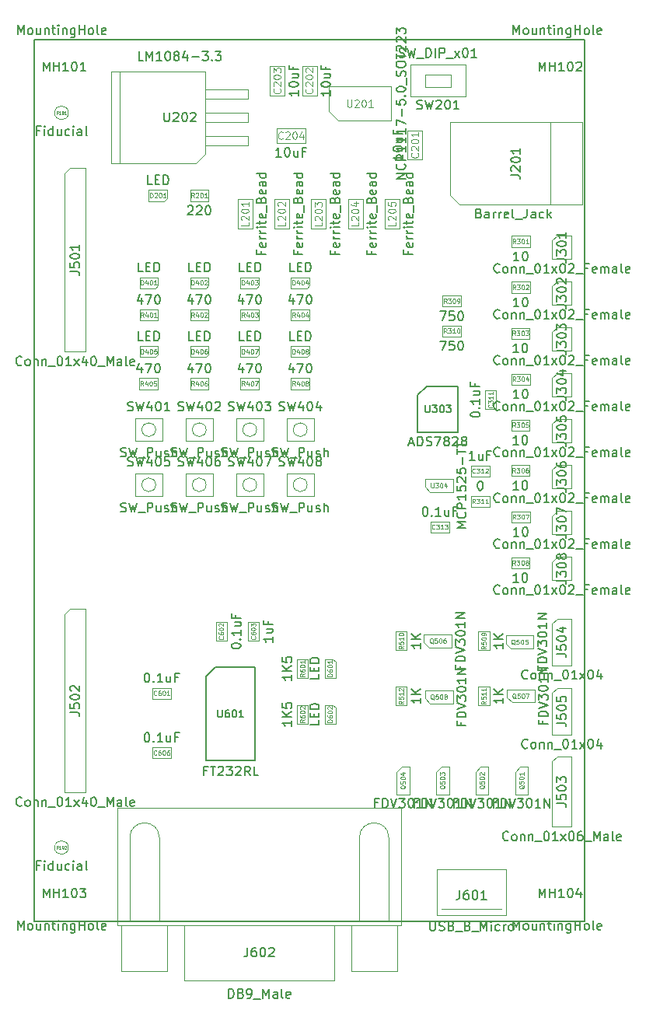
<source format=gbr>
G04 #@! TF.GenerationSoftware,KiCad,Pcbnew,5.0.1-33cea8e~68~ubuntu18.04.1*
G04 #@! TF.CreationDate,2018-11-14T12:35:47-05:00*
G04 #@! TF.ProjectId,PBC_TP_Final_JMena,5042435F54505F46696E616C5F4A4D65,1.0*
G04 #@! TF.SameCoordinates,Original*
G04 #@! TF.FileFunction,Other,Fab,Top*
%FSLAX46Y46*%
G04 Gerber Fmt 4.6, Leading zero omitted, Abs format (unit mm)*
G04 Created by KiCad (PCBNEW 5.0.1-33cea8e~68~ubuntu18.04.1) date mié 14 nov 2018 12:35:47 -05*
%MOMM*%
%LPD*%
G01*
G04 APERTURE LIST*
%ADD10C,0.150000*%
%ADD11C,0.100000*%
%ADD12C,0.050000*%
%ADD13C,0.075000*%
%ADD14C,0.080000*%
%ADD15C,0.120000*%
G04 APERTURE END LIST*
D10*
X139000000Y-52000000D02*
X79000000Y-52000000D01*
X139000000Y-148000000D02*
X139000000Y-52000000D01*
X79000000Y-148000000D02*
X139000000Y-148000000D01*
X79000000Y-52000000D02*
X79000000Y-148000000D01*
D11*
G04 #@! TO.C,F101*
X82750000Y-60000000D02*
G75*
G03X82750000Y-60000000I-750000J0D01*
G01*
G04 #@! TO.C,F102*
X82750000Y-140000000D02*
G75*
G03X82750000Y-140000000I-750000J0D01*
G01*
G04 #@! TO.C,J602*
X92640000Y-138920000D02*
G75*
G03X89440000Y-138920000I-1600000J0D01*
G01*
X117640000Y-138920000D02*
G75*
G03X114440000Y-138920000I-1600000J0D01*
G01*
X88115000Y-135700000D02*
X88115000Y-148040000D01*
X88115000Y-148040000D02*
X118965000Y-148040000D01*
X118965000Y-148040000D02*
X118965000Y-135700000D01*
X118965000Y-135700000D02*
X88115000Y-135700000D01*
X88115000Y-148040000D02*
X88115000Y-148440000D01*
X88115000Y-148440000D02*
X118965000Y-148440000D01*
X118965000Y-148440000D02*
X118965000Y-148040000D01*
X118965000Y-148040000D02*
X88115000Y-148040000D01*
X95390000Y-148440000D02*
X95390000Y-154440000D01*
X95390000Y-154440000D02*
X111690000Y-154440000D01*
X111690000Y-154440000D02*
X111690000Y-148440000D01*
X111690000Y-148440000D02*
X95390000Y-148440000D01*
X88540000Y-148440000D02*
X88540000Y-153440000D01*
X88540000Y-153440000D02*
X93540000Y-153440000D01*
X93540000Y-153440000D02*
X93540000Y-148440000D01*
X93540000Y-148440000D02*
X88540000Y-148440000D01*
X113540000Y-148440000D02*
X113540000Y-153440000D01*
X113540000Y-153440000D02*
X118540000Y-153440000D01*
X118540000Y-153440000D02*
X118540000Y-148440000D01*
X118540000Y-148440000D02*
X113540000Y-148440000D01*
X89440000Y-148040000D02*
X89440000Y-138920000D01*
X92640000Y-148040000D02*
X92640000Y-138920000D01*
X114440000Y-148040000D02*
X114440000Y-138920000D01*
X117640000Y-148040000D02*
X117640000Y-138920000D01*
G04 #@! TO.C,J601*
X130400000Y-147350000D02*
X122900000Y-147350000D01*
X130400000Y-142350000D02*
X130400000Y-147350000D01*
X122900000Y-142350000D02*
X130400000Y-142350000D01*
X122900000Y-147350000D02*
X122900000Y-142350000D01*
X123400000Y-146650000D02*
X129900000Y-146650000D01*
G04 #@! TO.C,Q507*
X133520000Y-124200000D02*
X133520000Y-122800000D01*
X130480000Y-122800000D02*
X133520000Y-122800000D01*
X131050000Y-124200000D02*
X130480000Y-123650000D01*
X130480000Y-123650000D02*
X130480000Y-122800000D01*
X131050000Y-124200000D02*
X133500000Y-124200000D01*
G04 #@! TO.C,Q508*
X122150000Y-124300000D02*
X124600000Y-124300000D01*
X121580000Y-123750000D02*
X121580000Y-122900000D01*
X122150000Y-124300000D02*
X121580000Y-123750000D01*
X121580000Y-122900000D02*
X124620000Y-122900000D01*
X124620000Y-124300000D02*
X124620000Y-122900000D01*
G04 #@! TO.C,J505*
X135975000Y-122615000D02*
X137550000Y-122615000D01*
X137550000Y-122615000D02*
X137550000Y-127695000D01*
X137550000Y-127695000D02*
X135450000Y-127695000D01*
X135450000Y-127695000D02*
X135450000Y-123140000D01*
X135450000Y-123140000D02*
X135975000Y-122615000D01*
G04 #@! TO.C,J501*
X82925000Y-66000000D02*
X84650000Y-66000000D01*
X84650000Y-66000000D02*
X84650000Y-86000000D01*
X84650000Y-86000000D02*
X82350000Y-86000000D01*
X82350000Y-86000000D02*
X82350000Y-66575000D01*
X82350000Y-66575000D02*
X82925000Y-66000000D01*
G04 #@! TO.C,J503*
X135975000Y-130115000D02*
X137550000Y-130115000D01*
X137550000Y-130115000D02*
X137550000Y-137735000D01*
X137550000Y-137735000D02*
X135450000Y-137735000D01*
X135450000Y-137735000D02*
X135450000Y-130640000D01*
X135450000Y-130640000D02*
X135975000Y-130115000D01*
G04 #@! TO.C,J504*
X135975000Y-115075000D02*
X137550000Y-115075000D01*
X137550000Y-115075000D02*
X137550000Y-120155000D01*
X137550000Y-120155000D02*
X135450000Y-120155000D01*
X135450000Y-120155000D02*
X135450000Y-115600000D01*
X135450000Y-115600000D02*
X135975000Y-115075000D01*
G04 #@! TO.C,J502*
X82350000Y-114575000D02*
X82925000Y-114000000D01*
X82350000Y-134000000D02*
X82350000Y-114575000D01*
X84650000Y-134000000D02*
X82350000Y-134000000D01*
X84650000Y-114000000D02*
X84650000Y-134000000D01*
X82925000Y-114000000D02*
X84650000Y-114000000D01*
G04 #@! TO.C,Q502*
X127100000Y-134220000D02*
X128500000Y-134220000D01*
X128500000Y-131180000D02*
X128500000Y-134220000D01*
X127100000Y-131750000D02*
X127650000Y-131180000D01*
X127650000Y-131180000D02*
X128500000Y-131180000D01*
X127100000Y-131750000D02*
X127100000Y-134200000D01*
G04 #@! TO.C,Q501*
X131400000Y-131750000D02*
X131400000Y-134200000D01*
X131950000Y-131180000D02*
X132800000Y-131180000D01*
X131400000Y-131750000D02*
X131950000Y-131180000D01*
X132800000Y-131180000D02*
X132800000Y-134220000D01*
X131400000Y-134220000D02*
X132800000Y-134220000D01*
G04 #@! TO.C,Q503*
X122800000Y-134220000D02*
X124200000Y-134220000D01*
X124200000Y-131180000D02*
X124200000Y-134220000D01*
X122800000Y-131750000D02*
X123350000Y-131180000D01*
X123350000Y-131180000D02*
X124200000Y-131180000D01*
X122800000Y-131750000D02*
X122800000Y-134200000D01*
G04 #@! TO.C,Q504*
X118500000Y-131750000D02*
X118500000Y-134200000D01*
X119050000Y-131180000D02*
X119900000Y-131180000D01*
X118500000Y-131750000D02*
X119050000Y-131180000D01*
X119900000Y-131180000D02*
X119900000Y-134220000D01*
X118500000Y-134220000D02*
X119900000Y-134220000D01*
G04 #@! TO.C,Q505*
X133420000Y-118325000D02*
X133420000Y-116925000D01*
X130380000Y-116925000D02*
X133420000Y-116925000D01*
X130950000Y-118325000D02*
X130380000Y-117775000D01*
X130380000Y-117775000D02*
X130380000Y-116925000D01*
X130950000Y-118325000D02*
X133400000Y-118325000D01*
G04 #@! TO.C,Q506*
X122050000Y-118200000D02*
X124500000Y-118200000D01*
X121480000Y-117650000D02*
X121480000Y-116800000D01*
X122050000Y-118200000D02*
X121480000Y-117650000D01*
X121480000Y-116800000D02*
X124520000Y-116800000D01*
X124520000Y-118200000D02*
X124520000Y-116800000D01*
D10*
G04 #@! TO.C,U601*
X98750000Y-120350000D02*
X103050000Y-120350000D01*
X103050000Y-120350000D02*
X103050000Y-130550000D01*
X103050000Y-130550000D02*
X97750000Y-130550000D01*
X97750000Y-130550000D02*
X97750000Y-121350000D01*
X97750000Y-121350000D02*
X98750000Y-120350000D01*
D11*
G04 #@! TO.C,D602*
X111850000Y-126500000D02*
X111850000Y-124800000D01*
X111850000Y-124800000D02*
X111550000Y-124500000D01*
X111550000Y-124500000D02*
X110650000Y-124500000D01*
X110650000Y-124500000D02*
X110650000Y-126500000D01*
X110650000Y-126500000D02*
X111850000Y-126500000D01*
G04 #@! TO.C,SW201*
X120000000Y-58250000D02*
X120000000Y-54750000D01*
X120000000Y-54750000D02*
X126000000Y-54750000D01*
X126000000Y-54750000D02*
X126000000Y-58250000D01*
X126000000Y-58250000D02*
X120000000Y-58250000D01*
X124400000Y-57200000D02*
X121600000Y-57200000D01*
X121600000Y-57200000D02*
X121600000Y-55800000D01*
X121600000Y-55800000D02*
X124400000Y-55800000D01*
X124400000Y-55800000D02*
X124400000Y-57200000D01*
G04 #@! TO.C,C201*
X119700000Y-65100000D02*
X119700000Y-61900000D01*
X121300000Y-65100000D02*
X119700000Y-65100000D01*
X121300000Y-61900000D02*
X121300000Y-65100000D01*
X119700000Y-61900000D02*
X121300000Y-61900000D01*
G04 #@! TO.C,C202*
X109800000Y-58100000D02*
X108200000Y-58100000D01*
X108200000Y-58100000D02*
X108200000Y-54900000D01*
X108200000Y-54900000D02*
X109800000Y-54900000D01*
X109800000Y-54900000D02*
X109800000Y-58100000D01*
G04 #@! TO.C,C203*
X106300000Y-54900000D02*
X106300000Y-58100000D01*
X104700000Y-54900000D02*
X106300000Y-54900000D01*
X104700000Y-58100000D02*
X104700000Y-54900000D01*
X106300000Y-58100000D02*
X104700000Y-58100000D01*
G04 #@! TO.C,C204*
X105400000Y-63300000D02*
X105400000Y-61700000D01*
X105400000Y-61700000D02*
X108600000Y-61700000D01*
X108600000Y-61700000D02*
X108600000Y-63300000D01*
X108600000Y-63300000D02*
X105400000Y-63300000D01*
G04 #@! TO.C,C311*
X128150000Y-92250000D02*
X128150000Y-90250000D01*
X129350000Y-92250000D02*
X128150000Y-92250000D01*
X129350000Y-90250000D02*
X129350000Y-92250000D01*
X128150000Y-90250000D02*
X129350000Y-90250000D01*
G04 #@! TO.C,C312*
X128600000Y-98400000D02*
X128600000Y-99600000D01*
X128600000Y-99600000D02*
X126600000Y-99600000D01*
X126600000Y-99600000D02*
X126600000Y-98400000D01*
X126600000Y-98400000D02*
X128600000Y-98400000D01*
G04 #@! TO.C,C313*
X124200000Y-104500000D02*
X124200000Y-105700000D01*
X124200000Y-105700000D02*
X122200000Y-105700000D01*
X122200000Y-105700000D02*
X122200000Y-104500000D01*
X122200000Y-104500000D02*
X124200000Y-104500000D01*
G04 #@! TO.C,C601*
X91900000Y-122600000D02*
X93900000Y-122600000D01*
X91900000Y-123800000D02*
X91900000Y-122600000D01*
X93900000Y-123800000D02*
X91900000Y-123800000D01*
X93900000Y-122600000D02*
X93900000Y-123800000D01*
G04 #@! TO.C,C602*
X100000000Y-117450000D02*
X98800000Y-117450000D01*
X98800000Y-117450000D02*
X98800000Y-115450000D01*
X98800000Y-115450000D02*
X100000000Y-115450000D01*
X100000000Y-115450000D02*
X100000000Y-117450000D01*
G04 #@! TO.C,C603*
X103500000Y-115450000D02*
X103500000Y-117450000D01*
X102300000Y-115450000D02*
X103500000Y-115450000D01*
X102300000Y-117450000D02*
X102300000Y-115450000D01*
X103500000Y-117450000D02*
X102300000Y-117450000D01*
G04 #@! TO.C,C606*
X91900000Y-129100000D02*
X93900000Y-129100000D01*
X91900000Y-130300000D02*
X91900000Y-129100000D01*
X93900000Y-130300000D02*
X91900000Y-130300000D01*
X93900000Y-129100000D02*
X93900000Y-130300000D01*
G04 #@! TO.C,D201*
X91500000Y-68400000D02*
X91500000Y-69600000D01*
X93500000Y-68400000D02*
X91500000Y-68400000D01*
X93500000Y-69300000D02*
X93500000Y-68400000D01*
X93200000Y-69600000D02*
X93500000Y-69300000D01*
X91500000Y-69600000D02*
X93200000Y-69600000D01*
G04 #@! TO.C,D401*
X90500000Y-77900000D02*
X90500000Y-79100000D01*
X92500000Y-77900000D02*
X90500000Y-77900000D01*
X92500000Y-78800000D02*
X92500000Y-77900000D01*
X92200000Y-79100000D02*
X92500000Y-78800000D01*
X90500000Y-79100000D02*
X92200000Y-79100000D01*
G04 #@! TO.C,D402*
X96000000Y-79100000D02*
X97700000Y-79100000D01*
X97700000Y-79100000D02*
X98000000Y-78800000D01*
X98000000Y-78800000D02*
X98000000Y-77900000D01*
X98000000Y-77900000D02*
X96000000Y-77900000D01*
X96000000Y-77900000D02*
X96000000Y-79100000D01*
G04 #@! TO.C,D403*
X101500000Y-77900000D02*
X101500000Y-79100000D01*
X103500000Y-77900000D02*
X101500000Y-77900000D01*
X103500000Y-78800000D02*
X103500000Y-77900000D01*
X103200000Y-79100000D02*
X103500000Y-78800000D01*
X101500000Y-79100000D02*
X103200000Y-79100000D01*
G04 #@! TO.C,D404*
X107000000Y-79100000D02*
X108700000Y-79100000D01*
X108700000Y-79100000D02*
X109000000Y-78800000D01*
X109000000Y-78800000D02*
X109000000Y-77900000D01*
X109000000Y-77900000D02*
X107000000Y-77900000D01*
X107000000Y-77900000D02*
X107000000Y-79100000D01*
G04 #@! TO.C,D405*
X90500000Y-86600000D02*
X92200000Y-86600000D01*
X92200000Y-86600000D02*
X92500000Y-86300000D01*
X92500000Y-86300000D02*
X92500000Y-85400000D01*
X92500000Y-85400000D02*
X90500000Y-85400000D01*
X90500000Y-85400000D02*
X90500000Y-86600000D01*
G04 #@! TO.C,D406*
X96000000Y-86600000D02*
X97700000Y-86600000D01*
X97700000Y-86600000D02*
X98000000Y-86300000D01*
X98000000Y-86300000D02*
X98000000Y-85400000D01*
X98000000Y-85400000D02*
X96000000Y-85400000D01*
X96000000Y-85400000D02*
X96000000Y-86600000D01*
G04 #@! TO.C,D407*
X101500000Y-85400000D02*
X101500000Y-86600000D01*
X103500000Y-85400000D02*
X101500000Y-85400000D01*
X103500000Y-86300000D02*
X103500000Y-85400000D01*
X103200000Y-86600000D02*
X103500000Y-86300000D01*
X101500000Y-86600000D02*
X103200000Y-86600000D01*
G04 #@! TO.C,D408*
X107000000Y-85400000D02*
X107000000Y-86600000D01*
X109000000Y-85400000D02*
X107000000Y-85400000D01*
X109000000Y-86300000D02*
X109000000Y-85400000D01*
X108700000Y-86600000D02*
X109000000Y-86300000D01*
X107000000Y-86600000D02*
X108700000Y-86600000D01*
G04 #@! TO.C,D601*
X111850000Y-121500000D02*
X111850000Y-119800000D01*
X111850000Y-119800000D02*
X111550000Y-119500000D01*
X111550000Y-119500000D02*
X110650000Y-119500000D01*
X110650000Y-119500000D02*
X110650000Y-121500000D01*
X110650000Y-121500000D02*
X111850000Y-121500000D01*
G04 #@! TO.C,J201*
X135200000Y-70000000D02*
X135200000Y-61000000D01*
X124300000Y-69000000D02*
X124300000Y-61000000D01*
X125300000Y-70000000D02*
X124300000Y-69000000D01*
X138700000Y-70000000D02*
X125300000Y-70000000D01*
X138700000Y-61000000D02*
X138700000Y-70000000D01*
X124300000Y-61000000D02*
X138700000Y-61000000D01*
G04 #@! TO.C,J301*
X135450000Y-73890000D02*
X135975000Y-73365000D01*
X135450000Y-75905000D02*
X135450000Y-73890000D01*
X137550000Y-75905000D02*
X135450000Y-75905000D01*
X137550000Y-73365000D02*
X137550000Y-75905000D01*
X135975000Y-73365000D02*
X137550000Y-73365000D01*
G04 #@! TO.C,J302*
X135975000Y-78365000D02*
X137550000Y-78365000D01*
X137550000Y-78365000D02*
X137550000Y-80905000D01*
X137550000Y-80905000D02*
X135450000Y-80905000D01*
X135450000Y-80905000D02*
X135450000Y-78890000D01*
X135450000Y-78890000D02*
X135975000Y-78365000D01*
G04 #@! TO.C,J303*
X135975000Y-83365000D02*
X137550000Y-83365000D01*
X137550000Y-83365000D02*
X137550000Y-85905000D01*
X137550000Y-85905000D02*
X135450000Y-85905000D01*
X135450000Y-85905000D02*
X135450000Y-83890000D01*
X135450000Y-83890000D02*
X135975000Y-83365000D01*
G04 #@! TO.C,J304*
X135450000Y-88890000D02*
X135975000Y-88365000D01*
X135450000Y-90905000D02*
X135450000Y-88890000D01*
X137550000Y-90905000D02*
X135450000Y-90905000D01*
X137550000Y-88365000D02*
X137550000Y-90905000D01*
X135975000Y-88365000D02*
X137550000Y-88365000D01*
G04 #@! TO.C,J305*
X135975000Y-93365000D02*
X137550000Y-93365000D01*
X137550000Y-93365000D02*
X137550000Y-95905000D01*
X137550000Y-95905000D02*
X135450000Y-95905000D01*
X135450000Y-95905000D02*
X135450000Y-93890000D01*
X135450000Y-93890000D02*
X135975000Y-93365000D01*
G04 #@! TO.C,J306*
X135450000Y-98890000D02*
X135975000Y-98365000D01*
X135450000Y-100905000D02*
X135450000Y-98890000D01*
X137550000Y-100905000D02*
X135450000Y-100905000D01*
X137550000Y-98365000D02*
X137550000Y-100905000D01*
X135975000Y-98365000D02*
X137550000Y-98365000D01*
G04 #@! TO.C,J307*
X135450000Y-103890000D02*
X135975000Y-103365000D01*
X135450000Y-105905000D02*
X135450000Y-103890000D01*
X137550000Y-105905000D02*
X135450000Y-105905000D01*
X137550000Y-103365000D02*
X137550000Y-105905000D01*
X135975000Y-103365000D02*
X137550000Y-103365000D01*
G04 #@! TO.C,J308*
X135975000Y-108365000D02*
X137550000Y-108365000D01*
X137550000Y-108365000D02*
X137550000Y-110905000D01*
X137550000Y-110905000D02*
X135450000Y-110905000D01*
X135450000Y-110905000D02*
X135450000Y-108890000D01*
X135450000Y-108890000D02*
X135975000Y-108365000D01*
G04 #@! TO.C,L201*
X102800000Y-72600000D02*
X101200000Y-72600000D01*
X101200000Y-72600000D02*
X101200000Y-69400000D01*
X101200000Y-69400000D02*
X102800000Y-69400000D01*
X102800000Y-69400000D02*
X102800000Y-72600000D01*
G04 #@! TO.C,L202*
X106800000Y-69400000D02*
X106800000Y-72600000D01*
X105200000Y-69400000D02*
X106800000Y-69400000D01*
X105200000Y-72600000D02*
X105200000Y-69400000D01*
X106800000Y-72600000D02*
X105200000Y-72600000D01*
G04 #@! TO.C,L203*
X110800000Y-72612500D02*
X109200000Y-72612500D01*
X109200000Y-72612500D02*
X109200000Y-69412500D01*
X109200000Y-69412500D02*
X110800000Y-69412500D01*
X110800000Y-69412500D02*
X110800000Y-72612500D01*
G04 #@! TO.C,L204*
X114800000Y-69412500D02*
X114800000Y-72612500D01*
X113200000Y-69412500D02*
X114800000Y-69412500D01*
X113200000Y-72612500D02*
X113200000Y-69412500D01*
X114800000Y-72612500D02*
X113200000Y-72612500D01*
G04 #@! TO.C,L205*
X118800000Y-72600000D02*
X117200000Y-72600000D01*
X117200000Y-72600000D02*
X117200000Y-69400000D01*
X117200000Y-69400000D02*
X118800000Y-69400000D01*
X118800000Y-69400000D02*
X118800000Y-72600000D01*
G04 #@! TO.C,R201*
X98000000Y-69600000D02*
X96000000Y-69600000D01*
X98000000Y-68400000D02*
X98000000Y-69600000D01*
X96000000Y-68400000D02*
X98000000Y-68400000D01*
X96000000Y-69600000D02*
X96000000Y-68400000D01*
G04 #@! TO.C,R301*
X131000000Y-74600000D02*
X131000000Y-73400000D01*
X131000000Y-73400000D02*
X133000000Y-73400000D01*
X133000000Y-73400000D02*
X133000000Y-74600000D01*
X133000000Y-74600000D02*
X131000000Y-74600000D01*
G04 #@! TO.C,R302*
X133000000Y-79600000D02*
X131000000Y-79600000D01*
X133000000Y-78400000D02*
X133000000Y-79600000D01*
X131000000Y-78400000D02*
X133000000Y-78400000D01*
X131000000Y-79600000D02*
X131000000Y-78400000D01*
G04 #@! TO.C,R303*
X130975000Y-84600000D02*
X130975000Y-83400000D01*
X130975000Y-83400000D02*
X132975000Y-83400000D01*
X132975000Y-83400000D02*
X132975000Y-84600000D01*
X132975000Y-84600000D02*
X130975000Y-84600000D01*
G04 #@! TO.C,R304*
X133000000Y-89600000D02*
X131000000Y-89600000D01*
X133000000Y-88400000D02*
X133000000Y-89600000D01*
X131000000Y-88400000D02*
X133000000Y-88400000D01*
X131000000Y-89600000D02*
X131000000Y-88400000D01*
G04 #@! TO.C,R305*
X130975000Y-94600000D02*
X130975000Y-93400000D01*
X130975000Y-93400000D02*
X132975000Y-93400000D01*
X132975000Y-93400000D02*
X132975000Y-94600000D01*
X132975000Y-94600000D02*
X130975000Y-94600000D01*
G04 #@! TO.C,R306*
X132975000Y-99550000D02*
X130975000Y-99550000D01*
X132975000Y-98350000D02*
X132975000Y-99550000D01*
X130975000Y-98350000D02*
X132975000Y-98350000D01*
X130975000Y-99550000D02*
X130975000Y-98350000D01*
G04 #@! TO.C,R307*
X131000000Y-104600000D02*
X131000000Y-103400000D01*
X131000000Y-103400000D02*
X133000000Y-103400000D01*
X133000000Y-103400000D02*
X133000000Y-104600000D01*
X133000000Y-104600000D02*
X131000000Y-104600000D01*
G04 #@! TO.C,R308*
X132975000Y-109600000D02*
X130975000Y-109600000D01*
X132975000Y-108400000D02*
X132975000Y-109600000D01*
X130975000Y-108400000D02*
X132975000Y-108400000D01*
X130975000Y-109600000D02*
X130975000Y-108400000D01*
G04 #@! TO.C,R309*
X123500000Y-81100000D02*
X123500000Y-79900000D01*
X123500000Y-79900000D02*
X125500000Y-79900000D01*
X125500000Y-79900000D02*
X125500000Y-81100000D01*
X125500000Y-81100000D02*
X123500000Y-81100000D01*
G04 #@! TO.C,R310*
X125500000Y-84350000D02*
X123500000Y-84350000D01*
X125500000Y-83150000D02*
X125500000Y-84350000D01*
X123500000Y-83150000D02*
X125500000Y-83150000D01*
X123500000Y-84350000D02*
X123500000Y-83150000D01*
G04 #@! TO.C,R311*
X126600000Y-101700000D02*
X128600000Y-101700000D01*
X126600000Y-102900000D02*
X126600000Y-101700000D01*
X128600000Y-102900000D02*
X126600000Y-102900000D01*
X128600000Y-101700000D02*
X128600000Y-102900000D01*
G04 #@! TO.C,R401*
X90500000Y-81400000D02*
X92500000Y-81400000D01*
X90500000Y-82600000D02*
X90500000Y-81400000D01*
X92500000Y-82600000D02*
X90500000Y-82600000D01*
X92500000Y-81400000D02*
X92500000Y-82600000D01*
G04 #@! TO.C,R402*
X96000000Y-81400000D02*
X98000000Y-81400000D01*
X96000000Y-82600000D02*
X96000000Y-81400000D01*
X98000000Y-82600000D02*
X96000000Y-82600000D01*
X98000000Y-81400000D02*
X98000000Y-82600000D01*
G04 #@! TO.C,R403*
X103500000Y-81400000D02*
X103500000Y-82600000D01*
X103500000Y-82600000D02*
X101500000Y-82600000D01*
X101500000Y-82600000D02*
X101500000Y-81400000D01*
X101500000Y-81400000D02*
X103500000Y-81400000D01*
G04 #@! TO.C,R404*
X109000000Y-81400000D02*
X109000000Y-82600000D01*
X109000000Y-82600000D02*
X107000000Y-82600000D01*
X107000000Y-82600000D02*
X107000000Y-81400000D01*
X107000000Y-81400000D02*
X109000000Y-81400000D01*
G04 #@! TO.C,R405*
X92475000Y-88900000D02*
X92475000Y-90100000D01*
X92475000Y-90100000D02*
X90475000Y-90100000D01*
X90475000Y-90100000D02*
X90475000Y-88900000D01*
X90475000Y-88900000D02*
X92475000Y-88900000D01*
G04 #@! TO.C,R406*
X96000000Y-88900000D02*
X98000000Y-88900000D01*
X96000000Y-90100000D02*
X96000000Y-88900000D01*
X98000000Y-90100000D02*
X96000000Y-90100000D01*
X98000000Y-88900000D02*
X98000000Y-90100000D01*
G04 #@! TO.C,R407*
X101500000Y-88900000D02*
X103500000Y-88900000D01*
X101500000Y-90100000D02*
X101500000Y-88900000D01*
X103500000Y-90100000D02*
X101500000Y-90100000D01*
X103500000Y-88900000D02*
X103500000Y-90100000D01*
G04 #@! TO.C,R408*
X109000000Y-88900000D02*
X109000000Y-90100000D01*
X109000000Y-90100000D02*
X107000000Y-90100000D01*
X107000000Y-90100000D02*
X107000000Y-88900000D01*
X107000000Y-88900000D02*
X109000000Y-88900000D01*
G04 #@! TO.C,R509*
X128600000Y-116500000D02*
X128600000Y-118500000D01*
X127400000Y-116500000D02*
X128600000Y-116500000D01*
X127400000Y-118500000D02*
X127400000Y-116500000D01*
X128600000Y-118500000D02*
X127400000Y-118500000D01*
G04 #@! TO.C,R510*
X119600000Y-118500000D02*
X118400000Y-118500000D01*
X118400000Y-118500000D02*
X118400000Y-116500000D01*
X118400000Y-116500000D02*
X119600000Y-116500000D01*
X119600000Y-116500000D02*
X119600000Y-118500000D01*
G04 #@! TO.C,R511*
X128600000Y-124500000D02*
X127400000Y-124500000D01*
X127400000Y-124500000D02*
X127400000Y-122500000D01*
X127400000Y-122500000D02*
X128600000Y-122500000D01*
X128600000Y-122500000D02*
X128600000Y-124500000D01*
G04 #@! TO.C,R512*
X119600000Y-122500000D02*
X119600000Y-124500000D01*
X118400000Y-122500000D02*
X119600000Y-122500000D01*
X118400000Y-124500000D02*
X118400000Y-122500000D01*
X119600000Y-124500000D02*
X118400000Y-124500000D01*
G04 #@! TO.C,R601*
X107650000Y-121500000D02*
X107650000Y-119500000D01*
X108850000Y-121500000D02*
X107650000Y-121500000D01*
X108850000Y-119500000D02*
X108850000Y-121500000D01*
X107650000Y-119500000D02*
X108850000Y-119500000D01*
G04 #@! TO.C,R602*
X107650000Y-126500000D02*
X107650000Y-124500000D01*
X108850000Y-126500000D02*
X107650000Y-126500000D01*
X108850000Y-124500000D02*
X108850000Y-126500000D01*
X107650000Y-124500000D02*
X108850000Y-124500000D01*
G04 #@! TO.C,SW401*
X92250000Y-94500000D02*
G75*
G03X92250000Y-94500000I-750000J0D01*
G01*
X90000000Y-95750000D02*
X90000000Y-93250000D01*
X93000000Y-95750000D02*
X90000000Y-95750000D01*
X93000000Y-93250000D02*
X93000000Y-95750000D01*
X90000000Y-93250000D02*
X93000000Y-93250000D01*
G04 #@! TO.C,SW402*
X97750000Y-94500000D02*
G75*
G03X97750000Y-94500000I-750000J0D01*
G01*
X95500000Y-95750000D02*
X95500000Y-93250000D01*
X98500000Y-95750000D02*
X95500000Y-95750000D01*
X98500000Y-93250000D02*
X98500000Y-95750000D01*
X95500000Y-93250000D02*
X98500000Y-93250000D01*
G04 #@! TO.C,SW403*
X101000000Y-93250000D02*
X104000000Y-93250000D01*
X104000000Y-93250000D02*
X104000000Y-95750000D01*
X104000000Y-95750000D02*
X101000000Y-95750000D01*
X101000000Y-95750000D02*
X101000000Y-93250000D01*
X103250000Y-94500000D02*
G75*
G03X103250000Y-94500000I-750000J0D01*
G01*
G04 #@! TO.C,SW404*
X106500000Y-93250000D02*
X109500000Y-93250000D01*
X109500000Y-93250000D02*
X109500000Y-95750000D01*
X109500000Y-95750000D02*
X106500000Y-95750000D01*
X106500000Y-95750000D02*
X106500000Y-93250000D01*
X108750000Y-94500000D02*
G75*
G03X108750000Y-94500000I-750000J0D01*
G01*
G04 #@! TO.C,SW405*
X90000000Y-99250000D02*
X93000000Y-99250000D01*
X93000000Y-99250000D02*
X93000000Y-101750000D01*
X93000000Y-101750000D02*
X90000000Y-101750000D01*
X90000000Y-101750000D02*
X90000000Y-99250000D01*
X92250000Y-100500000D02*
G75*
G03X92250000Y-100500000I-750000J0D01*
G01*
G04 #@! TO.C,SW406*
X97750000Y-100500000D02*
G75*
G03X97750000Y-100500000I-750000J0D01*
G01*
X95500000Y-101750000D02*
X95500000Y-99250000D01*
X98500000Y-101750000D02*
X95500000Y-101750000D01*
X98500000Y-99250000D02*
X98500000Y-101750000D01*
X95500000Y-99250000D02*
X98500000Y-99250000D01*
G04 #@! TO.C,SW407*
X101000000Y-99250000D02*
X104000000Y-99250000D01*
X104000000Y-99250000D02*
X104000000Y-101750000D01*
X104000000Y-101750000D02*
X101000000Y-101750000D01*
X101000000Y-101750000D02*
X101000000Y-99250000D01*
X103250000Y-100500000D02*
G75*
G03X103250000Y-100500000I-750000J0D01*
G01*
G04 #@! TO.C,SW408*
X108750000Y-100500000D02*
G75*
G03X108750000Y-100500000I-750000J0D01*
G01*
X106500000Y-101750000D02*
X106500000Y-99250000D01*
X109500000Y-101750000D02*
X106500000Y-101750000D01*
X109500000Y-99250000D02*
X109500000Y-101750000D01*
X106500000Y-99250000D02*
X109500000Y-99250000D01*
G04 #@! TO.C,U201*
X112150000Y-60850000D02*
X111150000Y-59850000D01*
X112150000Y-60850000D02*
X117850000Y-60850000D01*
X111150000Y-59850000D02*
X111150000Y-57150000D01*
X117850000Y-60850000D02*
X117850000Y-57150000D01*
X111150000Y-57150000D02*
X117850000Y-57150000D01*
G04 #@! TO.C,U202*
X88375000Y-65500000D02*
X87375000Y-65500000D01*
X87375000Y-65500000D02*
X87375000Y-55500000D01*
X87375000Y-55500000D02*
X88375000Y-55500000D01*
X88375000Y-65500000D02*
X88375000Y-55500000D01*
X88375000Y-55500000D02*
X97625000Y-55500000D01*
X97625000Y-55500000D02*
X97625000Y-64500000D01*
X97625000Y-64500000D02*
X96625000Y-65500000D01*
X96625000Y-65500000D02*
X88375000Y-65500000D01*
X97625000Y-63540000D02*
X102325000Y-63540000D01*
X102325000Y-63540000D02*
X102325000Y-62540000D01*
X102325000Y-62540000D02*
X97625000Y-62540000D01*
X97625000Y-61000000D02*
X102325000Y-61000000D01*
X102325000Y-61000000D02*
X102325000Y-60000000D01*
X102325000Y-60000000D02*
X97625000Y-60000000D01*
X97625000Y-58460000D02*
X102325000Y-58460000D01*
X102325000Y-58460000D02*
X102325000Y-57460000D01*
X102325000Y-57460000D02*
X97625000Y-57460000D01*
D10*
G04 #@! TO.C,U303*
X121800000Y-89750000D02*
X125200000Y-89750000D01*
X125200000Y-89750000D02*
X125200000Y-94750000D01*
X125200000Y-94750000D02*
X120800000Y-94750000D01*
X120800000Y-94750000D02*
X120800000Y-90750000D01*
X120800000Y-90750000D02*
X121800000Y-89750000D01*
D11*
G04 #@! TO.C,U304*
X122150000Y-101300000D02*
X124600000Y-101300000D01*
X121580000Y-100750000D02*
X121580000Y-99900000D01*
X122150000Y-101300000D02*
X121580000Y-100750000D01*
X121580000Y-99900000D02*
X124620000Y-99900000D01*
X124620000Y-101300000D02*
X124620000Y-99900000D01*
G04 #@! TD*
G04 #@! TO.C,F101*
D10*
X79619047Y-61928571D02*
X79285714Y-61928571D01*
X79285714Y-62452380D02*
X79285714Y-61452380D01*
X79761904Y-61452380D01*
X80142857Y-62452380D02*
X80142857Y-61785714D01*
X80142857Y-61452380D02*
X80095238Y-61500000D01*
X80142857Y-61547619D01*
X80190476Y-61500000D01*
X80142857Y-61452380D01*
X80142857Y-61547619D01*
X81047619Y-62452380D02*
X81047619Y-61452380D01*
X81047619Y-62404761D02*
X80952380Y-62452380D01*
X80761904Y-62452380D01*
X80666666Y-62404761D01*
X80619047Y-62357142D01*
X80571428Y-62261904D01*
X80571428Y-61976190D01*
X80619047Y-61880952D01*
X80666666Y-61833333D01*
X80761904Y-61785714D01*
X80952380Y-61785714D01*
X81047619Y-61833333D01*
X81952380Y-61785714D02*
X81952380Y-62452380D01*
X81523809Y-61785714D02*
X81523809Y-62309523D01*
X81571428Y-62404761D01*
X81666666Y-62452380D01*
X81809523Y-62452380D01*
X81904761Y-62404761D01*
X81952380Y-62357142D01*
X82857142Y-62404761D02*
X82761904Y-62452380D01*
X82571428Y-62452380D01*
X82476190Y-62404761D01*
X82428571Y-62357142D01*
X82380952Y-62261904D01*
X82380952Y-61976190D01*
X82428571Y-61880952D01*
X82476190Y-61833333D01*
X82571428Y-61785714D01*
X82761904Y-61785714D01*
X82857142Y-61833333D01*
X83285714Y-62452380D02*
X83285714Y-61785714D01*
X83285714Y-61452380D02*
X83238095Y-61500000D01*
X83285714Y-61547619D01*
X83333333Y-61500000D01*
X83285714Y-61452380D01*
X83285714Y-61547619D01*
X84190476Y-62452380D02*
X84190476Y-61928571D01*
X84142857Y-61833333D01*
X84047619Y-61785714D01*
X83857142Y-61785714D01*
X83761904Y-61833333D01*
X84190476Y-62404761D02*
X84095238Y-62452380D01*
X83857142Y-62452380D01*
X83761904Y-62404761D01*
X83714285Y-62309523D01*
X83714285Y-62214285D01*
X83761904Y-62119047D01*
X83857142Y-62071428D01*
X84095238Y-62071428D01*
X84190476Y-62023809D01*
X84809523Y-62452380D02*
X84714285Y-62404761D01*
X84666666Y-62309523D01*
X84666666Y-61452380D01*
D12*
X81614285Y-59978571D02*
X81514285Y-59978571D01*
X81514285Y-60135714D02*
X81514285Y-59835714D01*
X81657142Y-59835714D01*
X81928571Y-60135714D02*
X81757142Y-60135714D01*
X81842857Y-60135714D02*
X81842857Y-59835714D01*
X81814285Y-59878571D01*
X81785714Y-59907142D01*
X81757142Y-59921428D01*
X82114285Y-59835714D02*
X82142857Y-59835714D01*
X82171428Y-59850000D01*
X82185714Y-59864285D01*
X82200000Y-59892857D01*
X82214285Y-59950000D01*
X82214285Y-60021428D01*
X82200000Y-60078571D01*
X82185714Y-60107142D01*
X82171428Y-60121428D01*
X82142857Y-60135714D01*
X82114285Y-60135714D01*
X82085714Y-60121428D01*
X82071428Y-60107142D01*
X82057142Y-60078571D01*
X82042857Y-60021428D01*
X82042857Y-59950000D01*
X82057142Y-59892857D01*
X82071428Y-59864285D01*
X82085714Y-59850000D01*
X82114285Y-59835714D01*
X82500000Y-60135714D02*
X82328571Y-60135714D01*
X82414285Y-60135714D02*
X82414285Y-59835714D01*
X82385714Y-59878571D01*
X82357142Y-59907142D01*
X82328571Y-59921428D01*
G04 #@! TO.C,F102*
D10*
X79619047Y-141928571D02*
X79285714Y-141928571D01*
X79285714Y-142452380D02*
X79285714Y-141452380D01*
X79761904Y-141452380D01*
X80142857Y-142452380D02*
X80142857Y-141785714D01*
X80142857Y-141452380D02*
X80095238Y-141500000D01*
X80142857Y-141547619D01*
X80190476Y-141500000D01*
X80142857Y-141452380D01*
X80142857Y-141547619D01*
X81047619Y-142452380D02*
X81047619Y-141452380D01*
X81047619Y-142404761D02*
X80952380Y-142452380D01*
X80761904Y-142452380D01*
X80666666Y-142404761D01*
X80619047Y-142357142D01*
X80571428Y-142261904D01*
X80571428Y-141976190D01*
X80619047Y-141880952D01*
X80666666Y-141833333D01*
X80761904Y-141785714D01*
X80952380Y-141785714D01*
X81047619Y-141833333D01*
X81952380Y-141785714D02*
X81952380Y-142452380D01*
X81523809Y-141785714D02*
X81523809Y-142309523D01*
X81571428Y-142404761D01*
X81666666Y-142452380D01*
X81809523Y-142452380D01*
X81904761Y-142404761D01*
X81952380Y-142357142D01*
X82857142Y-142404761D02*
X82761904Y-142452380D01*
X82571428Y-142452380D01*
X82476190Y-142404761D01*
X82428571Y-142357142D01*
X82380952Y-142261904D01*
X82380952Y-141976190D01*
X82428571Y-141880952D01*
X82476190Y-141833333D01*
X82571428Y-141785714D01*
X82761904Y-141785714D01*
X82857142Y-141833333D01*
X83285714Y-142452380D02*
X83285714Y-141785714D01*
X83285714Y-141452380D02*
X83238095Y-141500000D01*
X83285714Y-141547619D01*
X83333333Y-141500000D01*
X83285714Y-141452380D01*
X83285714Y-141547619D01*
X84190476Y-142452380D02*
X84190476Y-141928571D01*
X84142857Y-141833333D01*
X84047619Y-141785714D01*
X83857142Y-141785714D01*
X83761904Y-141833333D01*
X84190476Y-142404761D02*
X84095238Y-142452380D01*
X83857142Y-142452380D01*
X83761904Y-142404761D01*
X83714285Y-142309523D01*
X83714285Y-142214285D01*
X83761904Y-142119047D01*
X83857142Y-142071428D01*
X84095238Y-142071428D01*
X84190476Y-142023809D01*
X84809523Y-142452380D02*
X84714285Y-142404761D01*
X84666666Y-142309523D01*
X84666666Y-141452380D01*
D12*
X81614285Y-139978571D02*
X81514285Y-139978571D01*
X81514285Y-140135714D02*
X81514285Y-139835714D01*
X81657142Y-139835714D01*
X81928571Y-140135714D02*
X81757142Y-140135714D01*
X81842857Y-140135714D02*
X81842857Y-139835714D01*
X81814285Y-139878571D01*
X81785714Y-139907142D01*
X81757142Y-139921428D01*
X82114285Y-139835714D02*
X82142857Y-139835714D01*
X82171428Y-139850000D01*
X82185714Y-139864285D01*
X82200000Y-139892857D01*
X82214285Y-139950000D01*
X82214285Y-140021428D01*
X82200000Y-140078571D01*
X82185714Y-140107142D01*
X82171428Y-140121428D01*
X82142857Y-140135714D01*
X82114285Y-140135714D01*
X82085714Y-140121428D01*
X82071428Y-140107142D01*
X82057142Y-140078571D01*
X82042857Y-140021428D01*
X82042857Y-139950000D01*
X82057142Y-139892857D01*
X82071428Y-139864285D01*
X82085714Y-139850000D01*
X82114285Y-139835714D01*
X82328571Y-139864285D02*
X82342857Y-139850000D01*
X82371428Y-139835714D01*
X82442857Y-139835714D01*
X82471428Y-139850000D01*
X82485714Y-139864285D01*
X82500000Y-139892857D01*
X82500000Y-139921428D01*
X82485714Y-139964285D01*
X82314285Y-140135714D01*
X82500000Y-140135714D01*
G04 #@! TO.C,J602*
D10*
X100206666Y-156392380D02*
X100206666Y-155392380D01*
X100444761Y-155392380D01*
X100587619Y-155440000D01*
X100682857Y-155535238D01*
X100730476Y-155630476D01*
X100778095Y-155820952D01*
X100778095Y-155963809D01*
X100730476Y-156154285D01*
X100682857Y-156249523D01*
X100587619Y-156344761D01*
X100444761Y-156392380D01*
X100206666Y-156392380D01*
X101540000Y-155868571D02*
X101682857Y-155916190D01*
X101730476Y-155963809D01*
X101778095Y-156059047D01*
X101778095Y-156201904D01*
X101730476Y-156297142D01*
X101682857Y-156344761D01*
X101587619Y-156392380D01*
X101206666Y-156392380D01*
X101206666Y-155392380D01*
X101540000Y-155392380D01*
X101635238Y-155440000D01*
X101682857Y-155487619D01*
X101730476Y-155582857D01*
X101730476Y-155678095D01*
X101682857Y-155773333D01*
X101635238Y-155820952D01*
X101540000Y-155868571D01*
X101206666Y-155868571D01*
X102254285Y-156392380D02*
X102444761Y-156392380D01*
X102540000Y-156344761D01*
X102587619Y-156297142D01*
X102682857Y-156154285D01*
X102730476Y-155963809D01*
X102730476Y-155582857D01*
X102682857Y-155487619D01*
X102635238Y-155440000D01*
X102540000Y-155392380D01*
X102349523Y-155392380D01*
X102254285Y-155440000D01*
X102206666Y-155487619D01*
X102159047Y-155582857D01*
X102159047Y-155820952D01*
X102206666Y-155916190D01*
X102254285Y-155963809D01*
X102349523Y-156011428D01*
X102540000Y-156011428D01*
X102635238Y-155963809D01*
X102682857Y-155916190D01*
X102730476Y-155820952D01*
X102920952Y-156487619D02*
X103682857Y-156487619D01*
X103920952Y-156392380D02*
X103920952Y-155392380D01*
X104254285Y-156106666D01*
X104587619Y-155392380D01*
X104587619Y-156392380D01*
X105492380Y-156392380D02*
X105492380Y-155868571D01*
X105444761Y-155773333D01*
X105349523Y-155725714D01*
X105159047Y-155725714D01*
X105063809Y-155773333D01*
X105492380Y-156344761D02*
X105397142Y-156392380D01*
X105159047Y-156392380D01*
X105063809Y-156344761D01*
X105016190Y-156249523D01*
X105016190Y-156154285D01*
X105063809Y-156059047D01*
X105159047Y-156011428D01*
X105397142Y-156011428D01*
X105492380Y-155963809D01*
X106111428Y-156392380D02*
X106016190Y-156344761D01*
X105968571Y-156249523D01*
X105968571Y-155392380D01*
X106873333Y-156344761D02*
X106778095Y-156392380D01*
X106587619Y-156392380D01*
X106492380Y-156344761D01*
X106444761Y-156249523D01*
X106444761Y-155868571D01*
X106492380Y-155773333D01*
X106587619Y-155725714D01*
X106778095Y-155725714D01*
X106873333Y-155773333D01*
X106920952Y-155868571D01*
X106920952Y-155963809D01*
X106444761Y-156059047D01*
X102254285Y-150892380D02*
X102254285Y-151606666D01*
X102206666Y-151749523D01*
X102111428Y-151844761D01*
X101968571Y-151892380D01*
X101873333Y-151892380D01*
X103159047Y-150892380D02*
X102968571Y-150892380D01*
X102873333Y-150940000D01*
X102825714Y-150987619D01*
X102730476Y-151130476D01*
X102682857Y-151320952D01*
X102682857Y-151701904D01*
X102730476Y-151797142D01*
X102778095Y-151844761D01*
X102873333Y-151892380D01*
X103063809Y-151892380D01*
X103159047Y-151844761D01*
X103206666Y-151797142D01*
X103254285Y-151701904D01*
X103254285Y-151463809D01*
X103206666Y-151368571D01*
X103159047Y-151320952D01*
X103063809Y-151273333D01*
X102873333Y-151273333D01*
X102778095Y-151320952D01*
X102730476Y-151368571D01*
X102682857Y-151463809D01*
X103873333Y-150892380D02*
X103968571Y-150892380D01*
X104063809Y-150940000D01*
X104111428Y-150987619D01*
X104159047Y-151082857D01*
X104206666Y-151273333D01*
X104206666Y-151511428D01*
X104159047Y-151701904D01*
X104111428Y-151797142D01*
X104063809Y-151844761D01*
X103968571Y-151892380D01*
X103873333Y-151892380D01*
X103778095Y-151844761D01*
X103730476Y-151797142D01*
X103682857Y-151701904D01*
X103635238Y-151511428D01*
X103635238Y-151273333D01*
X103682857Y-151082857D01*
X103730476Y-150987619D01*
X103778095Y-150940000D01*
X103873333Y-150892380D01*
X104587619Y-150987619D02*
X104635238Y-150940000D01*
X104730476Y-150892380D01*
X104968571Y-150892380D01*
X105063809Y-150940000D01*
X105111428Y-150987619D01*
X105159047Y-151082857D01*
X105159047Y-151178095D01*
X105111428Y-151320952D01*
X104540000Y-151892380D01*
X105159047Y-151892380D01*
G04 #@! TO.C,J601*
X122126190Y-148052380D02*
X122126190Y-148861904D01*
X122173809Y-148957142D01*
X122221428Y-149004761D01*
X122316666Y-149052380D01*
X122507142Y-149052380D01*
X122602380Y-149004761D01*
X122650000Y-148957142D01*
X122697619Y-148861904D01*
X122697619Y-148052380D01*
X123126190Y-149004761D02*
X123269047Y-149052380D01*
X123507142Y-149052380D01*
X123602380Y-149004761D01*
X123650000Y-148957142D01*
X123697619Y-148861904D01*
X123697619Y-148766666D01*
X123650000Y-148671428D01*
X123602380Y-148623809D01*
X123507142Y-148576190D01*
X123316666Y-148528571D01*
X123221428Y-148480952D01*
X123173809Y-148433333D01*
X123126190Y-148338095D01*
X123126190Y-148242857D01*
X123173809Y-148147619D01*
X123221428Y-148100000D01*
X123316666Y-148052380D01*
X123554761Y-148052380D01*
X123697619Y-148100000D01*
X124459523Y-148528571D02*
X124602380Y-148576190D01*
X124650000Y-148623809D01*
X124697619Y-148719047D01*
X124697619Y-148861904D01*
X124650000Y-148957142D01*
X124602380Y-149004761D01*
X124507142Y-149052380D01*
X124126190Y-149052380D01*
X124126190Y-148052380D01*
X124459523Y-148052380D01*
X124554761Y-148100000D01*
X124602380Y-148147619D01*
X124650000Y-148242857D01*
X124650000Y-148338095D01*
X124602380Y-148433333D01*
X124554761Y-148480952D01*
X124459523Y-148528571D01*
X124126190Y-148528571D01*
X124888095Y-149147619D02*
X125650000Y-149147619D01*
X126221428Y-148528571D02*
X126364285Y-148576190D01*
X126411904Y-148623809D01*
X126459523Y-148719047D01*
X126459523Y-148861904D01*
X126411904Y-148957142D01*
X126364285Y-149004761D01*
X126269047Y-149052380D01*
X125888095Y-149052380D01*
X125888095Y-148052380D01*
X126221428Y-148052380D01*
X126316666Y-148100000D01*
X126364285Y-148147619D01*
X126411904Y-148242857D01*
X126411904Y-148338095D01*
X126364285Y-148433333D01*
X126316666Y-148480952D01*
X126221428Y-148528571D01*
X125888095Y-148528571D01*
X126650000Y-149147619D02*
X127411904Y-149147619D01*
X127650000Y-149052380D02*
X127650000Y-148052380D01*
X127983333Y-148766666D01*
X128316666Y-148052380D01*
X128316666Y-149052380D01*
X128792857Y-149052380D02*
X128792857Y-148385714D01*
X128792857Y-148052380D02*
X128745238Y-148100000D01*
X128792857Y-148147619D01*
X128840476Y-148100000D01*
X128792857Y-148052380D01*
X128792857Y-148147619D01*
X129697619Y-149004761D02*
X129602380Y-149052380D01*
X129411904Y-149052380D01*
X129316666Y-149004761D01*
X129269047Y-148957142D01*
X129221428Y-148861904D01*
X129221428Y-148576190D01*
X129269047Y-148480952D01*
X129316666Y-148433333D01*
X129411904Y-148385714D01*
X129602380Y-148385714D01*
X129697619Y-148433333D01*
X130126190Y-149052380D02*
X130126190Y-148385714D01*
X130126190Y-148576190D02*
X130173809Y-148480952D01*
X130221428Y-148433333D01*
X130316666Y-148385714D01*
X130411904Y-148385714D01*
X130888095Y-149052380D02*
X130792857Y-149004761D01*
X130745238Y-148957142D01*
X130697619Y-148861904D01*
X130697619Y-148576190D01*
X130745238Y-148480952D01*
X130792857Y-148433333D01*
X130888095Y-148385714D01*
X131030952Y-148385714D01*
X131126190Y-148433333D01*
X131173809Y-148480952D01*
X131221428Y-148576190D01*
X131221428Y-148861904D01*
X131173809Y-148957142D01*
X131126190Y-149004761D01*
X131030952Y-149052380D01*
X130888095Y-149052380D01*
X125364285Y-144652380D02*
X125364285Y-145366666D01*
X125316666Y-145509523D01*
X125221428Y-145604761D01*
X125078571Y-145652380D01*
X124983333Y-145652380D01*
X126269047Y-144652380D02*
X126078571Y-144652380D01*
X125983333Y-144700000D01*
X125935714Y-144747619D01*
X125840476Y-144890476D01*
X125792857Y-145080952D01*
X125792857Y-145461904D01*
X125840476Y-145557142D01*
X125888095Y-145604761D01*
X125983333Y-145652380D01*
X126173809Y-145652380D01*
X126269047Y-145604761D01*
X126316666Y-145557142D01*
X126364285Y-145461904D01*
X126364285Y-145223809D01*
X126316666Y-145128571D01*
X126269047Y-145080952D01*
X126173809Y-145033333D01*
X125983333Y-145033333D01*
X125888095Y-145080952D01*
X125840476Y-145128571D01*
X125792857Y-145223809D01*
X126983333Y-144652380D02*
X127078571Y-144652380D01*
X127173809Y-144700000D01*
X127221428Y-144747619D01*
X127269047Y-144842857D01*
X127316666Y-145033333D01*
X127316666Y-145271428D01*
X127269047Y-145461904D01*
X127221428Y-145557142D01*
X127173809Y-145604761D01*
X127078571Y-145652380D01*
X126983333Y-145652380D01*
X126888095Y-145604761D01*
X126840476Y-145557142D01*
X126792857Y-145461904D01*
X126745238Y-145271428D01*
X126745238Y-145033333D01*
X126792857Y-144842857D01*
X126840476Y-144747619D01*
X126888095Y-144700000D01*
X126983333Y-144652380D01*
X128269047Y-145652380D02*
X127697619Y-145652380D01*
X127983333Y-145652380D02*
X127983333Y-144652380D01*
X127888095Y-144795238D01*
X127792857Y-144890476D01*
X127697619Y-144938095D01*
G04 #@! TO.C,Q507*
X134428571Y-126238095D02*
X134428571Y-126571428D01*
X134952380Y-126571428D02*
X133952380Y-126571428D01*
X133952380Y-126095238D01*
X134952380Y-125714285D02*
X133952380Y-125714285D01*
X133952380Y-125476190D01*
X134000000Y-125333333D01*
X134095238Y-125238095D01*
X134190476Y-125190476D01*
X134380952Y-125142857D01*
X134523809Y-125142857D01*
X134714285Y-125190476D01*
X134809523Y-125238095D01*
X134904761Y-125333333D01*
X134952380Y-125476190D01*
X134952380Y-125714285D01*
X133952380Y-124857142D02*
X134952380Y-124523809D01*
X133952380Y-124190476D01*
X133952380Y-123952380D02*
X133952380Y-123333333D01*
X134333333Y-123666666D01*
X134333333Y-123523809D01*
X134380952Y-123428571D01*
X134428571Y-123380952D01*
X134523809Y-123333333D01*
X134761904Y-123333333D01*
X134857142Y-123380952D01*
X134904761Y-123428571D01*
X134952380Y-123523809D01*
X134952380Y-123809523D01*
X134904761Y-123904761D01*
X134857142Y-123952380D01*
X133952380Y-122714285D02*
X133952380Y-122619047D01*
X134000000Y-122523809D01*
X134047619Y-122476190D01*
X134142857Y-122428571D01*
X134333333Y-122380952D01*
X134571428Y-122380952D01*
X134761904Y-122428571D01*
X134857142Y-122476190D01*
X134904761Y-122523809D01*
X134952380Y-122619047D01*
X134952380Y-122714285D01*
X134904761Y-122809523D01*
X134857142Y-122857142D01*
X134761904Y-122904761D01*
X134571428Y-122952380D01*
X134333333Y-122952380D01*
X134142857Y-122904761D01*
X134047619Y-122857142D01*
X134000000Y-122809523D01*
X133952380Y-122714285D01*
X134952380Y-121428571D02*
X134952380Y-122000000D01*
X134952380Y-121714285D02*
X133952380Y-121714285D01*
X134095238Y-121809523D01*
X134190476Y-121904761D01*
X134238095Y-122000000D01*
X134952380Y-121000000D02*
X133952380Y-121000000D01*
X134952380Y-120428571D01*
X133952380Y-120428571D01*
D13*
X131476190Y-123773809D02*
X131428571Y-123750000D01*
X131380952Y-123702380D01*
X131309523Y-123630952D01*
X131261904Y-123607142D01*
X131214285Y-123607142D01*
X131238095Y-123726190D02*
X131190476Y-123702380D01*
X131142857Y-123654761D01*
X131119047Y-123559523D01*
X131119047Y-123392857D01*
X131142857Y-123297619D01*
X131190476Y-123250000D01*
X131238095Y-123226190D01*
X131333333Y-123226190D01*
X131380952Y-123250000D01*
X131428571Y-123297619D01*
X131452380Y-123392857D01*
X131452380Y-123559523D01*
X131428571Y-123654761D01*
X131380952Y-123702380D01*
X131333333Y-123726190D01*
X131238095Y-123726190D01*
X131904761Y-123226190D02*
X131666666Y-123226190D01*
X131642857Y-123464285D01*
X131666666Y-123440476D01*
X131714285Y-123416666D01*
X131833333Y-123416666D01*
X131880952Y-123440476D01*
X131904761Y-123464285D01*
X131928571Y-123511904D01*
X131928571Y-123630952D01*
X131904761Y-123678571D01*
X131880952Y-123702380D01*
X131833333Y-123726190D01*
X131714285Y-123726190D01*
X131666666Y-123702380D01*
X131642857Y-123678571D01*
X132238095Y-123226190D02*
X132285714Y-123226190D01*
X132333333Y-123250000D01*
X132357142Y-123273809D01*
X132380952Y-123321428D01*
X132404761Y-123416666D01*
X132404761Y-123535714D01*
X132380952Y-123630952D01*
X132357142Y-123678571D01*
X132333333Y-123702380D01*
X132285714Y-123726190D01*
X132238095Y-123726190D01*
X132190476Y-123702380D01*
X132166666Y-123678571D01*
X132142857Y-123630952D01*
X132119047Y-123535714D01*
X132119047Y-123416666D01*
X132142857Y-123321428D01*
X132166666Y-123273809D01*
X132190476Y-123250000D01*
X132238095Y-123226190D01*
X132571428Y-123226190D02*
X132904761Y-123226190D01*
X132690476Y-123726190D01*
G04 #@! TO.C,Q508*
D10*
X125528571Y-126338095D02*
X125528571Y-126671428D01*
X126052380Y-126671428D02*
X125052380Y-126671428D01*
X125052380Y-126195238D01*
X126052380Y-125814285D02*
X125052380Y-125814285D01*
X125052380Y-125576190D01*
X125100000Y-125433333D01*
X125195238Y-125338095D01*
X125290476Y-125290476D01*
X125480952Y-125242857D01*
X125623809Y-125242857D01*
X125814285Y-125290476D01*
X125909523Y-125338095D01*
X126004761Y-125433333D01*
X126052380Y-125576190D01*
X126052380Y-125814285D01*
X125052380Y-124957142D02*
X126052380Y-124623809D01*
X125052380Y-124290476D01*
X125052380Y-124052380D02*
X125052380Y-123433333D01*
X125433333Y-123766666D01*
X125433333Y-123623809D01*
X125480952Y-123528571D01*
X125528571Y-123480952D01*
X125623809Y-123433333D01*
X125861904Y-123433333D01*
X125957142Y-123480952D01*
X126004761Y-123528571D01*
X126052380Y-123623809D01*
X126052380Y-123909523D01*
X126004761Y-124004761D01*
X125957142Y-124052380D01*
X125052380Y-122814285D02*
X125052380Y-122719047D01*
X125100000Y-122623809D01*
X125147619Y-122576190D01*
X125242857Y-122528571D01*
X125433333Y-122480952D01*
X125671428Y-122480952D01*
X125861904Y-122528571D01*
X125957142Y-122576190D01*
X126004761Y-122623809D01*
X126052380Y-122719047D01*
X126052380Y-122814285D01*
X126004761Y-122909523D01*
X125957142Y-122957142D01*
X125861904Y-123004761D01*
X125671428Y-123052380D01*
X125433333Y-123052380D01*
X125242857Y-123004761D01*
X125147619Y-122957142D01*
X125100000Y-122909523D01*
X125052380Y-122814285D01*
X126052380Y-121528571D02*
X126052380Y-122100000D01*
X126052380Y-121814285D02*
X125052380Y-121814285D01*
X125195238Y-121909523D01*
X125290476Y-122004761D01*
X125338095Y-122100000D01*
X126052380Y-121100000D02*
X125052380Y-121100000D01*
X126052380Y-120528571D01*
X125052380Y-120528571D01*
D13*
X122576190Y-123873809D02*
X122528571Y-123850000D01*
X122480952Y-123802380D01*
X122409523Y-123730952D01*
X122361904Y-123707142D01*
X122314285Y-123707142D01*
X122338095Y-123826190D02*
X122290476Y-123802380D01*
X122242857Y-123754761D01*
X122219047Y-123659523D01*
X122219047Y-123492857D01*
X122242857Y-123397619D01*
X122290476Y-123350000D01*
X122338095Y-123326190D01*
X122433333Y-123326190D01*
X122480952Y-123350000D01*
X122528571Y-123397619D01*
X122552380Y-123492857D01*
X122552380Y-123659523D01*
X122528571Y-123754761D01*
X122480952Y-123802380D01*
X122433333Y-123826190D01*
X122338095Y-123826190D01*
X123004761Y-123326190D02*
X122766666Y-123326190D01*
X122742857Y-123564285D01*
X122766666Y-123540476D01*
X122814285Y-123516666D01*
X122933333Y-123516666D01*
X122980952Y-123540476D01*
X123004761Y-123564285D01*
X123028571Y-123611904D01*
X123028571Y-123730952D01*
X123004761Y-123778571D01*
X122980952Y-123802380D01*
X122933333Y-123826190D01*
X122814285Y-123826190D01*
X122766666Y-123802380D01*
X122742857Y-123778571D01*
X123338095Y-123326190D02*
X123385714Y-123326190D01*
X123433333Y-123350000D01*
X123457142Y-123373809D01*
X123480952Y-123421428D01*
X123504761Y-123516666D01*
X123504761Y-123635714D01*
X123480952Y-123730952D01*
X123457142Y-123778571D01*
X123433333Y-123802380D01*
X123385714Y-123826190D01*
X123338095Y-123826190D01*
X123290476Y-123802380D01*
X123266666Y-123778571D01*
X123242857Y-123730952D01*
X123219047Y-123635714D01*
X123219047Y-123516666D01*
X123242857Y-123421428D01*
X123266666Y-123373809D01*
X123290476Y-123350000D01*
X123338095Y-123326190D01*
X123790476Y-123540476D02*
X123742857Y-123516666D01*
X123719047Y-123492857D01*
X123695238Y-123445238D01*
X123695238Y-123421428D01*
X123719047Y-123373809D01*
X123742857Y-123350000D01*
X123790476Y-123326190D01*
X123885714Y-123326190D01*
X123933333Y-123350000D01*
X123957142Y-123373809D01*
X123980952Y-123421428D01*
X123980952Y-123445238D01*
X123957142Y-123492857D01*
X123933333Y-123516666D01*
X123885714Y-123540476D01*
X123790476Y-123540476D01*
X123742857Y-123564285D01*
X123719047Y-123588095D01*
X123695238Y-123635714D01*
X123695238Y-123730952D01*
X123719047Y-123778571D01*
X123742857Y-123802380D01*
X123790476Y-123826190D01*
X123885714Y-123826190D01*
X123933333Y-123802380D01*
X123957142Y-123778571D01*
X123980952Y-123730952D01*
X123980952Y-123635714D01*
X123957142Y-123588095D01*
X123933333Y-123564285D01*
X123885714Y-123540476D01*
G04 #@! TO.C,J505*
D10*
X132761904Y-129112142D02*
X132714285Y-129159761D01*
X132571428Y-129207380D01*
X132476190Y-129207380D01*
X132333333Y-129159761D01*
X132238095Y-129064523D01*
X132190476Y-128969285D01*
X132142857Y-128778809D01*
X132142857Y-128635952D01*
X132190476Y-128445476D01*
X132238095Y-128350238D01*
X132333333Y-128255000D01*
X132476190Y-128207380D01*
X132571428Y-128207380D01*
X132714285Y-128255000D01*
X132761904Y-128302619D01*
X133333333Y-129207380D02*
X133238095Y-129159761D01*
X133190476Y-129112142D01*
X133142857Y-129016904D01*
X133142857Y-128731190D01*
X133190476Y-128635952D01*
X133238095Y-128588333D01*
X133333333Y-128540714D01*
X133476190Y-128540714D01*
X133571428Y-128588333D01*
X133619047Y-128635952D01*
X133666666Y-128731190D01*
X133666666Y-129016904D01*
X133619047Y-129112142D01*
X133571428Y-129159761D01*
X133476190Y-129207380D01*
X133333333Y-129207380D01*
X134095238Y-128540714D02*
X134095238Y-129207380D01*
X134095238Y-128635952D02*
X134142857Y-128588333D01*
X134238095Y-128540714D01*
X134380952Y-128540714D01*
X134476190Y-128588333D01*
X134523809Y-128683571D01*
X134523809Y-129207380D01*
X135000000Y-128540714D02*
X135000000Y-129207380D01*
X135000000Y-128635952D02*
X135047619Y-128588333D01*
X135142857Y-128540714D01*
X135285714Y-128540714D01*
X135380952Y-128588333D01*
X135428571Y-128683571D01*
X135428571Y-129207380D01*
X135666666Y-129302619D02*
X136428571Y-129302619D01*
X136857142Y-128207380D02*
X136952380Y-128207380D01*
X137047619Y-128255000D01*
X137095238Y-128302619D01*
X137142857Y-128397857D01*
X137190476Y-128588333D01*
X137190476Y-128826428D01*
X137142857Y-129016904D01*
X137095238Y-129112142D01*
X137047619Y-129159761D01*
X136952380Y-129207380D01*
X136857142Y-129207380D01*
X136761904Y-129159761D01*
X136714285Y-129112142D01*
X136666666Y-129016904D01*
X136619047Y-128826428D01*
X136619047Y-128588333D01*
X136666666Y-128397857D01*
X136714285Y-128302619D01*
X136761904Y-128255000D01*
X136857142Y-128207380D01*
X138142857Y-129207380D02*
X137571428Y-129207380D01*
X137857142Y-129207380D02*
X137857142Y-128207380D01*
X137761904Y-128350238D01*
X137666666Y-128445476D01*
X137571428Y-128493095D01*
X138476190Y-129207380D02*
X139000000Y-128540714D01*
X138476190Y-128540714D02*
X139000000Y-129207380D01*
X139571428Y-128207380D02*
X139666666Y-128207380D01*
X139761904Y-128255000D01*
X139809523Y-128302619D01*
X139857142Y-128397857D01*
X139904761Y-128588333D01*
X139904761Y-128826428D01*
X139857142Y-129016904D01*
X139809523Y-129112142D01*
X139761904Y-129159761D01*
X139666666Y-129207380D01*
X139571428Y-129207380D01*
X139476190Y-129159761D01*
X139428571Y-129112142D01*
X139380952Y-129016904D01*
X139333333Y-128826428D01*
X139333333Y-128588333D01*
X139380952Y-128397857D01*
X139428571Y-128302619D01*
X139476190Y-128255000D01*
X139571428Y-128207380D01*
X140761904Y-128540714D02*
X140761904Y-129207380D01*
X140523809Y-128159761D02*
X140285714Y-128874047D01*
X140904761Y-128874047D01*
X135952380Y-126440714D02*
X136666666Y-126440714D01*
X136809523Y-126488333D01*
X136904761Y-126583571D01*
X136952380Y-126726428D01*
X136952380Y-126821666D01*
X135952380Y-125488333D02*
X135952380Y-125964523D01*
X136428571Y-126012142D01*
X136380952Y-125964523D01*
X136333333Y-125869285D01*
X136333333Y-125631190D01*
X136380952Y-125535952D01*
X136428571Y-125488333D01*
X136523809Y-125440714D01*
X136761904Y-125440714D01*
X136857142Y-125488333D01*
X136904761Y-125535952D01*
X136952380Y-125631190D01*
X136952380Y-125869285D01*
X136904761Y-125964523D01*
X136857142Y-126012142D01*
X135952380Y-124821666D02*
X135952380Y-124726428D01*
X136000000Y-124631190D01*
X136047619Y-124583571D01*
X136142857Y-124535952D01*
X136333333Y-124488333D01*
X136571428Y-124488333D01*
X136761904Y-124535952D01*
X136857142Y-124583571D01*
X136904761Y-124631190D01*
X136952380Y-124726428D01*
X136952380Y-124821666D01*
X136904761Y-124916904D01*
X136857142Y-124964523D01*
X136761904Y-125012142D01*
X136571428Y-125059761D01*
X136333333Y-125059761D01*
X136142857Y-125012142D01*
X136047619Y-124964523D01*
X136000000Y-124916904D01*
X135952380Y-124821666D01*
X135952380Y-123583571D02*
X135952380Y-124059761D01*
X136428571Y-124107380D01*
X136380952Y-124059761D01*
X136333333Y-123964523D01*
X136333333Y-123726428D01*
X136380952Y-123631190D01*
X136428571Y-123583571D01*
X136523809Y-123535952D01*
X136761904Y-123535952D01*
X136857142Y-123583571D01*
X136904761Y-123631190D01*
X136952380Y-123726428D01*
X136952380Y-123964523D01*
X136904761Y-124059761D01*
X136857142Y-124107380D01*
G04 #@! TO.C,J501*
X77666666Y-87417142D02*
X77619047Y-87464761D01*
X77476190Y-87512380D01*
X77380952Y-87512380D01*
X77238095Y-87464761D01*
X77142857Y-87369523D01*
X77095238Y-87274285D01*
X77047619Y-87083809D01*
X77047619Y-86940952D01*
X77095238Y-86750476D01*
X77142857Y-86655238D01*
X77238095Y-86560000D01*
X77380952Y-86512380D01*
X77476190Y-86512380D01*
X77619047Y-86560000D01*
X77666666Y-86607619D01*
X78238095Y-87512380D02*
X78142857Y-87464761D01*
X78095238Y-87417142D01*
X78047619Y-87321904D01*
X78047619Y-87036190D01*
X78095238Y-86940952D01*
X78142857Y-86893333D01*
X78238095Y-86845714D01*
X78380952Y-86845714D01*
X78476190Y-86893333D01*
X78523809Y-86940952D01*
X78571428Y-87036190D01*
X78571428Y-87321904D01*
X78523809Y-87417142D01*
X78476190Y-87464761D01*
X78380952Y-87512380D01*
X78238095Y-87512380D01*
X79000000Y-86845714D02*
X79000000Y-87512380D01*
X79000000Y-86940952D02*
X79047619Y-86893333D01*
X79142857Y-86845714D01*
X79285714Y-86845714D01*
X79380952Y-86893333D01*
X79428571Y-86988571D01*
X79428571Y-87512380D01*
X79904761Y-86845714D02*
X79904761Y-87512380D01*
X79904761Y-86940952D02*
X79952380Y-86893333D01*
X80047619Y-86845714D01*
X80190476Y-86845714D01*
X80285714Y-86893333D01*
X80333333Y-86988571D01*
X80333333Y-87512380D01*
X80571428Y-87607619D02*
X81333333Y-87607619D01*
X81761904Y-86512380D02*
X81857142Y-86512380D01*
X81952380Y-86560000D01*
X82000000Y-86607619D01*
X82047619Y-86702857D01*
X82095238Y-86893333D01*
X82095238Y-87131428D01*
X82047619Y-87321904D01*
X82000000Y-87417142D01*
X81952380Y-87464761D01*
X81857142Y-87512380D01*
X81761904Y-87512380D01*
X81666666Y-87464761D01*
X81619047Y-87417142D01*
X81571428Y-87321904D01*
X81523809Y-87131428D01*
X81523809Y-86893333D01*
X81571428Y-86702857D01*
X81619047Y-86607619D01*
X81666666Y-86560000D01*
X81761904Y-86512380D01*
X83047619Y-87512380D02*
X82476190Y-87512380D01*
X82761904Y-87512380D02*
X82761904Y-86512380D01*
X82666666Y-86655238D01*
X82571428Y-86750476D01*
X82476190Y-86798095D01*
X83380952Y-87512380D02*
X83904761Y-86845714D01*
X83380952Y-86845714D02*
X83904761Y-87512380D01*
X84714285Y-86845714D02*
X84714285Y-87512380D01*
X84476190Y-86464761D02*
X84238095Y-87179047D01*
X84857142Y-87179047D01*
X85428571Y-86512380D02*
X85523809Y-86512380D01*
X85619047Y-86560000D01*
X85666666Y-86607619D01*
X85714285Y-86702857D01*
X85761904Y-86893333D01*
X85761904Y-87131428D01*
X85714285Y-87321904D01*
X85666666Y-87417142D01*
X85619047Y-87464761D01*
X85523809Y-87512380D01*
X85428571Y-87512380D01*
X85333333Y-87464761D01*
X85285714Y-87417142D01*
X85238095Y-87321904D01*
X85190476Y-87131428D01*
X85190476Y-86893333D01*
X85238095Y-86702857D01*
X85285714Y-86607619D01*
X85333333Y-86560000D01*
X85428571Y-86512380D01*
X85952380Y-87607619D02*
X86714285Y-87607619D01*
X86952380Y-87512380D02*
X86952380Y-86512380D01*
X87285714Y-87226666D01*
X87619047Y-86512380D01*
X87619047Y-87512380D01*
X88523809Y-87512380D02*
X88523809Y-86988571D01*
X88476190Y-86893333D01*
X88380952Y-86845714D01*
X88190476Y-86845714D01*
X88095238Y-86893333D01*
X88523809Y-87464761D02*
X88428571Y-87512380D01*
X88190476Y-87512380D01*
X88095238Y-87464761D01*
X88047619Y-87369523D01*
X88047619Y-87274285D01*
X88095238Y-87179047D01*
X88190476Y-87131428D01*
X88428571Y-87131428D01*
X88523809Y-87083809D01*
X89142857Y-87512380D02*
X89047619Y-87464761D01*
X89000000Y-87369523D01*
X89000000Y-86512380D01*
X89904761Y-87464761D02*
X89809523Y-87512380D01*
X89619047Y-87512380D01*
X89523809Y-87464761D01*
X89476190Y-87369523D01*
X89476190Y-86988571D01*
X89523809Y-86893333D01*
X89619047Y-86845714D01*
X89809523Y-86845714D01*
X89904761Y-86893333D01*
X89952380Y-86988571D01*
X89952380Y-87083809D01*
X89476190Y-87179047D01*
X82952380Y-77285714D02*
X83666666Y-77285714D01*
X83809523Y-77333333D01*
X83904761Y-77428571D01*
X83952380Y-77571428D01*
X83952380Y-77666666D01*
X82952380Y-76333333D02*
X82952380Y-76809523D01*
X83428571Y-76857142D01*
X83380952Y-76809523D01*
X83333333Y-76714285D01*
X83333333Y-76476190D01*
X83380952Y-76380952D01*
X83428571Y-76333333D01*
X83523809Y-76285714D01*
X83761904Y-76285714D01*
X83857142Y-76333333D01*
X83904761Y-76380952D01*
X83952380Y-76476190D01*
X83952380Y-76714285D01*
X83904761Y-76809523D01*
X83857142Y-76857142D01*
X82952380Y-75666666D02*
X82952380Y-75571428D01*
X83000000Y-75476190D01*
X83047619Y-75428571D01*
X83142857Y-75380952D01*
X83333333Y-75333333D01*
X83571428Y-75333333D01*
X83761904Y-75380952D01*
X83857142Y-75428571D01*
X83904761Y-75476190D01*
X83952380Y-75571428D01*
X83952380Y-75666666D01*
X83904761Y-75761904D01*
X83857142Y-75809523D01*
X83761904Y-75857142D01*
X83571428Y-75904761D01*
X83333333Y-75904761D01*
X83142857Y-75857142D01*
X83047619Y-75809523D01*
X83000000Y-75761904D01*
X82952380Y-75666666D01*
X83952380Y-74380952D02*
X83952380Y-74952380D01*
X83952380Y-74666666D02*
X82952380Y-74666666D01*
X83095238Y-74761904D01*
X83190476Y-74857142D01*
X83238095Y-74952380D01*
G04 #@! TO.C,J503*
X130666666Y-139152142D02*
X130619047Y-139199761D01*
X130476190Y-139247380D01*
X130380952Y-139247380D01*
X130238095Y-139199761D01*
X130142857Y-139104523D01*
X130095238Y-139009285D01*
X130047619Y-138818809D01*
X130047619Y-138675952D01*
X130095238Y-138485476D01*
X130142857Y-138390238D01*
X130238095Y-138295000D01*
X130380952Y-138247380D01*
X130476190Y-138247380D01*
X130619047Y-138295000D01*
X130666666Y-138342619D01*
X131238095Y-139247380D02*
X131142857Y-139199761D01*
X131095238Y-139152142D01*
X131047619Y-139056904D01*
X131047619Y-138771190D01*
X131095238Y-138675952D01*
X131142857Y-138628333D01*
X131238095Y-138580714D01*
X131380952Y-138580714D01*
X131476190Y-138628333D01*
X131523809Y-138675952D01*
X131571428Y-138771190D01*
X131571428Y-139056904D01*
X131523809Y-139152142D01*
X131476190Y-139199761D01*
X131380952Y-139247380D01*
X131238095Y-139247380D01*
X132000000Y-138580714D02*
X132000000Y-139247380D01*
X132000000Y-138675952D02*
X132047619Y-138628333D01*
X132142857Y-138580714D01*
X132285714Y-138580714D01*
X132380952Y-138628333D01*
X132428571Y-138723571D01*
X132428571Y-139247380D01*
X132904761Y-138580714D02*
X132904761Y-139247380D01*
X132904761Y-138675952D02*
X132952380Y-138628333D01*
X133047619Y-138580714D01*
X133190476Y-138580714D01*
X133285714Y-138628333D01*
X133333333Y-138723571D01*
X133333333Y-139247380D01*
X133571428Y-139342619D02*
X134333333Y-139342619D01*
X134761904Y-138247380D02*
X134857142Y-138247380D01*
X134952380Y-138295000D01*
X135000000Y-138342619D01*
X135047619Y-138437857D01*
X135095238Y-138628333D01*
X135095238Y-138866428D01*
X135047619Y-139056904D01*
X135000000Y-139152142D01*
X134952380Y-139199761D01*
X134857142Y-139247380D01*
X134761904Y-139247380D01*
X134666666Y-139199761D01*
X134619047Y-139152142D01*
X134571428Y-139056904D01*
X134523809Y-138866428D01*
X134523809Y-138628333D01*
X134571428Y-138437857D01*
X134619047Y-138342619D01*
X134666666Y-138295000D01*
X134761904Y-138247380D01*
X136047619Y-139247380D02*
X135476190Y-139247380D01*
X135761904Y-139247380D02*
X135761904Y-138247380D01*
X135666666Y-138390238D01*
X135571428Y-138485476D01*
X135476190Y-138533095D01*
X136380952Y-139247380D02*
X136904761Y-138580714D01*
X136380952Y-138580714D02*
X136904761Y-139247380D01*
X137476190Y-138247380D02*
X137571428Y-138247380D01*
X137666666Y-138295000D01*
X137714285Y-138342619D01*
X137761904Y-138437857D01*
X137809523Y-138628333D01*
X137809523Y-138866428D01*
X137761904Y-139056904D01*
X137714285Y-139152142D01*
X137666666Y-139199761D01*
X137571428Y-139247380D01*
X137476190Y-139247380D01*
X137380952Y-139199761D01*
X137333333Y-139152142D01*
X137285714Y-139056904D01*
X137238095Y-138866428D01*
X137238095Y-138628333D01*
X137285714Y-138437857D01*
X137333333Y-138342619D01*
X137380952Y-138295000D01*
X137476190Y-138247380D01*
X138666666Y-138247380D02*
X138476190Y-138247380D01*
X138380952Y-138295000D01*
X138333333Y-138342619D01*
X138238095Y-138485476D01*
X138190476Y-138675952D01*
X138190476Y-139056904D01*
X138238095Y-139152142D01*
X138285714Y-139199761D01*
X138380952Y-139247380D01*
X138571428Y-139247380D01*
X138666666Y-139199761D01*
X138714285Y-139152142D01*
X138761904Y-139056904D01*
X138761904Y-138818809D01*
X138714285Y-138723571D01*
X138666666Y-138675952D01*
X138571428Y-138628333D01*
X138380952Y-138628333D01*
X138285714Y-138675952D01*
X138238095Y-138723571D01*
X138190476Y-138818809D01*
X138952380Y-139342619D02*
X139714285Y-139342619D01*
X139952380Y-139247380D02*
X139952380Y-138247380D01*
X140285714Y-138961666D01*
X140619047Y-138247380D01*
X140619047Y-139247380D01*
X141523809Y-139247380D02*
X141523809Y-138723571D01*
X141476190Y-138628333D01*
X141380952Y-138580714D01*
X141190476Y-138580714D01*
X141095238Y-138628333D01*
X141523809Y-139199761D02*
X141428571Y-139247380D01*
X141190476Y-139247380D01*
X141095238Y-139199761D01*
X141047619Y-139104523D01*
X141047619Y-139009285D01*
X141095238Y-138914047D01*
X141190476Y-138866428D01*
X141428571Y-138866428D01*
X141523809Y-138818809D01*
X142142857Y-139247380D02*
X142047619Y-139199761D01*
X142000000Y-139104523D01*
X142000000Y-138247380D01*
X142904761Y-139199761D02*
X142809523Y-139247380D01*
X142619047Y-139247380D01*
X142523809Y-139199761D01*
X142476190Y-139104523D01*
X142476190Y-138723571D01*
X142523809Y-138628333D01*
X142619047Y-138580714D01*
X142809523Y-138580714D01*
X142904761Y-138628333D01*
X142952380Y-138723571D01*
X142952380Y-138818809D01*
X142476190Y-138914047D01*
X135952380Y-135210714D02*
X136666666Y-135210714D01*
X136809523Y-135258333D01*
X136904761Y-135353571D01*
X136952380Y-135496428D01*
X136952380Y-135591666D01*
X135952380Y-134258333D02*
X135952380Y-134734523D01*
X136428571Y-134782142D01*
X136380952Y-134734523D01*
X136333333Y-134639285D01*
X136333333Y-134401190D01*
X136380952Y-134305952D01*
X136428571Y-134258333D01*
X136523809Y-134210714D01*
X136761904Y-134210714D01*
X136857142Y-134258333D01*
X136904761Y-134305952D01*
X136952380Y-134401190D01*
X136952380Y-134639285D01*
X136904761Y-134734523D01*
X136857142Y-134782142D01*
X135952380Y-133591666D02*
X135952380Y-133496428D01*
X136000000Y-133401190D01*
X136047619Y-133353571D01*
X136142857Y-133305952D01*
X136333333Y-133258333D01*
X136571428Y-133258333D01*
X136761904Y-133305952D01*
X136857142Y-133353571D01*
X136904761Y-133401190D01*
X136952380Y-133496428D01*
X136952380Y-133591666D01*
X136904761Y-133686904D01*
X136857142Y-133734523D01*
X136761904Y-133782142D01*
X136571428Y-133829761D01*
X136333333Y-133829761D01*
X136142857Y-133782142D01*
X136047619Y-133734523D01*
X136000000Y-133686904D01*
X135952380Y-133591666D01*
X135952380Y-132925000D02*
X135952380Y-132305952D01*
X136333333Y-132639285D01*
X136333333Y-132496428D01*
X136380952Y-132401190D01*
X136428571Y-132353571D01*
X136523809Y-132305952D01*
X136761904Y-132305952D01*
X136857142Y-132353571D01*
X136904761Y-132401190D01*
X136952380Y-132496428D01*
X136952380Y-132782142D01*
X136904761Y-132877380D01*
X136857142Y-132925000D01*
G04 #@! TO.C,J504*
X132761904Y-121572142D02*
X132714285Y-121619761D01*
X132571428Y-121667380D01*
X132476190Y-121667380D01*
X132333333Y-121619761D01*
X132238095Y-121524523D01*
X132190476Y-121429285D01*
X132142857Y-121238809D01*
X132142857Y-121095952D01*
X132190476Y-120905476D01*
X132238095Y-120810238D01*
X132333333Y-120715000D01*
X132476190Y-120667380D01*
X132571428Y-120667380D01*
X132714285Y-120715000D01*
X132761904Y-120762619D01*
X133333333Y-121667380D02*
X133238095Y-121619761D01*
X133190476Y-121572142D01*
X133142857Y-121476904D01*
X133142857Y-121191190D01*
X133190476Y-121095952D01*
X133238095Y-121048333D01*
X133333333Y-121000714D01*
X133476190Y-121000714D01*
X133571428Y-121048333D01*
X133619047Y-121095952D01*
X133666666Y-121191190D01*
X133666666Y-121476904D01*
X133619047Y-121572142D01*
X133571428Y-121619761D01*
X133476190Y-121667380D01*
X133333333Y-121667380D01*
X134095238Y-121000714D02*
X134095238Y-121667380D01*
X134095238Y-121095952D02*
X134142857Y-121048333D01*
X134238095Y-121000714D01*
X134380952Y-121000714D01*
X134476190Y-121048333D01*
X134523809Y-121143571D01*
X134523809Y-121667380D01*
X135000000Y-121000714D02*
X135000000Y-121667380D01*
X135000000Y-121095952D02*
X135047619Y-121048333D01*
X135142857Y-121000714D01*
X135285714Y-121000714D01*
X135380952Y-121048333D01*
X135428571Y-121143571D01*
X135428571Y-121667380D01*
X135666666Y-121762619D02*
X136428571Y-121762619D01*
X136857142Y-120667380D02*
X136952380Y-120667380D01*
X137047619Y-120715000D01*
X137095238Y-120762619D01*
X137142857Y-120857857D01*
X137190476Y-121048333D01*
X137190476Y-121286428D01*
X137142857Y-121476904D01*
X137095238Y-121572142D01*
X137047619Y-121619761D01*
X136952380Y-121667380D01*
X136857142Y-121667380D01*
X136761904Y-121619761D01*
X136714285Y-121572142D01*
X136666666Y-121476904D01*
X136619047Y-121286428D01*
X136619047Y-121048333D01*
X136666666Y-120857857D01*
X136714285Y-120762619D01*
X136761904Y-120715000D01*
X136857142Y-120667380D01*
X138142857Y-121667380D02*
X137571428Y-121667380D01*
X137857142Y-121667380D02*
X137857142Y-120667380D01*
X137761904Y-120810238D01*
X137666666Y-120905476D01*
X137571428Y-120953095D01*
X138476190Y-121667380D02*
X139000000Y-121000714D01*
X138476190Y-121000714D02*
X139000000Y-121667380D01*
X139571428Y-120667380D02*
X139666666Y-120667380D01*
X139761904Y-120715000D01*
X139809523Y-120762619D01*
X139857142Y-120857857D01*
X139904761Y-121048333D01*
X139904761Y-121286428D01*
X139857142Y-121476904D01*
X139809523Y-121572142D01*
X139761904Y-121619761D01*
X139666666Y-121667380D01*
X139571428Y-121667380D01*
X139476190Y-121619761D01*
X139428571Y-121572142D01*
X139380952Y-121476904D01*
X139333333Y-121286428D01*
X139333333Y-121048333D01*
X139380952Y-120857857D01*
X139428571Y-120762619D01*
X139476190Y-120715000D01*
X139571428Y-120667380D01*
X140761904Y-121000714D02*
X140761904Y-121667380D01*
X140523809Y-120619761D02*
X140285714Y-121334047D01*
X140904761Y-121334047D01*
X135952380Y-118900714D02*
X136666666Y-118900714D01*
X136809523Y-118948333D01*
X136904761Y-119043571D01*
X136952380Y-119186428D01*
X136952380Y-119281666D01*
X135952380Y-117948333D02*
X135952380Y-118424523D01*
X136428571Y-118472142D01*
X136380952Y-118424523D01*
X136333333Y-118329285D01*
X136333333Y-118091190D01*
X136380952Y-117995952D01*
X136428571Y-117948333D01*
X136523809Y-117900714D01*
X136761904Y-117900714D01*
X136857142Y-117948333D01*
X136904761Y-117995952D01*
X136952380Y-118091190D01*
X136952380Y-118329285D01*
X136904761Y-118424523D01*
X136857142Y-118472142D01*
X135952380Y-117281666D02*
X135952380Y-117186428D01*
X136000000Y-117091190D01*
X136047619Y-117043571D01*
X136142857Y-116995952D01*
X136333333Y-116948333D01*
X136571428Y-116948333D01*
X136761904Y-116995952D01*
X136857142Y-117043571D01*
X136904761Y-117091190D01*
X136952380Y-117186428D01*
X136952380Y-117281666D01*
X136904761Y-117376904D01*
X136857142Y-117424523D01*
X136761904Y-117472142D01*
X136571428Y-117519761D01*
X136333333Y-117519761D01*
X136142857Y-117472142D01*
X136047619Y-117424523D01*
X136000000Y-117376904D01*
X135952380Y-117281666D01*
X136285714Y-116091190D02*
X136952380Y-116091190D01*
X135904761Y-116329285D02*
X136619047Y-116567380D01*
X136619047Y-115948333D01*
G04 #@! TO.C,J502*
X77666666Y-135417142D02*
X77619047Y-135464761D01*
X77476190Y-135512380D01*
X77380952Y-135512380D01*
X77238095Y-135464761D01*
X77142857Y-135369523D01*
X77095238Y-135274285D01*
X77047619Y-135083809D01*
X77047619Y-134940952D01*
X77095238Y-134750476D01*
X77142857Y-134655238D01*
X77238095Y-134560000D01*
X77380952Y-134512380D01*
X77476190Y-134512380D01*
X77619047Y-134560000D01*
X77666666Y-134607619D01*
X78238095Y-135512380D02*
X78142857Y-135464761D01*
X78095238Y-135417142D01*
X78047619Y-135321904D01*
X78047619Y-135036190D01*
X78095238Y-134940952D01*
X78142857Y-134893333D01*
X78238095Y-134845714D01*
X78380952Y-134845714D01*
X78476190Y-134893333D01*
X78523809Y-134940952D01*
X78571428Y-135036190D01*
X78571428Y-135321904D01*
X78523809Y-135417142D01*
X78476190Y-135464761D01*
X78380952Y-135512380D01*
X78238095Y-135512380D01*
X79000000Y-134845714D02*
X79000000Y-135512380D01*
X79000000Y-134940952D02*
X79047619Y-134893333D01*
X79142857Y-134845714D01*
X79285714Y-134845714D01*
X79380952Y-134893333D01*
X79428571Y-134988571D01*
X79428571Y-135512380D01*
X79904761Y-134845714D02*
X79904761Y-135512380D01*
X79904761Y-134940952D02*
X79952380Y-134893333D01*
X80047619Y-134845714D01*
X80190476Y-134845714D01*
X80285714Y-134893333D01*
X80333333Y-134988571D01*
X80333333Y-135512380D01*
X80571428Y-135607619D02*
X81333333Y-135607619D01*
X81761904Y-134512380D02*
X81857142Y-134512380D01*
X81952380Y-134560000D01*
X82000000Y-134607619D01*
X82047619Y-134702857D01*
X82095238Y-134893333D01*
X82095238Y-135131428D01*
X82047619Y-135321904D01*
X82000000Y-135417142D01*
X81952380Y-135464761D01*
X81857142Y-135512380D01*
X81761904Y-135512380D01*
X81666666Y-135464761D01*
X81619047Y-135417142D01*
X81571428Y-135321904D01*
X81523809Y-135131428D01*
X81523809Y-134893333D01*
X81571428Y-134702857D01*
X81619047Y-134607619D01*
X81666666Y-134560000D01*
X81761904Y-134512380D01*
X83047619Y-135512380D02*
X82476190Y-135512380D01*
X82761904Y-135512380D02*
X82761904Y-134512380D01*
X82666666Y-134655238D01*
X82571428Y-134750476D01*
X82476190Y-134798095D01*
X83380952Y-135512380D02*
X83904761Y-134845714D01*
X83380952Y-134845714D02*
X83904761Y-135512380D01*
X84714285Y-134845714D02*
X84714285Y-135512380D01*
X84476190Y-134464761D02*
X84238095Y-135179047D01*
X84857142Y-135179047D01*
X85428571Y-134512380D02*
X85523809Y-134512380D01*
X85619047Y-134560000D01*
X85666666Y-134607619D01*
X85714285Y-134702857D01*
X85761904Y-134893333D01*
X85761904Y-135131428D01*
X85714285Y-135321904D01*
X85666666Y-135417142D01*
X85619047Y-135464761D01*
X85523809Y-135512380D01*
X85428571Y-135512380D01*
X85333333Y-135464761D01*
X85285714Y-135417142D01*
X85238095Y-135321904D01*
X85190476Y-135131428D01*
X85190476Y-134893333D01*
X85238095Y-134702857D01*
X85285714Y-134607619D01*
X85333333Y-134560000D01*
X85428571Y-134512380D01*
X85952380Y-135607619D02*
X86714285Y-135607619D01*
X86952380Y-135512380D02*
X86952380Y-134512380D01*
X87285714Y-135226666D01*
X87619047Y-134512380D01*
X87619047Y-135512380D01*
X88523809Y-135512380D02*
X88523809Y-134988571D01*
X88476190Y-134893333D01*
X88380952Y-134845714D01*
X88190476Y-134845714D01*
X88095238Y-134893333D01*
X88523809Y-135464761D02*
X88428571Y-135512380D01*
X88190476Y-135512380D01*
X88095238Y-135464761D01*
X88047619Y-135369523D01*
X88047619Y-135274285D01*
X88095238Y-135179047D01*
X88190476Y-135131428D01*
X88428571Y-135131428D01*
X88523809Y-135083809D01*
X89142857Y-135512380D02*
X89047619Y-135464761D01*
X89000000Y-135369523D01*
X89000000Y-134512380D01*
X89904761Y-135464761D02*
X89809523Y-135512380D01*
X89619047Y-135512380D01*
X89523809Y-135464761D01*
X89476190Y-135369523D01*
X89476190Y-134988571D01*
X89523809Y-134893333D01*
X89619047Y-134845714D01*
X89809523Y-134845714D01*
X89904761Y-134893333D01*
X89952380Y-134988571D01*
X89952380Y-135083809D01*
X89476190Y-135179047D01*
X82952380Y-125285714D02*
X83666666Y-125285714D01*
X83809523Y-125333333D01*
X83904761Y-125428571D01*
X83952380Y-125571428D01*
X83952380Y-125666666D01*
X82952380Y-124333333D02*
X82952380Y-124809523D01*
X83428571Y-124857142D01*
X83380952Y-124809523D01*
X83333333Y-124714285D01*
X83333333Y-124476190D01*
X83380952Y-124380952D01*
X83428571Y-124333333D01*
X83523809Y-124285714D01*
X83761904Y-124285714D01*
X83857142Y-124333333D01*
X83904761Y-124380952D01*
X83952380Y-124476190D01*
X83952380Y-124714285D01*
X83904761Y-124809523D01*
X83857142Y-124857142D01*
X82952380Y-123666666D02*
X82952380Y-123571428D01*
X83000000Y-123476190D01*
X83047619Y-123428571D01*
X83142857Y-123380952D01*
X83333333Y-123333333D01*
X83571428Y-123333333D01*
X83761904Y-123380952D01*
X83857142Y-123428571D01*
X83904761Y-123476190D01*
X83952380Y-123571428D01*
X83952380Y-123666666D01*
X83904761Y-123761904D01*
X83857142Y-123809523D01*
X83761904Y-123857142D01*
X83571428Y-123904761D01*
X83333333Y-123904761D01*
X83142857Y-123857142D01*
X83047619Y-123809523D01*
X83000000Y-123761904D01*
X82952380Y-123666666D01*
X83047619Y-122952380D02*
X83000000Y-122904761D01*
X82952380Y-122809523D01*
X82952380Y-122571428D01*
X83000000Y-122476190D01*
X83047619Y-122428571D01*
X83142857Y-122380952D01*
X83238095Y-122380952D01*
X83380952Y-122428571D01*
X83952380Y-123000000D01*
X83952380Y-122380952D01*
G04 #@! TO.C,Q502*
X125061904Y-135128571D02*
X124728571Y-135128571D01*
X124728571Y-135652380D02*
X124728571Y-134652380D01*
X125204761Y-134652380D01*
X125585714Y-135652380D02*
X125585714Y-134652380D01*
X125823809Y-134652380D01*
X125966666Y-134700000D01*
X126061904Y-134795238D01*
X126109523Y-134890476D01*
X126157142Y-135080952D01*
X126157142Y-135223809D01*
X126109523Y-135414285D01*
X126061904Y-135509523D01*
X125966666Y-135604761D01*
X125823809Y-135652380D01*
X125585714Y-135652380D01*
X126442857Y-134652380D02*
X126776190Y-135652380D01*
X127109523Y-134652380D01*
X127347619Y-134652380D02*
X127966666Y-134652380D01*
X127633333Y-135033333D01*
X127776190Y-135033333D01*
X127871428Y-135080952D01*
X127919047Y-135128571D01*
X127966666Y-135223809D01*
X127966666Y-135461904D01*
X127919047Y-135557142D01*
X127871428Y-135604761D01*
X127776190Y-135652380D01*
X127490476Y-135652380D01*
X127395238Y-135604761D01*
X127347619Y-135557142D01*
X128585714Y-134652380D02*
X128680952Y-134652380D01*
X128776190Y-134700000D01*
X128823809Y-134747619D01*
X128871428Y-134842857D01*
X128919047Y-135033333D01*
X128919047Y-135271428D01*
X128871428Y-135461904D01*
X128823809Y-135557142D01*
X128776190Y-135604761D01*
X128680952Y-135652380D01*
X128585714Y-135652380D01*
X128490476Y-135604761D01*
X128442857Y-135557142D01*
X128395238Y-135461904D01*
X128347619Y-135271428D01*
X128347619Y-135033333D01*
X128395238Y-134842857D01*
X128442857Y-134747619D01*
X128490476Y-134700000D01*
X128585714Y-134652380D01*
X129871428Y-135652380D02*
X129300000Y-135652380D01*
X129585714Y-135652380D02*
X129585714Y-134652380D01*
X129490476Y-134795238D01*
X129395238Y-134890476D01*
X129300000Y-134938095D01*
X130300000Y-135652380D02*
X130300000Y-134652380D01*
X130871428Y-135652380D01*
X130871428Y-134652380D01*
D13*
X128073809Y-133223809D02*
X128050000Y-133271428D01*
X128002380Y-133319047D01*
X127930952Y-133390476D01*
X127907142Y-133438095D01*
X127907142Y-133485714D01*
X128026190Y-133461904D02*
X128002380Y-133509523D01*
X127954761Y-133557142D01*
X127859523Y-133580952D01*
X127692857Y-133580952D01*
X127597619Y-133557142D01*
X127550000Y-133509523D01*
X127526190Y-133461904D01*
X127526190Y-133366666D01*
X127550000Y-133319047D01*
X127597619Y-133271428D01*
X127692857Y-133247619D01*
X127859523Y-133247619D01*
X127954761Y-133271428D01*
X128002380Y-133319047D01*
X128026190Y-133366666D01*
X128026190Y-133461904D01*
X127526190Y-132795238D02*
X127526190Y-133033333D01*
X127764285Y-133057142D01*
X127740476Y-133033333D01*
X127716666Y-132985714D01*
X127716666Y-132866666D01*
X127740476Y-132819047D01*
X127764285Y-132795238D01*
X127811904Y-132771428D01*
X127930952Y-132771428D01*
X127978571Y-132795238D01*
X128002380Y-132819047D01*
X128026190Y-132866666D01*
X128026190Y-132985714D01*
X128002380Y-133033333D01*
X127978571Y-133057142D01*
X127526190Y-132461904D02*
X127526190Y-132414285D01*
X127550000Y-132366666D01*
X127573809Y-132342857D01*
X127621428Y-132319047D01*
X127716666Y-132295238D01*
X127835714Y-132295238D01*
X127930952Y-132319047D01*
X127978571Y-132342857D01*
X128002380Y-132366666D01*
X128026190Y-132414285D01*
X128026190Y-132461904D01*
X128002380Y-132509523D01*
X127978571Y-132533333D01*
X127930952Y-132557142D01*
X127835714Y-132580952D01*
X127716666Y-132580952D01*
X127621428Y-132557142D01*
X127573809Y-132533333D01*
X127550000Y-132509523D01*
X127526190Y-132461904D01*
X127573809Y-132104761D02*
X127550000Y-132080952D01*
X127526190Y-132033333D01*
X127526190Y-131914285D01*
X127550000Y-131866666D01*
X127573809Y-131842857D01*
X127621428Y-131819047D01*
X127669047Y-131819047D01*
X127740476Y-131842857D01*
X128026190Y-132128571D01*
X128026190Y-131819047D01*
G04 #@! TO.C,Q501*
D10*
X129361904Y-135128571D02*
X129028571Y-135128571D01*
X129028571Y-135652380D02*
X129028571Y-134652380D01*
X129504761Y-134652380D01*
X129885714Y-135652380D02*
X129885714Y-134652380D01*
X130123809Y-134652380D01*
X130266666Y-134700000D01*
X130361904Y-134795238D01*
X130409523Y-134890476D01*
X130457142Y-135080952D01*
X130457142Y-135223809D01*
X130409523Y-135414285D01*
X130361904Y-135509523D01*
X130266666Y-135604761D01*
X130123809Y-135652380D01*
X129885714Y-135652380D01*
X130742857Y-134652380D02*
X131076190Y-135652380D01*
X131409523Y-134652380D01*
X131647619Y-134652380D02*
X132266666Y-134652380D01*
X131933333Y-135033333D01*
X132076190Y-135033333D01*
X132171428Y-135080952D01*
X132219047Y-135128571D01*
X132266666Y-135223809D01*
X132266666Y-135461904D01*
X132219047Y-135557142D01*
X132171428Y-135604761D01*
X132076190Y-135652380D01*
X131790476Y-135652380D01*
X131695238Y-135604761D01*
X131647619Y-135557142D01*
X132885714Y-134652380D02*
X132980952Y-134652380D01*
X133076190Y-134700000D01*
X133123809Y-134747619D01*
X133171428Y-134842857D01*
X133219047Y-135033333D01*
X133219047Y-135271428D01*
X133171428Y-135461904D01*
X133123809Y-135557142D01*
X133076190Y-135604761D01*
X132980952Y-135652380D01*
X132885714Y-135652380D01*
X132790476Y-135604761D01*
X132742857Y-135557142D01*
X132695238Y-135461904D01*
X132647619Y-135271428D01*
X132647619Y-135033333D01*
X132695238Y-134842857D01*
X132742857Y-134747619D01*
X132790476Y-134700000D01*
X132885714Y-134652380D01*
X134171428Y-135652380D02*
X133600000Y-135652380D01*
X133885714Y-135652380D02*
X133885714Y-134652380D01*
X133790476Y-134795238D01*
X133695238Y-134890476D01*
X133600000Y-134938095D01*
X134600000Y-135652380D02*
X134600000Y-134652380D01*
X135171428Y-135652380D01*
X135171428Y-134652380D01*
D13*
X132373809Y-133223809D02*
X132350000Y-133271428D01*
X132302380Y-133319047D01*
X132230952Y-133390476D01*
X132207142Y-133438095D01*
X132207142Y-133485714D01*
X132326190Y-133461904D02*
X132302380Y-133509523D01*
X132254761Y-133557142D01*
X132159523Y-133580952D01*
X131992857Y-133580952D01*
X131897619Y-133557142D01*
X131850000Y-133509523D01*
X131826190Y-133461904D01*
X131826190Y-133366666D01*
X131850000Y-133319047D01*
X131897619Y-133271428D01*
X131992857Y-133247619D01*
X132159523Y-133247619D01*
X132254761Y-133271428D01*
X132302380Y-133319047D01*
X132326190Y-133366666D01*
X132326190Y-133461904D01*
X131826190Y-132795238D02*
X131826190Y-133033333D01*
X132064285Y-133057142D01*
X132040476Y-133033333D01*
X132016666Y-132985714D01*
X132016666Y-132866666D01*
X132040476Y-132819047D01*
X132064285Y-132795238D01*
X132111904Y-132771428D01*
X132230952Y-132771428D01*
X132278571Y-132795238D01*
X132302380Y-132819047D01*
X132326190Y-132866666D01*
X132326190Y-132985714D01*
X132302380Y-133033333D01*
X132278571Y-133057142D01*
X131826190Y-132461904D02*
X131826190Y-132414285D01*
X131850000Y-132366666D01*
X131873809Y-132342857D01*
X131921428Y-132319047D01*
X132016666Y-132295238D01*
X132135714Y-132295238D01*
X132230952Y-132319047D01*
X132278571Y-132342857D01*
X132302380Y-132366666D01*
X132326190Y-132414285D01*
X132326190Y-132461904D01*
X132302380Y-132509523D01*
X132278571Y-132533333D01*
X132230952Y-132557142D01*
X132135714Y-132580952D01*
X132016666Y-132580952D01*
X131921428Y-132557142D01*
X131873809Y-132533333D01*
X131850000Y-132509523D01*
X131826190Y-132461904D01*
X132326190Y-131819047D02*
X132326190Y-132104761D01*
X132326190Y-131961904D02*
X131826190Y-131961904D01*
X131897619Y-132009523D01*
X131945238Y-132057142D01*
X131969047Y-132104761D01*
G04 #@! TO.C,Q503*
D10*
X120761904Y-135128571D02*
X120428571Y-135128571D01*
X120428571Y-135652380D02*
X120428571Y-134652380D01*
X120904761Y-134652380D01*
X121285714Y-135652380D02*
X121285714Y-134652380D01*
X121523809Y-134652380D01*
X121666666Y-134700000D01*
X121761904Y-134795238D01*
X121809523Y-134890476D01*
X121857142Y-135080952D01*
X121857142Y-135223809D01*
X121809523Y-135414285D01*
X121761904Y-135509523D01*
X121666666Y-135604761D01*
X121523809Y-135652380D01*
X121285714Y-135652380D01*
X122142857Y-134652380D02*
X122476190Y-135652380D01*
X122809523Y-134652380D01*
X123047619Y-134652380D02*
X123666666Y-134652380D01*
X123333333Y-135033333D01*
X123476190Y-135033333D01*
X123571428Y-135080952D01*
X123619047Y-135128571D01*
X123666666Y-135223809D01*
X123666666Y-135461904D01*
X123619047Y-135557142D01*
X123571428Y-135604761D01*
X123476190Y-135652380D01*
X123190476Y-135652380D01*
X123095238Y-135604761D01*
X123047619Y-135557142D01*
X124285714Y-134652380D02*
X124380952Y-134652380D01*
X124476190Y-134700000D01*
X124523809Y-134747619D01*
X124571428Y-134842857D01*
X124619047Y-135033333D01*
X124619047Y-135271428D01*
X124571428Y-135461904D01*
X124523809Y-135557142D01*
X124476190Y-135604761D01*
X124380952Y-135652380D01*
X124285714Y-135652380D01*
X124190476Y-135604761D01*
X124142857Y-135557142D01*
X124095238Y-135461904D01*
X124047619Y-135271428D01*
X124047619Y-135033333D01*
X124095238Y-134842857D01*
X124142857Y-134747619D01*
X124190476Y-134700000D01*
X124285714Y-134652380D01*
X125571428Y-135652380D02*
X125000000Y-135652380D01*
X125285714Y-135652380D02*
X125285714Y-134652380D01*
X125190476Y-134795238D01*
X125095238Y-134890476D01*
X125000000Y-134938095D01*
X126000000Y-135652380D02*
X126000000Y-134652380D01*
X126571428Y-135652380D01*
X126571428Y-134652380D01*
D13*
X123773809Y-133223809D02*
X123750000Y-133271428D01*
X123702380Y-133319047D01*
X123630952Y-133390476D01*
X123607142Y-133438095D01*
X123607142Y-133485714D01*
X123726190Y-133461904D02*
X123702380Y-133509523D01*
X123654761Y-133557142D01*
X123559523Y-133580952D01*
X123392857Y-133580952D01*
X123297619Y-133557142D01*
X123250000Y-133509523D01*
X123226190Y-133461904D01*
X123226190Y-133366666D01*
X123250000Y-133319047D01*
X123297619Y-133271428D01*
X123392857Y-133247619D01*
X123559523Y-133247619D01*
X123654761Y-133271428D01*
X123702380Y-133319047D01*
X123726190Y-133366666D01*
X123726190Y-133461904D01*
X123226190Y-132795238D02*
X123226190Y-133033333D01*
X123464285Y-133057142D01*
X123440476Y-133033333D01*
X123416666Y-132985714D01*
X123416666Y-132866666D01*
X123440476Y-132819047D01*
X123464285Y-132795238D01*
X123511904Y-132771428D01*
X123630952Y-132771428D01*
X123678571Y-132795238D01*
X123702380Y-132819047D01*
X123726190Y-132866666D01*
X123726190Y-132985714D01*
X123702380Y-133033333D01*
X123678571Y-133057142D01*
X123226190Y-132461904D02*
X123226190Y-132414285D01*
X123250000Y-132366666D01*
X123273809Y-132342857D01*
X123321428Y-132319047D01*
X123416666Y-132295238D01*
X123535714Y-132295238D01*
X123630952Y-132319047D01*
X123678571Y-132342857D01*
X123702380Y-132366666D01*
X123726190Y-132414285D01*
X123726190Y-132461904D01*
X123702380Y-132509523D01*
X123678571Y-132533333D01*
X123630952Y-132557142D01*
X123535714Y-132580952D01*
X123416666Y-132580952D01*
X123321428Y-132557142D01*
X123273809Y-132533333D01*
X123250000Y-132509523D01*
X123226190Y-132461904D01*
X123226190Y-132128571D02*
X123226190Y-131819047D01*
X123416666Y-131985714D01*
X123416666Y-131914285D01*
X123440476Y-131866666D01*
X123464285Y-131842857D01*
X123511904Y-131819047D01*
X123630952Y-131819047D01*
X123678571Y-131842857D01*
X123702380Y-131866666D01*
X123726190Y-131914285D01*
X123726190Y-132057142D01*
X123702380Y-132104761D01*
X123678571Y-132128571D01*
G04 #@! TO.C,Q504*
D10*
X116461904Y-135128571D02*
X116128571Y-135128571D01*
X116128571Y-135652380D02*
X116128571Y-134652380D01*
X116604761Y-134652380D01*
X116985714Y-135652380D02*
X116985714Y-134652380D01*
X117223809Y-134652380D01*
X117366666Y-134700000D01*
X117461904Y-134795238D01*
X117509523Y-134890476D01*
X117557142Y-135080952D01*
X117557142Y-135223809D01*
X117509523Y-135414285D01*
X117461904Y-135509523D01*
X117366666Y-135604761D01*
X117223809Y-135652380D01*
X116985714Y-135652380D01*
X117842857Y-134652380D02*
X118176190Y-135652380D01*
X118509523Y-134652380D01*
X118747619Y-134652380D02*
X119366666Y-134652380D01*
X119033333Y-135033333D01*
X119176190Y-135033333D01*
X119271428Y-135080952D01*
X119319047Y-135128571D01*
X119366666Y-135223809D01*
X119366666Y-135461904D01*
X119319047Y-135557142D01*
X119271428Y-135604761D01*
X119176190Y-135652380D01*
X118890476Y-135652380D01*
X118795238Y-135604761D01*
X118747619Y-135557142D01*
X119985714Y-134652380D02*
X120080952Y-134652380D01*
X120176190Y-134700000D01*
X120223809Y-134747619D01*
X120271428Y-134842857D01*
X120319047Y-135033333D01*
X120319047Y-135271428D01*
X120271428Y-135461904D01*
X120223809Y-135557142D01*
X120176190Y-135604761D01*
X120080952Y-135652380D01*
X119985714Y-135652380D01*
X119890476Y-135604761D01*
X119842857Y-135557142D01*
X119795238Y-135461904D01*
X119747619Y-135271428D01*
X119747619Y-135033333D01*
X119795238Y-134842857D01*
X119842857Y-134747619D01*
X119890476Y-134700000D01*
X119985714Y-134652380D01*
X121271428Y-135652380D02*
X120700000Y-135652380D01*
X120985714Y-135652380D02*
X120985714Y-134652380D01*
X120890476Y-134795238D01*
X120795238Y-134890476D01*
X120700000Y-134938095D01*
X121700000Y-135652380D02*
X121700000Y-134652380D01*
X122271428Y-135652380D01*
X122271428Y-134652380D01*
D13*
X119473809Y-133223809D02*
X119450000Y-133271428D01*
X119402380Y-133319047D01*
X119330952Y-133390476D01*
X119307142Y-133438095D01*
X119307142Y-133485714D01*
X119426190Y-133461904D02*
X119402380Y-133509523D01*
X119354761Y-133557142D01*
X119259523Y-133580952D01*
X119092857Y-133580952D01*
X118997619Y-133557142D01*
X118950000Y-133509523D01*
X118926190Y-133461904D01*
X118926190Y-133366666D01*
X118950000Y-133319047D01*
X118997619Y-133271428D01*
X119092857Y-133247619D01*
X119259523Y-133247619D01*
X119354761Y-133271428D01*
X119402380Y-133319047D01*
X119426190Y-133366666D01*
X119426190Y-133461904D01*
X118926190Y-132795238D02*
X118926190Y-133033333D01*
X119164285Y-133057142D01*
X119140476Y-133033333D01*
X119116666Y-132985714D01*
X119116666Y-132866666D01*
X119140476Y-132819047D01*
X119164285Y-132795238D01*
X119211904Y-132771428D01*
X119330952Y-132771428D01*
X119378571Y-132795238D01*
X119402380Y-132819047D01*
X119426190Y-132866666D01*
X119426190Y-132985714D01*
X119402380Y-133033333D01*
X119378571Y-133057142D01*
X118926190Y-132461904D02*
X118926190Y-132414285D01*
X118950000Y-132366666D01*
X118973809Y-132342857D01*
X119021428Y-132319047D01*
X119116666Y-132295238D01*
X119235714Y-132295238D01*
X119330952Y-132319047D01*
X119378571Y-132342857D01*
X119402380Y-132366666D01*
X119426190Y-132414285D01*
X119426190Y-132461904D01*
X119402380Y-132509523D01*
X119378571Y-132533333D01*
X119330952Y-132557142D01*
X119235714Y-132580952D01*
X119116666Y-132580952D01*
X119021428Y-132557142D01*
X118973809Y-132533333D01*
X118950000Y-132509523D01*
X118926190Y-132461904D01*
X119092857Y-131866666D02*
X119426190Y-131866666D01*
X118902380Y-131985714D02*
X119259523Y-132104761D01*
X119259523Y-131795238D01*
G04 #@! TO.C,Q505*
D10*
X134328571Y-120363095D02*
X134328571Y-120696428D01*
X134852380Y-120696428D02*
X133852380Y-120696428D01*
X133852380Y-120220238D01*
X134852380Y-119839285D02*
X133852380Y-119839285D01*
X133852380Y-119601190D01*
X133900000Y-119458333D01*
X133995238Y-119363095D01*
X134090476Y-119315476D01*
X134280952Y-119267857D01*
X134423809Y-119267857D01*
X134614285Y-119315476D01*
X134709523Y-119363095D01*
X134804761Y-119458333D01*
X134852380Y-119601190D01*
X134852380Y-119839285D01*
X133852380Y-118982142D02*
X134852380Y-118648809D01*
X133852380Y-118315476D01*
X133852380Y-118077380D02*
X133852380Y-117458333D01*
X134233333Y-117791666D01*
X134233333Y-117648809D01*
X134280952Y-117553571D01*
X134328571Y-117505952D01*
X134423809Y-117458333D01*
X134661904Y-117458333D01*
X134757142Y-117505952D01*
X134804761Y-117553571D01*
X134852380Y-117648809D01*
X134852380Y-117934523D01*
X134804761Y-118029761D01*
X134757142Y-118077380D01*
X133852380Y-116839285D02*
X133852380Y-116744047D01*
X133900000Y-116648809D01*
X133947619Y-116601190D01*
X134042857Y-116553571D01*
X134233333Y-116505952D01*
X134471428Y-116505952D01*
X134661904Y-116553571D01*
X134757142Y-116601190D01*
X134804761Y-116648809D01*
X134852380Y-116744047D01*
X134852380Y-116839285D01*
X134804761Y-116934523D01*
X134757142Y-116982142D01*
X134661904Y-117029761D01*
X134471428Y-117077380D01*
X134233333Y-117077380D01*
X134042857Y-117029761D01*
X133947619Y-116982142D01*
X133900000Y-116934523D01*
X133852380Y-116839285D01*
X134852380Y-115553571D02*
X134852380Y-116125000D01*
X134852380Y-115839285D02*
X133852380Y-115839285D01*
X133995238Y-115934523D01*
X134090476Y-116029761D01*
X134138095Y-116125000D01*
X134852380Y-115125000D02*
X133852380Y-115125000D01*
X134852380Y-114553571D01*
X133852380Y-114553571D01*
D13*
X131376190Y-117898809D02*
X131328571Y-117875000D01*
X131280952Y-117827380D01*
X131209523Y-117755952D01*
X131161904Y-117732142D01*
X131114285Y-117732142D01*
X131138095Y-117851190D02*
X131090476Y-117827380D01*
X131042857Y-117779761D01*
X131019047Y-117684523D01*
X131019047Y-117517857D01*
X131042857Y-117422619D01*
X131090476Y-117375000D01*
X131138095Y-117351190D01*
X131233333Y-117351190D01*
X131280952Y-117375000D01*
X131328571Y-117422619D01*
X131352380Y-117517857D01*
X131352380Y-117684523D01*
X131328571Y-117779761D01*
X131280952Y-117827380D01*
X131233333Y-117851190D01*
X131138095Y-117851190D01*
X131804761Y-117351190D02*
X131566666Y-117351190D01*
X131542857Y-117589285D01*
X131566666Y-117565476D01*
X131614285Y-117541666D01*
X131733333Y-117541666D01*
X131780952Y-117565476D01*
X131804761Y-117589285D01*
X131828571Y-117636904D01*
X131828571Y-117755952D01*
X131804761Y-117803571D01*
X131780952Y-117827380D01*
X131733333Y-117851190D01*
X131614285Y-117851190D01*
X131566666Y-117827380D01*
X131542857Y-117803571D01*
X132138095Y-117351190D02*
X132185714Y-117351190D01*
X132233333Y-117375000D01*
X132257142Y-117398809D01*
X132280952Y-117446428D01*
X132304761Y-117541666D01*
X132304761Y-117660714D01*
X132280952Y-117755952D01*
X132257142Y-117803571D01*
X132233333Y-117827380D01*
X132185714Y-117851190D01*
X132138095Y-117851190D01*
X132090476Y-117827380D01*
X132066666Y-117803571D01*
X132042857Y-117755952D01*
X132019047Y-117660714D01*
X132019047Y-117541666D01*
X132042857Y-117446428D01*
X132066666Y-117398809D01*
X132090476Y-117375000D01*
X132138095Y-117351190D01*
X132757142Y-117351190D02*
X132519047Y-117351190D01*
X132495238Y-117589285D01*
X132519047Y-117565476D01*
X132566666Y-117541666D01*
X132685714Y-117541666D01*
X132733333Y-117565476D01*
X132757142Y-117589285D01*
X132780952Y-117636904D01*
X132780952Y-117755952D01*
X132757142Y-117803571D01*
X132733333Y-117827380D01*
X132685714Y-117851190D01*
X132566666Y-117851190D01*
X132519047Y-117827380D01*
X132495238Y-117803571D01*
G04 #@! TO.C,Q506*
D10*
X125428571Y-120238095D02*
X125428571Y-120571428D01*
X125952380Y-120571428D02*
X124952380Y-120571428D01*
X124952380Y-120095238D01*
X125952380Y-119714285D02*
X124952380Y-119714285D01*
X124952380Y-119476190D01*
X125000000Y-119333333D01*
X125095238Y-119238095D01*
X125190476Y-119190476D01*
X125380952Y-119142857D01*
X125523809Y-119142857D01*
X125714285Y-119190476D01*
X125809523Y-119238095D01*
X125904761Y-119333333D01*
X125952380Y-119476190D01*
X125952380Y-119714285D01*
X124952380Y-118857142D02*
X125952380Y-118523809D01*
X124952380Y-118190476D01*
X124952380Y-117952380D02*
X124952380Y-117333333D01*
X125333333Y-117666666D01*
X125333333Y-117523809D01*
X125380952Y-117428571D01*
X125428571Y-117380952D01*
X125523809Y-117333333D01*
X125761904Y-117333333D01*
X125857142Y-117380952D01*
X125904761Y-117428571D01*
X125952380Y-117523809D01*
X125952380Y-117809523D01*
X125904761Y-117904761D01*
X125857142Y-117952380D01*
X124952380Y-116714285D02*
X124952380Y-116619047D01*
X125000000Y-116523809D01*
X125047619Y-116476190D01*
X125142857Y-116428571D01*
X125333333Y-116380952D01*
X125571428Y-116380952D01*
X125761904Y-116428571D01*
X125857142Y-116476190D01*
X125904761Y-116523809D01*
X125952380Y-116619047D01*
X125952380Y-116714285D01*
X125904761Y-116809523D01*
X125857142Y-116857142D01*
X125761904Y-116904761D01*
X125571428Y-116952380D01*
X125333333Y-116952380D01*
X125142857Y-116904761D01*
X125047619Y-116857142D01*
X125000000Y-116809523D01*
X124952380Y-116714285D01*
X125952380Y-115428571D02*
X125952380Y-116000000D01*
X125952380Y-115714285D02*
X124952380Y-115714285D01*
X125095238Y-115809523D01*
X125190476Y-115904761D01*
X125238095Y-116000000D01*
X125952380Y-115000000D02*
X124952380Y-115000000D01*
X125952380Y-114428571D01*
X124952380Y-114428571D01*
D13*
X122476190Y-117773809D02*
X122428571Y-117750000D01*
X122380952Y-117702380D01*
X122309523Y-117630952D01*
X122261904Y-117607142D01*
X122214285Y-117607142D01*
X122238095Y-117726190D02*
X122190476Y-117702380D01*
X122142857Y-117654761D01*
X122119047Y-117559523D01*
X122119047Y-117392857D01*
X122142857Y-117297619D01*
X122190476Y-117250000D01*
X122238095Y-117226190D01*
X122333333Y-117226190D01*
X122380952Y-117250000D01*
X122428571Y-117297619D01*
X122452380Y-117392857D01*
X122452380Y-117559523D01*
X122428571Y-117654761D01*
X122380952Y-117702380D01*
X122333333Y-117726190D01*
X122238095Y-117726190D01*
X122904761Y-117226190D02*
X122666666Y-117226190D01*
X122642857Y-117464285D01*
X122666666Y-117440476D01*
X122714285Y-117416666D01*
X122833333Y-117416666D01*
X122880952Y-117440476D01*
X122904761Y-117464285D01*
X122928571Y-117511904D01*
X122928571Y-117630952D01*
X122904761Y-117678571D01*
X122880952Y-117702380D01*
X122833333Y-117726190D01*
X122714285Y-117726190D01*
X122666666Y-117702380D01*
X122642857Y-117678571D01*
X123238095Y-117226190D02*
X123285714Y-117226190D01*
X123333333Y-117250000D01*
X123357142Y-117273809D01*
X123380952Y-117321428D01*
X123404761Y-117416666D01*
X123404761Y-117535714D01*
X123380952Y-117630952D01*
X123357142Y-117678571D01*
X123333333Y-117702380D01*
X123285714Y-117726190D01*
X123238095Y-117726190D01*
X123190476Y-117702380D01*
X123166666Y-117678571D01*
X123142857Y-117630952D01*
X123119047Y-117535714D01*
X123119047Y-117416666D01*
X123142857Y-117321428D01*
X123166666Y-117273809D01*
X123190476Y-117250000D01*
X123238095Y-117226190D01*
X123833333Y-117226190D02*
X123738095Y-117226190D01*
X123690476Y-117250000D01*
X123666666Y-117273809D01*
X123619047Y-117345238D01*
X123595238Y-117440476D01*
X123595238Y-117630952D01*
X123619047Y-117678571D01*
X123642857Y-117702380D01*
X123690476Y-117726190D01*
X123785714Y-117726190D01*
X123833333Y-117702380D01*
X123857142Y-117678571D01*
X123880952Y-117630952D01*
X123880952Y-117511904D01*
X123857142Y-117464285D01*
X123833333Y-117440476D01*
X123785714Y-117416666D01*
X123690476Y-117416666D01*
X123642857Y-117440476D01*
X123619047Y-117464285D01*
X123595238Y-117511904D01*
G04 #@! TO.C,U601*
D10*
X97828571Y-131628571D02*
X97495238Y-131628571D01*
X97495238Y-132152380D02*
X97495238Y-131152380D01*
X97971428Y-131152380D01*
X98209523Y-131152380D02*
X98780952Y-131152380D01*
X98495238Y-132152380D02*
X98495238Y-131152380D01*
X99066666Y-131247619D02*
X99114285Y-131200000D01*
X99209523Y-131152380D01*
X99447619Y-131152380D01*
X99542857Y-131200000D01*
X99590476Y-131247619D01*
X99638095Y-131342857D01*
X99638095Y-131438095D01*
X99590476Y-131580952D01*
X99019047Y-132152380D01*
X99638095Y-132152380D01*
X99971428Y-131152380D02*
X100590476Y-131152380D01*
X100257142Y-131533333D01*
X100400000Y-131533333D01*
X100495238Y-131580952D01*
X100542857Y-131628571D01*
X100590476Y-131723809D01*
X100590476Y-131961904D01*
X100542857Y-132057142D01*
X100495238Y-132104761D01*
X100400000Y-132152380D01*
X100114285Y-132152380D01*
X100019047Y-132104761D01*
X99971428Y-132057142D01*
X100971428Y-131247619D02*
X101019047Y-131200000D01*
X101114285Y-131152380D01*
X101352380Y-131152380D01*
X101447619Y-131200000D01*
X101495238Y-131247619D01*
X101542857Y-131342857D01*
X101542857Y-131438095D01*
X101495238Y-131580952D01*
X100923809Y-132152380D01*
X101542857Y-132152380D01*
X102542857Y-132152380D02*
X102209523Y-131676190D01*
X101971428Y-132152380D02*
X101971428Y-131152380D01*
X102352380Y-131152380D01*
X102447619Y-131200000D01*
X102495238Y-131247619D01*
X102542857Y-131342857D01*
X102542857Y-131485714D01*
X102495238Y-131580952D01*
X102447619Y-131628571D01*
X102352380Y-131676190D01*
X101971428Y-131676190D01*
X103447619Y-132152380D02*
X102971428Y-132152380D01*
X102971428Y-131152380D01*
X99028571Y-125011904D02*
X99028571Y-125659523D01*
X99066666Y-125735714D01*
X99104761Y-125773809D01*
X99180952Y-125811904D01*
X99333333Y-125811904D01*
X99409523Y-125773809D01*
X99447619Y-125735714D01*
X99485714Y-125659523D01*
X99485714Y-125011904D01*
X100209523Y-125011904D02*
X100057142Y-125011904D01*
X99980952Y-125050000D01*
X99942857Y-125088095D01*
X99866666Y-125202380D01*
X99828571Y-125354761D01*
X99828571Y-125659523D01*
X99866666Y-125735714D01*
X99904761Y-125773809D01*
X99980952Y-125811904D01*
X100133333Y-125811904D01*
X100209523Y-125773809D01*
X100247619Y-125735714D01*
X100285714Y-125659523D01*
X100285714Y-125469047D01*
X100247619Y-125392857D01*
X100209523Y-125354761D01*
X100133333Y-125316666D01*
X99980952Y-125316666D01*
X99904761Y-125354761D01*
X99866666Y-125392857D01*
X99828571Y-125469047D01*
X100780952Y-125011904D02*
X100857142Y-125011904D01*
X100933333Y-125050000D01*
X100971428Y-125088095D01*
X101009523Y-125164285D01*
X101047619Y-125316666D01*
X101047619Y-125507142D01*
X101009523Y-125659523D01*
X100971428Y-125735714D01*
X100933333Y-125773809D01*
X100857142Y-125811904D01*
X100780952Y-125811904D01*
X100704761Y-125773809D01*
X100666666Y-125735714D01*
X100628571Y-125659523D01*
X100590476Y-125507142D01*
X100590476Y-125316666D01*
X100628571Y-125164285D01*
X100666666Y-125088095D01*
X100704761Y-125050000D01*
X100780952Y-125011904D01*
X101809523Y-125811904D02*
X101352380Y-125811904D01*
X101580952Y-125811904D02*
X101580952Y-125011904D01*
X101504761Y-125126190D01*
X101428571Y-125202380D01*
X101352380Y-125240476D01*
G04 #@! TO.C,D602*
X110052380Y-126142857D02*
X110052380Y-126619047D01*
X109052380Y-126619047D01*
X109528571Y-125809523D02*
X109528571Y-125476190D01*
X110052380Y-125333333D02*
X110052380Y-125809523D01*
X109052380Y-125809523D01*
X109052380Y-125333333D01*
X110052380Y-124904761D02*
X109052380Y-124904761D01*
X109052380Y-124666666D01*
X109100000Y-124523809D01*
X109195238Y-124428571D01*
X109290476Y-124380952D01*
X109480952Y-124333333D01*
X109623809Y-124333333D01*
X109814285Y-124380952D01*
X109909523Y-124428571D01*
X110004761Y-124523809D01*
X110052380Y-124666666D01*
X110052380Y-124904761D01*
D14*
X111476190Y-126345238D02*
X110976190Y-126345238D01*
X110976190Y-126226190D01*
X111000000Y-126154761D01*
X111047619Y-126107142D01*
X111095238Y-126083333D01*
X111190476Y-126059523D01*
X111261904Y-126059523D01*
X111357142Y-126083333D01*
X111404761Y-126107142D01*
X111452380Y-126154761D01*
X111476190Y-126226190D01*
X111476190Y-126345238D01*
X110976190Y-125630952D02*
X110976190Y-125726190D01*
X111000000Y-125773809D01*
X111023809Y-125797619D01*
X111095238Y-125845238D01*
X111190476Y-125869047D01*
X111380952Y-125869047D01*
X111428571Y-125845238D01*
X111452380Y-125821428D01*
X111476190Y-125773809D01*
X111476190Y-125678571D01*
X111452380Y-125630952D01*
X111428571Y-125607142D01*
X111380952Y-125583333D01*
X111261904Y-125583333D01*
X111214285Y-125607142D01*
X111190476Y-125630952D01*
X111166666Y-125678571D01*
X111166666Y-125773809D01*
X111190476Y-125821428D01*
X111214285Y-125845238D01*
X111261904Y-125869047D01*
X110976190Y-125273809D02*
X110976190Y-125226190D01*
X111000000Y-125178571D01*
X111023809Y-125154761D01*
X111071428Y-125130952D01*
X111166666Y-125107142D01*
X111285714Y-125107142D01*
X111380952Y-125130952D01*
X111428571Y-125154761D01*
X111452380Y-125178571D01*
X111476190Y-125226190D01*
X111476190Y-125273809D01*
X111452380Y-125321428D01*
X111428571Y-125345238D01*
X111380952Y-125369047D01*
X111285714Y-125392857D01*
X111166666Y-125392857D01*
X111071428Y-125369047D01*
X111023809Y-125345238D01*
X111000000Y-125321428D01*
X110976190Y-125273809D01*
X111023809Y-124916666D02*
X111000000Y-124892857D01*
X110976190Y-124845238D01*
X110976190Y-124726190D01*
X111000000Y-124678571D01*
X111023809Y-124654761D01*
X111071428Y-124630952D01*
X111119047Y-124630952D01*
X111190476Y-124654761D01*
X111476190Y-124940476D01*
X111476190Y-124630952D01*
G04 #@! TO.C,SW201*
D10*
X118785714Y-53904761D02*
X118928571Y-53952380D01*
X119166666Y-53952380D01*
X119261904Y-53904761D01*
X119309523Y-53857142D01*
X119357142Y-53761904D01*
X119357142Y-53666666D01*
X119309523Y-53571428D01*
X119261904Y-53523809D01*
X119166666Y-53476190D01*
X118976190Y-53428571D01*
X118880952Y-53380952D01*
X118833333Y-53333333D01*
X118785714Y-53238095D01*
X118785714Y-53142857D01*
X118833333Y-53047619D01*
X118880952Y-53000000D01*
X118976190Y-52952380D01*
X119214285Y-52952380D01*
X119357142Y-53000000D01*
X119690476Y-52952380D02*
X119928571Y-53952380D01*
X120119047Y-53238095D01*
X120309523Y-53952380D01*
X120547619Y-52952380D01*
X120690476Y-54047619D02*
X121452380Y-54047619D01*
X121690476Y-53952380D02*
X121690476Y-52952380D01*
X121928571Y-52952380D01*
X122071428Y-53000000D01*
X122166666Y-53095238D01*
X122214285Y-53190476D01*
X122261904Y-53380952D01*
X122261904Y-53523809D01*
X122214285Y-53714285D01*
X122166666Y-53809523D01*
X122071428Y-53904761D01*
X121928571Y-53952380D01*
X121690476Y-53952380D01*
X122690476Y-53952380D02*
X122690476Y-52952380D01*
X123166666Y-53952380D02*
X123166666Y-52952380D01*
X123547619Y-52952380D01*
X123642857Y-53000000D01*
X123690476Y-53047619D01*
X123738095Y-53142857D01*
X123738095Y-53285714D01*
X123690476Y-53380952D01*
X123642857Y-53428571D01*
X123547619Y-53476190D01*
X123166666Y-53476190D01*
X123928571Y-54047619D02*
X124690476Y-54047619D01*
X124833333Y-53952380D02*
X125357142Y-53285714D01*
X124833333Y-53285714D02*
X125357142Y-53952380D01*
X125928571Y-52952380D02*
X126023809Y-52952380D01*
X126119047Y-53000000D01*
X126166666Y-53047619D01*
X126214285Y-53142857D01*
X126261904Y-53333333D01*
X126261904Y-53571428D01*
X126214285Y-53761904D01*
X126166666Y-53857142D01*
X126119047Y-53904761D01*
X126023809Y-53952380D01*
X125928571Y-53952380D01*
X125833333Y-53904761D01*
X125785714Y-53857142D01*
X125738095Y-53761904D01*
X125690476Y-53571428D01*
X125690476Y-53333333D01*
X125738095Y-53142857D01*
X125785714Y-53047619D01*
X125833333Y-53000000D01*
X125928571Y-52952380D01*
X127214285Y-53952380D02*
X126642857Y-53952380D01*
X126928571Y-53952380D02*
X126928571Y-52952380D01*
X126833333Y-53095238D01*
X126738095Y-53190476D01*
X126642857Y-53238095D01*
X120714285Y-59554761D02*
X120857142Y-59602380D01*
X121095238Y-59602380D01*
X121190476Y-59554761D01*
X121238095Y-59507142D01*
X121285714Y-59411904D01*
X121285714Y-59316666D01*
X121238095Y-59221428D01*
X121190476Y-59173809D01*
X121095238Y-59126190D01*
X120904761Y-59078571D01*
X120809523Y-59030952D01*
X120761904Y-58983333D01*
X120714285Y-58888095D01*
X120714285Y-58792857D01*
X120761904Y-58697619D01*
X120809523Y-58650000D01*
X120904761Y-58602380D01*
X121142857Y-58602380D01*
X121285714Y-58650000D01*
X121619047Y-58602380D02*
X121857142Y-59602380D01*
X122047619Y-58888095D01*
X122238095Y-59602380D01*
X122476190Y-58602380D01*
X122809523Y-58697619D02*
X122857142Y-58650000D01*
X122952380Y-58602380D01*
X123190476Y-58602380D01*
X123285714Y-58650000D01*
X123333333Y-58697619D01*
X123380952Y-58792857D01*
X123380952Y-58888095D01*
X123333333Y-59030952D01*
X122761904Y-59602380D01*
X123380952Y-59602380D01*
X124000000Y-58602380D02*
X124095238Y-58602380D01*
X124190476Y-58650000D01*
X124238095Y-58697619D01*
X124285714Y-58792857D01*
X124333333Y-58983333D01*
X124333333Y-59221428D01*
X124285714Y-59411904D01*
X124238095Y-59507142D01*
X124190476Y-59554761D01*
X124095238Y-59602380D01*
X124000000Y-59602380D01*
X123904761Y-59554761D01*
X123857142Y-59507142D01*
X123809523Y-59411904D01*
X123761904Y-59221428D01*
X123761904Y-58983333D01*
X123809523Y-58792857D01*
X123857142Y-58697619D01*
X123904761Y-58650000D01*
X124000000Y-58602380D01*
X125285714Y-59602380D02*
X124714285Y-59602380D01*
X125000000Y-59602380D02*
X125000000Y-58602380D01*
X124904761Y-58745238D01*
X124809523Y-58840476D01*
X124714285Y-58888095D01*
G04 #@! TO.C,C201*
X119132380Y-64571428D02*
X119132380Y-65142857D01*
X119132380Y-64857142D02*
X118132380Y-64857142D01*
X118275238Y-64952380D01*
X118370476Y-65047619D01*
X118418095Y-65142857D01*
X118132380Y-63952380D02*
X118132380Y-63857142D01*
X118180000Y-63761904D01*
X118227619Y-63714285D01*
X118322857Y-63666666D01*
X118513333Y-63619047D01*
X118751428Y-63619047D01*
X118941904Y-63666666D01*
X119037142Y-63714285D01*
X119084761Y-63761904D01*
X119132380Y-63857142D01*
X119132380Y-63952380D01*
X119084761Y-64047619D01*
X119037142Y-64095238D01*
X118941904Y-64142857D01*
X118751428Y-64190476D01*
X118513333Y-64190476D01*
X118322857Y-64142857D01*
X118227619Y-64095238D01*
X118180000Y-64047619D01*
X118132380Y-63952380D01*
X118465714Y-62761904D02*
X119132380Y-62761904D01*
X118465714Y-63190476D02*
X118989523Y-63190476D01*
X119084761Y-63142857D01*
X119132380Y-63047619D01*
X119132380Y-62904761D01*
X119084761Y-62809523D01*
X119037142Y-62761904D01*
X118608571Y-61952380D02*
X118608571Y-62285714D01*
X119132380Y-62285714D02*
X118132380Y-62285714D01*
X118132380Y-61809523D01*
D15*
X120785714Y-64395238D02*
X120823809Y-64433333D01*
X120861904Y-64547619D01*
X120861904Y-64623809D01*
X120823809Y-64738095D01*
X120747619Y-64814285D01*
X120671428Y-64852380D01*
X120519047Y-64890476D01*
X120404761Y-64890476D01*
X120252380Y-64852380D01*
X120176190Y-64814285D01*
X120100000Y-64738095D01*
X120061904Y-64623809D01*
X120061904Y-64547619D01*
X120100000Y-64433333D01*
X120138095Y-64395238D01*
X120138095Y-64090476D02*
X120100000Y-64052380D01*
X120061904Y-63976190D01*
X120061904Y-63785714D01*
X120100000Y-63709523D01*
X120138095Y-63671428D01*
X120214285Y-63633333D01*
X120290476Y-63633333D01*
X120404761Y-63671428D01*
X120861904Y-64128571D01*
X120861904Y-63633333D01*
X120061904Y-63138095D02*
X120061904Y-63061904D01*
X120100000Y-62985714D01*
X120138095Y-62947619D01*
X120214285Y-62909523D01*
X120366666Y-62871428D01*
X120557142Y-62871428D01*
X120709523Y-62909523D01*
X120785714Y-62947619D01*
X120823809Y-62985714D01*
X120861904Y-63061904D01*
X120861904Y-63138095D01*
X120823809Y-63214285D01*
X120785714Y-63252380D01*
X120709523Y-63290476D01*
X120557142Y-63328571D01*
X120366666Y-63328571D01*
X120214285Y-63290476D01*
X120138095Y-63252380D01*
X120100000Y-63214285D01*
X120061904Y-63138095D01*
X120861904Y-62109523D02*
X120861904Y-62566666D01*
X120861904Y-62338095D02*
X120061904Y-62338095D01*
X120176190Y-62414285D01*
X120252380Y-62490476D01*
X120290476Y-62566666D01*
G04 #@! TO.C,C202*
D10*
X111272380Y-57571428D02*
X111272380Y-58142857D01*
X111272380Y-57857142D02*
X110272380Y-57857142D01*
X110415238Y-57952380D01*
X110510476Y-58047619D01*
X110558095Y-58142857D01*
X110272380Y-56952380D02*
X110272380Y-56857142D01*
X110320000Y-56761904D01*
X110367619Y-56714285D01*
X110462857Y-56666666D01*
X110653333Y-56619047D01*
X110891428Y-56619047D01*
X111081904Y-56666666D01*
X111177142Y-56714285D01*
X111224761Y-56761904D01*
X111272380Y-56857142D01*
X111272380Y-56952380D01*
X111224761Y-57047619D01*
X111177142Y-57095238D01*
X111081904Y-57142857D01*
X110891428Y-57190476D01*
X110653333Y-57190476D01*
X110462857Y-57142857D01*
X110367619Y-57095238D01*
X110320000Y-57047619D01*
X110272380Y-56952380D01*
X110605714Y-55761904D02*
X111272380Y-55761904D01*
X110605714Y-56190476D02*
X111129523Y-56190476D01*
X111224761Y-56142857D01*
X111272380Y-56047619D01*
X111272380Y-55904761D01*
X111224761Y-55809523D01*
X111177142Y-55761904D01*
X110748571Y-54952380D02*
X110748571Y-55285714D01*
X111272380Y-55285714D02*
X110272380Y-55285714D01*
X110272380Y-54809523D01*
D15*
X109285714Y-57395238D02*
X109323809Y-57433333D01*
X109361904Y-57547619D01*
X109361904Y-57623809D01*
X109323809Y-57738095D01*
X109247619Y-57814285D01*
X109171428Y-57852380D01*
X109019047Y-57890476D01*
X108904761Y-57890476D01*
X108752380Y-57852380D01*
X108676190Y-57814285D01*
X108600000Y-57738095D01*
X108561904Y-57623809D01*
X108561904Y-57547619D01*
X108600000Y-57433333D01*
X108638095Y-57395238D01*
X108638095Y-57090476D02*
X108600000Y-57052380D01*
X108561904Y-56976190D01*
X108561904Y-56785714D01*
X108600000Y-56709523D01*
X108638095Y-56671428D01*
X108714285Y-56633333D01*
X108790476Y-56633333D01*
X108904761Y-56671428D01*
X109361904Y-57128571D01*
X109361904Y-56633333D01*
X108561904Y-56138095D02*
X108561904Y-56061904D01*
X108600000Y-55985714D01*
X108638095Y-55947619D01*
X108714285Y-55909523D01*
X108866666Y-55871428D01*
X109057142Y-55871428D01*
X109209523Y-55909523D01*
X109285714Y-55947619D01*
X109323809Y-55985714D01*
X109361904Y-56061904D01*
X109361904Y-56138095D01*
X109323809Y-56214285D01*
X109285714Y-56252380D01*
X109209523Y-56290476D01*
X109057142Y-56328571D01*
X108866666Y-56328571D01*
X108714285Y-56290476D01*
X108638095Y-56252380D01*
X108600000Y-56214285D01*
X108561904Y-56138095D01*
X108638095Y-55566666D02*
X108600000Y-55528571D01*
X108561904Y-55452380D01*
X108561904Y-55261904D01*
X108600000Y-55185714D01*
X108638095Y-55147619D01*
X108714285Y-55109523D01*
X108790476Y-55109523D01*
X108904761Y-55147619D01*
X109361904Y-55604761D01*
X109361904Y-55109523D01*
G04 #@! TO.C,C203*
D10*
X107772380Y-57571428D02*
X107772380Y-58142857D01*
X107772380Y-57857142D02*
X106772380Y-57857142D01*
X106915238Y-57952380D01*
X107010476Y-58047619D01*
X107058095Y-58142857D01*
X106772380Y-56952380D02*
X106772380Y-56857142D01*
X106820000Y-56761904D01*
X106867619Y-56714285D01*
X106962857Y-56666666D01*
X107153333Y-56619047D01*
X107391428Y-56619047D01*
X107581904Y-56666666D01*
X107677142Y-56714285D01*
X107724761Y-56761904D01*
X107772380Y-56857142D01*
X107772380Y-56952380D01*
X107724761Y-57047619D01*
X107677142Y-57095238D01*
X107581904Y-57142857D01*
X107391428Y-57190476D01*
X107153333Y-57190476D01*
X106962857Y-57142857D01*
X106867619Y-57095238D01*
X106820000Y-57047619D01*
X106772380Y-56952380D01*
X107105714Y-55761904D02*
X107772380Y-55761904D01*
X107105714Y-56190476D02*
X107629523Y-56190476D01*
X107724761Y-56142857D01*
X107772380Y-56047619D01*
X107772380Y-55904761D01*
X107724761Y-55809523D01*
X107677142Y-55761904D01*
X107248571Y-54952380D02*
X107248571Y-55285714D01*
X107772380Y-55285714D02*
X106772380Y-55285714D01*
X106772380Y-54809523D01*
D15*
X105785714Y-57395238D02*
X105823809Y-57433333D01*
X105861904Y-57547619D01*
X105861904Y-57623809D01*
X105823809Y-57738095D01*
X105747619Y-57814285D01*
X105671428Y-57852380D01*
X105519047Y-57890476D01*
X105404761Y-57890476D01*
X105252380Y-57852380D01*
X105176190Y-57814285D01*
X105100000Y-57738095D01*
X105061904Y-57623809D01*
X105061904Y-57547619D01*
X105100000Y-57433333D01*
X105138095Y-57395238D01*
X105138095Y-57090476D02*
X105100000Y-57052380D01*
X105061904Y-56976190D01*
X105061904Y-56785714D01*
X105100000Y-56709523D01*
X105138095Y-56671428D01*
X105214285Y-56633333D01*
X105290476Y-56633333D01*
X105404761Y-56671428D01*
X105861904Y-57128571D01*
X105861904Y-56633333D01*
X105061904Y-56138095D02*
X105061904Y-56061904D01*
X105100000Y-55985714D01*
X105138095Y-55947619D01*
X105214285Y-55909523D01*
X105366666Y-55871428D01*
X105557142Y-55871428D01*
X105709523Y-55909523D01*
X105785714Y-55947619D01*
X105823809Y-55985714D01*
X105861904Y-56061904D01*
X105861904Y-56138095D01*
X105823809Y-56214285D01*
X105785714Y-56252380D01*
X105709523Y-56290476D01*
X105557142Y-56328571D01*
X105366666Y-56328571D01*
X105214285Y-56290476D01*
X105138095Y-56252380D01*
X105100000Y-56214285D01*
X105061904Y-56138095D01*
X105061904Y-55604761D02*
X105061904Y-55109523D01*
X105366666Y-55376190D01*
X105366666Y-55261904D01*
X105404761Y-55185714D01*
X105442857Y-55147619D01*
X105519047Y-55109523D01*
X105709523Y-55109523D01*
X105785714Y-55147619D01*
X105823809Y-55185714D01*
X105861904Y-55261904D01*
X105861904Y-55490476D01*
X105823809Y-55566666D01*
X105785714Y-55604761D01*
G04 #@! TO.C,C204*
D10*
X105928571Y-64772380D02*
X105357142Y-64772380D01*
X105642857Y-64772380D02*
X105642857Y-63772380D01*
X105547619Y-63915238D01*
X105452380Y-64010476D01*
X105357142Y-64058095D01*
X106547619Y-63772380D02*
X106642857Y-63772380D01*
X106738095Y-63820000D01*
X106785714Y-63867619D01*
X106833333Y-63962857D01*
X106880952Y-64153333D01*
X106880952Y-64391428D01*
X106833333Y-64581904D01*
X106785714Y-64677142D01*
X106738095Y-64724761D01*
X106642857Y-64772380D01*
X106547619Y-64772380D01*
X106452380Y-64724761D01*
X106404761Y-64677142D01*
X106357142Y-64581904D01*
X106309523Y-64391428D01*
X106309523Y-64153333D01*
X106357142Y-63962857D01*
X106404761Y-63867619D01*
X106452380Y-63820000D01*
X106547619Y-63772380D01*
X107738095Y-64105714D02*
X107738095Y-64772380D01*
X107309523Y-64105714D02*
X107309523Y-64629523D01*
X107357142Y-64724761D01*
X107452380Y-64772380D01*
X107595238Y-64772380D01*
X107690476Y-64724761D01*
X107738095Y-64677142D01*
X108547619Y-64248571D02*
X108214285Y-64248571D01*
X108214285Y-64772380D02*
X108214285Y-63772380D01*
X108690476Y-63772380D01*
D15*
X106104761Y-62785714D02*
X106066666Y-62823809D01*
X105952380Y-62861904D01*
X105876190Y-62861904D01*
X105761904Y-62823809D01*
X105685714Y-62747619D01*
X105647619Y-62671428D01*
X105609523Y-62519047D01*
X105609523Y-62404761D01*
X105647619Y-62252380D01*
X105685714Y-62176190D01*
X105761904Y-62100000D01*
X105876190Y-62061904D01*
X105952380Y-62061904D01*
X106066666Y-62100000D01*
X106104761Y-62138095D01*
X106409523Y-62138095D02*
X106447619Y-62100000D01*
X106523809Y-62061904D01*
X106714285Y-62061904D01*
X106790476Y-62100000D01*
X106828571Y-62138095D01*
X106866666Y-62214285D01*
X106866666Y-62290476D01*
X106828571Y-62404761D01*
X106371428Y-62861904D01*
X106866666Y-62861904D01*
X107361904Y-62061904D02*
X107438095Y-62061904D01*
X107514285Y-62100000D01*
X107552380Y-62138095D01*
X107590476Y-62214285D01*
X107628571Y-62366666D01*
X107628571Y-62557142D01*
X107590476Y-62709523D01*
X107552380Y-62785714D01*
X107514285Y-62823809D01*
X107438095Y-62861904D01*
X107361904Y-62861904D01*
X107285714Y-62823809D01*
X107247619Y-62785714D01*
X107209523Y-62709523D01*
X107171428Y-62557142D01*
X107171428Y-62366666D01*
X107209523Y-62214285D01*
X107247619Y-62138095D01*
X107285714Y-62100000D01*
X107361904Y-62061904D01*
X108314285Y-62328571D02*
X108314285Y-62861904D01*
X108123809Y-62023809D02*
X107933333Y-62595238D01*
X108428571Y-62595238D01*
G04 #@! TO.C,C311*
D10*
X126552380Y-92892857D02*
X126552380Y-92797619D01*
X126600000Y-92702380D01*
X126647619Y-92654761D01*
X126742857Y-92607142D01*
X126933333Y-92559523D01*
X127171428Y-92559523D01*
X127361904Y-92607142D01*
X127457142Y-92654761D01*
X127504761Y-92702380D01*
X127552380Y-92797619D01*
X127552380Y-92892857D01*
X127504761Y-92988095D01*
X127457142Y-93035714D01*
X127361904Y-93083333D01*
X127171428Y-93130952D01*
X126933333Y-93130952D01*
X126742857Y-93083333D01*
X126647619Y-93035714D01*
X126600000Y-92988095D01*
X126552380Y-92892857D01*
X127457142Y-92130952D02*
X127504761Y-92083333D01*
X127552380Y-92130952D01*
X127504761Y-92178571D01*
X127457142Y-92130952D01*
X127552380Y-92130952D01*
X127552380Y-91130952D02*
X127552380Y-91702380D01*
X127552380Y-91416666D02*
X126552380Y-91416666D01*
X126695238Y-91511904D01*
X126790476Y-91607142D01*
X126838095Y-91702380D01*
X126885714Y-90273809D02*
X127552380Y-90273809D01*
X126885714Y-90702380D02*
X127409523Y-90702380D01*
X127504761Y-90654761D01*
X127552380Y-90559523D01*
X127552380Y-90416666D01*
X127504761Y-90321428D01*
X127457142Y-90273809D01*
X127028571Y-89464285D02*
X127028571Y-89797619D01*
X127552380Y-89797619D02*
X126552380Y-89797619D01*
X126552380Y-89321428D01*
D14*
X128928571Y-91809523D02*
X128952380Y-91833333D01*
X128976190Y-91904761D01*
X128976190Y-91952380D01*
X128952380Y-92023809D01*
X128904761Y-92071428D01*
X128857142Y-92095238D01*
X128761904Y-92119047D01*
X128690476Y-92119047D01*
X128595238Y-92095238D01*
X128547619Y-92071428D01*
X128500000Y-92023809D01*
X128476190Y-91952380D01*
X128476190Y-91904761D01*
X128500000Y-91833333D01*
X128523809Y-91809523D01*
X128476190Y-91642857D02*
X128476190Y-91333333D01*
X128666666Y-91500000D01*
X128666666Y-91428571D01*
X128690476Y-91380952D01*
X128714285Y-91357142D01*
X128761904Y-91333333D01*
X128880952Y-91333333D01*
X128928571Y-91357142D01*
X128952380Y-91380952D01*
X128976190Y-91428571D01*
X128976190Y-91571428D01*
X128952380Y-91619047D01*
X128928571Y-91642857D01*
X128976190Y-90857142D02*
X128976190Y-91142857D01*
X128976190Y-91000000D02*
X128476190Y-91000000D01*
X128547619Y-91047619D01*
X128595238Y-91095238D01*
X128619047Y-91142857D01*
X128976190Y-90380952D02*
X128976190Y-90666666D01*
X128976190Y-90523809D02*
X128476190Y-90523809D01*
X128547619Y-90571428D01*
X128595238Y-90619047D01*
X128619047Y-90666666D01*
G04 #@! TO.C,C312*
D10*
X127004761Y-97802380D02*
X126433333Y-97802380D01*
X126719047Y-97802380D02*
X126719047Y-96802380D01*
X126623809Y-96945238D01*
X126528571Y-97040476D01*
X126433333Y-97088095D01*
X127861904Y-97135714D02*
X127861904Y-97802380D01*
X127433333Y-97135714D02*
X127433333Y-97659523D01*
X127480952Y-97754761D01*
X127576190Y-97802380D01*
X127719047Y-97802380D01*
X127814285Y-97754761D01*
X127861904Y-97707142D01*
X128671428Y-97278571D02*
X128338095Y-97278571D01*
X128338095Y-97802380D02*
X128338095Y-96802380D01*
X128814285Y-96802380D01*
D14*
X127040476Y-99178571D02*
X127016666Y-99202380D01*
X126945238Y-99226190D01*
X126897619Y-99226190D01*
X126826190Y-99202380D01*
X126778571Y-99154761D01*
X126754761Y-99107142D01*
X126730952Y-99011904D01*
X126730952Y-98940476D01*
X126754761Y-98845238D01*
X126778571Y-98797619D01*
X126826190Y-98750000D01*
X126897619Y-98726190D01*
X126945238Y-98726190D01*
X127016666Y-98750000D01*
X127040476Y-98773809D01*
X127207142Y-98726190D02*
X127516666Y-98726190D01*
X127350000Y-98916666D01*
X127421428Y-98916666D01*
X127469047Y-98940476D01*
X127492857Y-98964285D01*
X127516666Y-99011904D01*
X127516666Y-99130952D01*
X127492857Y-99178571D01*
X127469047Y-99202380D01*
X127421428Y-99226190D01*
X127278571Y-99226190D01*
X127230952Y-99202380D01*
X127207142Y-99178571D01*
X127992857Y-99226190D02*
X127707142Y-99226190D01*
X127850000Y-99226190D02*
X127850000Y-98726190D01*
X127802380Y-98797619D01*
X127754761Y-98845238D01*
X127707142Y-98869047D01*
X128183333Y-98773809D02*
X128207142Y-98750000D01*
X128254761Y-98726190D01*
X128373809Y-98726190D01*
X128421428Y-98750000D01*
X128445238Y-98773809D01*
X128469047Y-98821428D01*
X128469047Y-98869047D01*
X128445238Y-98940476D01*
X128159523Y-99226190D01*
X128469047Y-99226190D01*
G04 #@! TO.C,C313*
D10*
X121557142Y-102902380D02*
X121652380Y-102902380D01*
X121747619Y-102950000D01*
X121795238Y-102997619D01*
X121842857Y-103092857D01*
X121890476Y-103283333D01*
X121890476Y-103521428D01*
X121842857Y-103711904D01*
X121795238Y-103807142D01*
X121747619Y-103854761D01*
X121652380Y-103902380D01*
X121557142Y-103902380D01*
X121461904Y-103854761D01*
X121414285Y-103807142D01*
X121366666Y-103711904D01*
X121319047Y-103521428D01*
X121319047Y-103283333D01*
X121366666Y-103092857D01*
X121414285Y-102997619D01*
X121461904Y-102950000D01*
X121557142Y-102902380D01*
X122319047Y-103807142D02*
X122366666Y-103854761D01*
X122319047Y-103902380D01*
X122271428Y-103854761D01*
X122319047Y-103807142D01*
X122319047Y-103902380D01*
X123319047Y-103902380D02*
X122747619Y-103902380D01*
X123033333Y-103902380D02*
X123033333Y-102902380D01*
X122938095Y-103045238D01*
X122842857Y-103140476D01*
X122747619Y-103188095D01*
X124176190Y-103235714D02*
X124176190Y-103902380D01*
X123747619Y-103235714D02*
X123747619Y-103759523D01*
X123795238Y-103854761D01*
X123890476Y-103902380D01*
X124033333Y-103902380D01*
X124128571Y-103854761D01*
X124176190Y-103807142D01*
X124985714Y-103378571D02*
X124652380Y-103378571D01*
X124652380Y-103902380D02*
X124652380Y-102902380D01*
X125128571Y-102902380D01*
D14*
X122640476Y-105278571D02*
X122616666Y-105302380D01*
X122545238Y-105326190D01*
X122497619Y-105326190D01*
X122426190Y-105302380D01*
X122378571Y-105254761D01*
X122354761Y-105207142D01*
X122330952Y-105111904D01*
X122330952Y-105040476D01*
X122354761Y-104945238D01*
X122378571Y-104897619D01*
X122426190Y-104850000D01*
X122497619Y-104826190D01*
X122545238Y-104826190D01*
X122616666Y-104850000D01*
X122640476Y-104873809D01*
X122807142Y-104826190D02*
X123116666Y-104826190D01*
X122950000Y-105016666D01*
X123021428Y-105016666D01*
X123069047Y-105040476D01*
X123092857Y-105064285D01*
X123116666Y-105111904D01*
X123116666Y-105230952D01*
X123092857Y-105278571D01*
X123069047Y-105302380D01*
X123021428Y-105326190D01*
X122878571Y-105326190D01*
X122830952Y-105302380D01*
X122807142Y-105278571D01*
X123592857Y-105326190D02*
X123307142Y-105326190D01*
X123450000Y-105326190D02*
X123450000Y-104826190D01*
X123402380Y-104897619D01*
X123354761Y-104945238D01*
X123307142Y-104969047D01*
X123759523Y-104826190D02*
X124069047Y-104826190D01*
X123902380Y-105016666D01*
X123973809Y-105016666D01*
X124021428Y-105040476D01*
X124045238Y-105064285D01*
X124069047Y-105111904D01*
X124069047Y-105230952D01*
X124045238Y-105278571D01*
X124021428Y-105302380D01*
X123973809Y-105326190D01*
X123830952Y-105326190D01*
X123783333Y-105302380D01*
X123759523Y-105278571D01*
G04 #@! TO.C,C601*
D10*
X91257142Y-121002380D02*
X91352380Y-121002380D01*
X91447619Y-121050000D01*
X91495238Y-121097619D01*
X91542857Y-121192857D01*
X91590476Y-121383333D01*
X91590476Y-121621428D01*
X91542857Y-121811904D01*
X91495238Y-121907142D01*
X91447619Y-121954761D01*
X91352380Y-122002380D01*
X91257142Y-122002380D01*
X91161904Y-121954761D01*
X91114285Y-121907142D01*
X91066666Y-121811904D01*
X91019047Y-121621428D01*
X91019047Y-121383333D01*
X91066666Y-121192857D01*
X91114285Y-121097619D01*
X91161904Y-121050000D01*
X91257142Y-121002380D01*
X92019047Y-121907142D02*
X92066666Y-121954761D01*
X92019047Y-122002380D01*
X91971428Y-121954761D01*
X92019047Y-121907142D01*
X92019047Y-122002380D01*
X93019047Y-122002380D02*
X92447619Y-122002380D01*
X92733333Y-122002380D02*
X92733333Y-121002380D01*
X92638095Y-121145238D01*
X92542857Y-121240476D01*
X92447619Y-121288095D01*
X93876190Y-121335714D02*
X93876190Y-122002380D01*
X93447619Y-121335714D02*
X93447619Y-121859523D01*
X93495238Y-121954761D01*
X93590476Y-122002380D01*
X93733333Y-122002380D01*
X93828571Y-121954761D01*
X93876190Y-121907142D01*
X94685714Y-121478571D02*
X94352380Y-121478571D01*
X94352380Y-122002380D02*
X94352380Y-121002380D01*
X94828571Y-121002380D01*
D14*
X92340476Y-123378571D02*
X92316666Y-123402380D01*
X92245238Y-123426190D01*
X92197619Y-123426190D01*
X92126190Y-123402380D01*
X92078571Y-123354761D01*
X92054761Y-123307142D01*
X92030952Y-123211904D01*
X92030952Y-123140476D01*
X92054761Y-123045238D01*
X92078571Y-122997619D01*
X92126190Y-122950000D01*
X92197619Y-122926190D01*
X92245238Y-122926190D01*
X92316666Y-122950000D01*
X92340476Y-122973809D01*
X92769047Y-122926190D02*
X92673809Y-122926190D01*
X92626190Y-122950000D01*
X92602380Y-122973809D01*
X92554761Y-123045238D01*
X92530952Y-123140476D01*
X92530952Y-123330952D01*
X92554761Y-123378571D01*
X92578571Y-123402380D01*
X92626190Y-123426190D01*
X92721428Y-123426190D01*
X92769047Y-123402380D01*
X92792857Y-123378571D01*
X92816666Y-123330952D01*
X92816666Y-123211904D01*
X92792857Y-123164285D01*
X92769047Y-123140476D01*
X92721428Y-123116666D01*
X92626190Y-123116666D01*
X92578571Y-123140476D01*
X92554761Y-123164285D01*
X92530952Y-123211904D01*
X93126190Y-122926190D02*
X93173809Y-122926190D01*
X93221428Y-122950000D01*
X93245238Y-122973809D01*
X93269047Y-123021428D01*
X93292857Y-123116666D01*
X93292857Y-123235714D01*
X93269047Y-123330952D01*
X93245238Y-123378571D01*
X93221428Y-123402380D01*
X93173809Y-123426190D01*
X93126190Y-123426190D01*
X93078571Y-123402380D01*
X93054761Y-123378571D01*
X93030952Y-123330952D01*
X93007142Y-123235714D01*
X93007142Y-123116666D01*
X93030952Y-123021428D01*
X93054761Y-122973809D01*
X93078571Y-122950000D01*
X93126190Y-122926190D01*
X93769047Y-123426190D02*
X93483333Y-123426190D01*
X93626190Y-123426190D02*
X93626190Y-122926190D01*
X93578571Y-122997619D01*
X93530952Y-123045238D01*
X93483333Y-123069047D01*
G04 #@! TO.C,C602*
D10*
X100502380Y-118092857D02*
X100502380Y-117997619D01*
X100550000Y-117902380D01*
X100597619Y-117854761D01*
X100692857Y-117807142D01*
X100883333Y-117759523D01*
X101121428Y-117759523D01*
X101311904Y-117807142D01*
X101407142Y-117854761D01*
X101454761Y-117902380D01*
X101502380Y-117997619D01*
X101502380Y-118092857D01*
X101454761Y-118188095D01*
X101407142Y-118235714D01*
X101311904Y-118283333D01*
X101121428Y-118330952D01*
X100883333Y-118330952D01*
X100692857Y-118283333D01*
X100597619Y-118235714D01*
X100550000Y-118188095D01*
X100502380Y-118092857D01*
X101407142Y-117330952D02*
X101454761Y-117283333D01*
X101502380Y-117330952D01*
X101454761Y-117378571D01*
X101407142Y-117330952D01*
X101502380Y-117330952D01*
X101502380Y-116330952D02*
X101502380Y-116902380D01*
X101502380Y-116616666D02*
X100502380Y-116616666D01*
X100645238Y-116711904D01*
X100740476Y-116807142D01*
X100788095Y-116902380D01*
X100835714Y-115473809D02*
X101502380Y-115473809D01*
X100835714Y-115902380D02*
X101359523Y-115902380D01*
X101454761Y-115854761D01*
X101502380Y-115759523D01*
X101502380Y-115616666D01*
X101454761Y-115521428D01*
X101407142Y-115473809D01*
X100978571Y-114664285D02*
X100978571Y-114997619D01*
X101502380Y-114997619D02*
X100502380Y-114997619D01*
X100502380Y-114521428D01*
D14*
X99578571Y-117009523D02*
X99602380Y-117033333D01*
X99626190Y-117104761D01*
X99626190Y-117152380D01*
X99602380Y-117223809D01*
X99554761Y-117271428D01*
X99507142Y-117295238D01*
X99411904Y-117319047D01*
X99340476Y-117319047D01*
X99245238Y-117295238D01*
X99197619Y-117271428D01*
X99150000Y-117223809D01*
X99126190Y-117152380D01*
X99126190Y-117104761D01*
X99150000Y-117033333D01*
X99173809Y-117009523D01*
X99126190Y-116580952D02*
X99126190Y-116676190D01*
X99150000Y-116723809D01*
X99173809Y-116747619D01*
X99245238Y-116795238D01*
X99340476Y-116819047D01*
X99530952Y-116819047D01*
X99578571Y-116795238D01*
X99602380Y-116771428D01*
X99626190Y-116723809D01*
X99626190Y-116628571D01*
X99602380Y-116580952D01*
X99578571Y-116557142D01*
X99530952Y-116533333D01*
X99411904Y-116533333D01*
X99364285Y-116557142D01*
X99340476Y-116580952D01*
X99316666Y-116628571D01*
X99316666Y-116723809D01*
X99340476Y-116771428D01*
X99364285Y-116795238D01*
X99411904Y-116819047D01*
X99126190Y-116223809D02*
X99126190Y-116176190D01*
X99150000Y-116128571D01*
X99173809Y-116104761D01*
X99221428Y-116080952D01*
X99316666Y-116057142D01*
X99435714Y-116057142D01*
X99530952Y-116080952D01*
X99578571Y-116104761D01*
X99602380Y-116128571D01*
X99626190Y-116176190D01*
X99626190Y-116223809D01*
X99602380Y-116271428D01*
X99578571Y-116295238D01*
X99530952Y-116319047D01*
X99435714Y-116342857D01*
X99316666Y-116342857D01*
X99221428Y-116319047D01*
X99173809Y-116295238D01*
X99150000Y-116271428D01*
X99126190Y-116223809D01*
X99173809Y-115866666D02*
X99150000Y-115842857D01*
X99126190Y-115795238D01*
X99126190Y-115676190D01*
X99150000Y-115628571D01*
X99173809Y-115604761D01*
X99221428Y-115580952D01*
X99269047Y-115580952D01*
X99340476Y-115604761D01*
X99626190Y-115890476D01*
X99626190Y-115580952D01*
G04 #@! TO.C,C603*
D10*
X105002380Y-117045238D02*
X105002380Y-117616666D01*
X105002380Y-117330952D02*
X104002380Y-117330952D01*
X104145238Y-117426190D01*
X104240476Y-117521428D01*
X104288095Y-117616666D01*
X104335714Y-116188095D02*
X105002380Y-116188095D01*
X104335714Y-116616666D02*
X104859523Y-116616666D01*
X104954761Y-116569047D01*
X105002380Y-116473809D01*
X105002380Y-116330952D01*
X104954761Y-116235714D01*
X104907142Y-116188095D01*
X104478571Y-115378571D02*
X104478571Y-115711904D01*
X105002380Y-115711904D02*
X104002380Y-115711904D01*
X104002380Y-115235714D01*
D14*
X103078571Y-117009523D02*
X103102380Y-117033333D01*
X103126190Y-117104761D01*
X103126190Y-117152380D01*
X103102380Y-117223809D01*
X103054761Y-117271428D01*
X103007142Y-117295238D01*
X102911904Y-117319047D01*
X102840476Y-117319047D01*
X102745238Y-117295238D01*
X102697619Y-117271428D01*
X102650000Y-117223809D01*
X102626190Y-117152380D01*
X102626190Y-117104761D01*
X102650000Y-117033333D01*
X102673809Y-117009523D01*
X102626190Y-116580952D02*
X102626190Y-116676190D01*
X102650000Y-116723809D01*
X102673809Y-116747619D01*
X102745238Y-116795238D01*
X102840476Y-116819047D01*
X103030952Y-116819047D01*
X103078571Y-116795238D01*
X103102380Y-116771428D01*
X103126190Y-116723809D01*
X103126190Y-116628571D01*
X103102380Y-116580952D01*
X103078571Y-116557142D01*
X103030952Y-116533333D01*
X102911904Y-116533333D01*
X102864285Y-116557142D01*
X102840476Y-116580952D01*
X102816666Y-116628571D01*
X102816666Y-116723809D01*
X102840476Y-116771428D01*
X102864285Y-116795238D01*
X102911904Y-116819047D01*
X102626190Y-116223809D02*
X102626190Y-116176190D01*
X102650000Y-116128571D01*
X102673809Y-116104761D01*
X102721428Y-116080952D01*
X102816666Y-116057142D01*
X102935714Y-116057142D01*
X103030952Y-116080952D01*
X103078571Y-116104761D01*
X103102380Y-116128571D01*
X103126190Y-116176190D01*
X103126190Y-116223809D01*
X103102380Y-116271428D01*
X103078571Y-116295238D01*
X103030952Y-116319047D01*
X102935714Y-116342857D01*
X102816666Y-116342857D01*
X102721428Y-116319047D01*
X102673809Y-116295238D01*
X102650000Y-116271428D01*
X102626190Y-116223809D01*
X102626190Y-115890476D02*
X102626190Y-115580952D01*
X102816666Y-115747619D01*
X102816666Y-115676190D01*
X102840476Y-115628571D01*
X102864285Y-115604761D01*
X102911904Y-115580952D01*
X103030952Y-115580952D01*
X103078571Y-115604761D01*
X103102380Y-115628571D01*
X103126190Y-115676190D01*
X103126190Y-115819047D01*
X103102380Y-115866666D01*
X103078571Y-115890476D01*
G04 #@! TO.C,C606*
D10*
X91257142Y-127502380D02*
X91352380Y-127502380D01*
X91447619Y-127550000D01*
X91495238Y-127597619D01*
X91542857Y-127692857D01*
X91590476Y-127883333D01*
X91590476Y-128121428D01*
X91542857Y-128311904D01*
X91495238Y-128407142D01*
X91447619Y-128454761D01*
X91352380Y-128502380D01*
X91257142Y-128502380D01*
X91161904Y-128454761D01*
X91114285Y-128407142D01*
X91066666Y-128311904D01*
X91019047Y-128121428D01*
X91019047Y-127883333D01*
X91066666Y-127692857D01*
X91114285Y-127597619D01*
X91161904Y-127550000D01*
X91257142Y-127502380D01*
X92019047Y-128407142D02*
X92066666Y-128454761D01*
X92019047Y-128502380D01*
X91971428Y-128454761D01*
X92019047Y-128407142D01*
X92019047Y-128502380D01*
X93019047Y-128502380D02*
X92447619Y-128502380D01*
X92733333Y-128502380D02*
X92733333Y-127502380D01*
X92638095Y-127645238D01*
X92542857Y-127740476D01*
X92447619Y-127788095D01*
X93876190Y-127835714D02*
X93876190Y-128502380D01*
X93447619Y-127835714D02*
X93447619Y-128359523D01*
X93495238Y-128454761D01*
X93590476Y-128502380D01*
X93733333Y-128502380D01*
X93828571Y-128454761D01*
X93876190Y-128407142D01*
X94685714Y-127978571D02*
X94352380Y-127978571D01*
X94352380Y-128502380D02*
X94352380Y-127502380D01*
X94828571Y-127502380D01*
D14*
X92340476Y-129878571D02*
X92316666Y-129902380D01*
X92245238Y-129926190D01*
X92197619Y-129926190D01*
X92126190Y-129902380D01*
X92078571Y-129854761D01*
X92054761Y-129807142D01*
X92030952Y-129711904D01*
X92030952Y-129640476D01*
X92054761Y-129545238D01*
X92078571Y-129497619D01*
X92126190Y-129450000D01*
X92197619Y-129426190D01*
X92245238Y-129426190D01*
X92316666Y-129450000D01*
X92340476Y-129473809D01*
X92769047Y-129426190D02*
X92673809Y-129426190D01*
X92626190Y-129450000D01*
X92602380Y-129473809D01*
X92554761Y-129545238D01*
X92530952Y-129640476D01*
X92530952Y-129830952D01*
X92554761Y-129878571D01*
X92578571Y-129902380D01*
X92626190Y-129926190D01*
X92721428Y-129926190D01*
X92769047Y-129902380D01*
X92792857Y-129878571D01*
X92816666Y-129830952D01*
X92816666Y-129711904D01*
X92792857Y-129664285D01*
X92769047Y-129640476D01*
X92721428Y-129616666D01*
X92626190Y-129616666D01*
X92578571Y-129640476D01*
X92554761Y-129664285D01*
X92530952Y-129711904D01*
X93126190Y-129426190D02*
X93173809Y-129426190D01*
X93221428Y-129450000D01*
X93245238Y-129473809D01*
X93269047Y-129521428D01*
X93292857Y-129616666D01*
X93292857Y-129735714D01*
X93269047Y-129830952D01*
X93245238Y-129878571D01*
X93221428Y-129902380D01*
X93173809Y-129926190D01*
X93126190Y-129926190D01*
X93078571Y-129902380D01*
X93054761Y-129878571D01*
X93030952Y-129830952D01*
X93007142Y-129735714D01*
X93007142Y-129616666D01*
X93030952Y-129521428D01*
X93054761Y-129473809D01*
X93078571Y-129450000D01*
X93126190Y-129426190D01*
X93721428Y-129426190D02*
X93626190Y-129426190D01*
X93578571Y-129450000D01*
X93554761Y-129473809D01*
X93507142Y-129545238D01*
X93483333Y-129640476D01*
X93483333Y-129830952D01*
X93507142Y-129878571D01*
X93530952Y-129902380D01*
X93578571Y-129926190D01*
X93673809Y-129926190D01*
X93721428Y-129902380D01*
X93745238Y-129878571D01*
X93769047Y-129830952D01*
X93769047Y-129711904D01*
X93745238Y-129664285D01*
X93721428Y-129640476D01*
X93673809Y-129616666D01*
X93578571Y-129616666D01*
X93530952Y-129640476D01*
X93507142Y-129664285D01*
X93483333Y-129711904D01*
G04 #@! TO.C,D201*
D10*
X91857142Y-67802380D02*
X91380952Y-67802380D01*
X91380952Y-66802380D01*
X92190476Y-67278571D02*
X92523809Y-67278571D01*
X92666666Y-67802380D02*
X92190476Y-67802380D01*
X92190476Y-66802380D01*
X92666666Y-66802380D01*
X93095238Y-67802380D02*
X93095238Y-66802380D01*
X93333333Y-66802380D01*
X93476190Y-66850000D01*
X93571428Y-66945238D01*
X93619047Y-67040476D01*
X93666666Y-67230952D01*
X93666666Y-67373809D01*
X93619047Y-67564285D01*
X93571428Y-67659523D01*
X93476190Y-67754761D01*
X93333333Y-67802380D01*
X93095238Y-67802380D01*
D14*
X91654761Y-69226190D02*
X91654761Y-68726190D01*
X91773809Y-68726190D01*
X91845238Y-68750000D01*
X91892857Y-68797619D01*
X91916666Y-68845238D01*
X91940476Y-68940476D01*
X91940476Y-69011904D01*
X91916666Y-69107142D01*
X91892857Y-69154761D01*
X91845238Y-69202380D01*
X91773809Y-69226190D01*
X91654761Y-69226190D01*
X92130952Y-68773809D02*
X92154761Y-68750000D01*
X92202380Y-68726190D01*
X92321428Y-68726190D01*
X92369047Y-68750000D01*
X92392857Y-68773809D01*
X92416666Y-68821428D01*
X92416666Y-68869047D01*
X92392857Y-68940476D01*
X92107142Y-69226190D01*
X92416666Y-69226190D01*
X92726190Y-68726190D02*
X92773809Y-68726190D01*
X92821428Y-68750000D01*
X92845238Y-68773809D01*
X92869047Y-68821428D01*
X92892857Y-68916666D01*
X92892857Y-69035714D01*
X92869047Y-69130952D01*
X92845238Y-69178571D01*
X92821428Y-69202380D01*
X92773809Y-69226190D01*
X92726190Y-69226190D01*
X92678571Y-69202380D01*
X92654761Y-69178571D01*
X92630952Y-69130952D01*
X92607142Y-69035714D01*
X92607142Y-68916666D01*
X92630952Y-68821428D01*
X92654761Y-68773809D01*
X92678571Y-68750000D01*
X92726190Y-68726190D01*
X93369047Y-69226190D02*
X93083333Y-69226190D01*
X93226190Y-69226190D02*
X93226190Y-68726190D01*
X93178571Y-68797619D01*
X93130952Y-68845238D01*
X93083333Y-68869047D01*
G04 #@! TO.C,D401*
D10*
X90857142Y-77302380D02*
X90380952Y-77302380D01*
X90380952Y-76302380D01*
X91190476Y-76778571D02*
X91523809Y-76778571D01*
X91666666Y-77302380D02*
X91190476Y-77302380D01*
X91190476Y-76302380D01*
X91666666Y-76302380D01*
X92095238Y-77302380D02*
X92095238Y-76302380D01*
X92333333Y-76302380D01*
X92476190Y-76350000D01*
X92571428Y-76445238D01*
X92619047Y-76540476D01*
X92666666Y-76730952D01*
X92666666Y-76873809D01*
X92619047Y-77064285D01*
X92571428Y-77159523D01*
X92476190Y-77254761D01*
X92333333Y-77302380D01*
X92095238Y-77302380D01*
D14*
X90654761Y-78726190D02*
X90654761Y-78226190D01*
X90773809Y-78226190D01*
X90845238Y-78250000D01*
X90892857Y-78297619D01*
X90916666Y-78345238D01*
X90940476Y-78440476D01*
X90940476Y-78511904D01*
X90916666Y-78607142D01*
X90892857Y-78654761D01*
X90845238Y-78702380D01*
X90773809Y-78726190D01*
X90654761Y-78726190D01*
X91369047Y-78392857D02*
X91369047Y-78726190D01*
X91250000Y-78202380D02*
X91130952Y-78559523D01*
X91440476Y-78559523D01*
X91726190Y-78226190D02*
X91773809Y-78226190D01*
X91821428Y-78250000D01*
X91845238Y-78273809D01*
X91869047Y-78321428D01*
X91892857Y-78416666D01*
X91892857Y-78535714D01*
X91869047Y-78630952D01*
X91845238Y-78678571D01*
X91821428Y-78702380D01*
X91773809Y-78726190D01*
X91726190Y-78726190D01*
X91678571Y-78702380D01*
X91654761Y-78678571D01*
X91630952Y-78630952D01*
X91607142Y-78535714D01*
X91607142Y-78416666D01*
X91630952Y-78321428D01*
X91654761Y-78273809D01*
X91678571Y-78250000D01*
X91726190Y-78226190D01*
X92369047Y-78726190D02*
X92083333Y-78726190D01*
X92226190Y-78726190D02*
X92226190Y-78226190D01*
X92178571Y-78297619D01*
X92130952Y-78345238D01*
X92083333Y-78369047D01*
G04 #@! TO.C,D402*
D10*
X96357142Y-77302380D02*
X95880952Y-77302380D01*
X95880952Y-76302380D01*
X96690476Y-76778571D02*
X97023809Y-76778571D01*
X97166666Y-77302380D02*
X96690476Y-77302380D01*
X96690476Y-76302380D01*
X97166666Y-76302380D01*
X97595238Y-77302380D02*
X97595238Y-76302380D01*
X97833333Y-76302380D01*
X97976190Y-76350000D01*
X98071428Y-76445238D01*
X98119047Y-76540476D01*
X98166666Y-76730952D01*
X98166666Y-76873809D01*
X98119047Y-77064285D01*
X98071428Y-77159523D01*
X97976190Y-77254761D01*
X97833333Y-77302380D01*
X97595238Y-77302380D01*
D14*
X96154761Y-78726190D02*
X96154761Y-78226190D01*
X96273809Y-78226190D01*
X96345238Y-78250000D01*
X96392857Y-78297619D01*
X96416666Y-78345238D01*
X96440476Y-78440476D01*
X96440476Y-78511904D01*
X96416666Y-78607142D01*
X96392857Y-78654761D01*
X96345238Y-78702380D01*
X96273809Y-78726190D01*
X96154761Y-78726190D01*
X96869047Y-78392857D02*
X96869047Y-78726190D01*
X96750000Y-78202380D02*
X96630952Y-78559523D01*
X96940476Y-78559523D01*
X97226190Y-78226190D02*
X97273809Y-78226190D01*
X97321428Y-78250000D01*
X97345238Y-78273809D01*
X97369047Y-78321428D01*
X97392857Y-78416666D01*
X97392857Y-78535714D01*
X97369047Y-78630952D01*
X97345238Y-78678571D01*
X97321428Y-78702380D01*
X97273809Y-78726190D01*
X97226190Y-78726190D01*
X97178571Y-78702380D01*
X97154761Y-78678571D01*
X97130952Y-78630952D01*
X97107142Y-78535714D01*
X97107142Y-78416666D01*
X97130952Y-78321428D01*
X97154761Y-78273809D01*
X97178571Y-78250000D01*
X97226190Y-78226190D01*
X97583333Y-78273809D02*
X97607142Y-78250000D01*
X97654761Y-78226190D01*
X97773809Y-78226190D01*
X97821428Y-78250000D01*
X97845238Y-78273809D01*
X97869047Y-78321428D01*
X97869047Y-78369047D01*
X97845238Y-78440476D01*
X97559523Y-78726190D01*
X97869047Y-78726190D01*
G04 #@! TO.C,D403*
D10*
X101857142Y-77302380D02*
X101380952Y-77302380D01*
X101380952Y-76302380D01*
X102190476Y-76778571D02*
X102523809Y-76778571D01*
X102666666Y-77302380D02*
X102190476Y-77302380D01*
X102190476Y-76302380D01*
X102666666Y-76302380D01*
X103095238Y-77302380D02*
X103095238Y-76302380D01*
X103333333Y-76302380D01*
X103476190Y-76350000D01*
X103571428Y-76445238D01*
X103619047Y-76540476D01*
X103666666Y-76730952D01*
X103666666Y-76873809D01*
X103619047Y-77064285D01*
X103571428Y-77159523D01*
X103476190Y-77254761D01*
X103333333Y-77302380D01*
X103095238Y-77302380D01*
D14*
X101654761Y-78726190D02*
X101654761Y-78226190D01*
X101773809Y-78226190D01*
X101845238Y-78250000D01*
X101892857Y-78297619D01*
X101916666Y-78345238D01*
X101940476Y-78440476D01*
X101940476Y-78511904D01*
X101916666Y-78607142D01*
X101892857Y-78654761D01*
X101845238Y-78702380D01*
X101773809Y-78726190D01*
X101654761Y-78726190D01*
X102369047Y-78392857D02*
X102369047Y-78726190D01*
X102250000Y-78202380D02*
X102130952Y-78559523D01*
X102440476Y-78559523D01*
X102726190Y-78226190D02*
X102773809Y-78226190D01*
X102821428Y-78250000D01*
X102845238Y-78273809D01*
X102869047Y-78321428D01*
X102892857Y-78416666D01*
X102892857Y-78535714D01*
X102869047Y-78630952D01*
X102845238Y-78678571D01*
X102821428Y-78702380D01*
X102773809Y-78726190D01*
X102726190Y-78726190D01*
X102678571Y-78702380D01*
X102654761Y-78678571D01*
X102630952Y-78630952D01*
X102607142Y-78535714D01*
X102607142Y-78416666D01*
X102630952Y-78321428D01*
X102654761Y-78273809D01*
X102678571Y-78250000D01*
X102726190Y-78226190D01*
X103059523Y-78226190D02*
X103369047Y-78226190D01*
X103202380Y-78416666D01*
X103273809Y-78416666D01*
X103321428Y-78440476D01*
X103345238Y-78464285D01*
X103369047Y-78511904D01*
X103369047Y-78630952D01*
X103345238Y-78678571D01*
X103321428Y-78702380D01*
X103273809Y-78726190D01*
X103130952Y-78726190D01*
X103083333Y-78702380D01*
X103059523Y-78678571D01*
G04 #@! TO.C,D404*
D10*
X107357142Y-77302380D02*
X106880952Y-77302380D01*
X106880952Y-76302380D01*
X107690476Y-76778571D02*
X108023809Y-76778571D01*
X108166666Y-77302380D02*
X107690476Y-77302380D01*
X107690476Y-76302380D01*
X108166666Y-76302380D01*
X108595238Y-77302380D02*
X108595238Y-76302380D01*
X108833333Y-76302380D01*
X108976190Y-76350000D01*
X109071428Y-76445238D01*
X109119047Y-76540476D01*
X109166666Y-76730952D01*
X109166666Y-76873809D01*
X109119047Y-77064285D01*
X109071428Y-77159523D01*
X108976190Y-77254761D01*
X108833333Y-77302380D01*
X108595238Y-77302380D01*
D14*
X107154761Y-78726190D02*
X107154761Y-78226190D01*
X107273809Y-78226190D01*
X107345238Y-78250000D01*
X107392857Y-78297619D01*
X107416666Y-78345238D01*
X107440476Y-78440476D01*
X107440476Y-78511904D01*
X107416666Y-78607142D01*
X107392857Y-78654761D01*
X107345238Y-78702380D01*
X107273809Y-78726190D01*
X107154761Y-78726190D01*
X107869047Y-78392857D02*
X107869047Y-78726190D01*
X107750000Y-78202380D02*
X107630952Y-78559523D01*
X107940476Y-78559523D01*
X108226190Y-78226190D02*
X108273809Y-78226190D01*
X108321428Y-78250000D01*
X108345238Y-78273809D01*
X108369047Y-78321428D01*
X108392857Y-78416666D01*
X108392857Y-78535714D01*
X108369047Y-78630952D01*
X108345238Y-78678571D01*
X108321428Y-78702380D01*
X108273809Y-78726190D01*
X108226190Y-78726190D01*
X108178571Y-78702380D01*
X108154761Y-78678571D01*
X108130952Y-78630952D01*
X108107142Y-78535714D01*
X108107142Y-78416666D01*
X108130952Y-78321428D01*
X108154761Y-78273809D01*
X108178571Y-78250000D01*
X108226190Y-78226190D01*
X108821428Y-78392857D02*
X108821428Y-78726190D01*
X108702380Y-78202380D02*
X108583333Y-78559523D01*
X108892857Y-78559523D01*
G04 #@! TO.C,D405*
D10*
X90857142Y-84802380D02*
X90380952Y-84802380D01*
X90380952Y-83802380D01*
X91190476Y-84278571D02*
X91523809Y-84278571D01*
X91666666Y-84802380D02*
X91190476Y-84802380D01*
X91190476Y-83802380D01*
X91666666Y-83802380D01*
X92095238Y-84802380D02*
X92095238Y-83802380D01*
X92333333Y-83802380D01*
X92476190Y-83850000D01*
X92571428Y-83945238D01*
X92619047Y-84040476D01*
X92666666Y-84230952D01*
X92666666Y-84373809D01*
X92619047Y-84564285D01*
X92571428Y-84659523D01*
X92476190Y-84754761D01*
X92333333Y-84802380D01*
X92095238Y-84802380D01*
D14*
X90654761Y-86226190D02*
X90654761Y-85726190D01*
X90773809Y-85726190D01*
X90845238Y-85750000D01*
X90892857Y-85797619D01*
X90916666Y-85845238D01*
X90940476Y-85940476D01*
X90940476Y-86011904D01*
X90916666Y-86107142D01*
X90892857Y-86154761D01*
X90845238Y-86202380D01*
X90773809Y-86226190D01*
X90654761Y-86226190D01*
X91369047Y-85892857D02*
X91369047Y-86226190D01*
X91250000Y-85702380D02*
X91130952Y-86059523D01*
X91440476Y-86059523D01*
X91726190Y-85726190D02*
X91773809Y-85726190D01*
X91821428Y-85750000D01*
X91845238Y-85773809D01*
X91869047Y-85821428D01*
X91892857Y-85916666D01*
X91892857Y-86035714D01*
X91869047Y-86130952D01*
X91845238Y-86178571D01*
X91821428Y-86202380D01*
X91773809Y-86226190D01*
X91726190Y-86226190D01*
X91678571Y-86202380D01*
X91654761Y-86178571D01*
X91630952Y-86130952D01*
X91607142Y-86035714D01*
X91607142Y-85916666D01*
X91630952Y-85821428D01*
X91654761Y-85773809D01*
X91678571Y-85750000D01*
X91726190Y-85726190D01*
X92345238Y-85726190D02*
X92107142Y-85726190D01*
X92083333Y-85964285D01*
X92107142Y-85940476D01*
X92154761Y-85916666D01*
X92273809Y-85916666D01*
X92321428Y-85940476D01*
X92345238Y-85964285D01*
X92369047Y-86011904D01*
X92369047Y-86130952D01*
X92345238Y-86178571D01*
X92321428Y-86202380D01*
X92273809Y-86226190D01*
X92154761Y-86226190D01*
X92107142Y-86202380D01*
X92083333Y-86178571D01*
G04 #@! TO.C,D406*
D10*
X96357142Y-84802380D02*
X95880952Y-84802380D01*
X95880952Y-83802380D01*
X96690476Y-84278571D02*
X97023809Y-84278571D01*
X97166666Y-84802380D02*
X96690476Y-84802380D01*
X96690476Y-83802380D01*
X97166666Y-83802380D01*
X97595238Y-84802380D02*
X97595238Y-83802380D01*
X97833333Y-83802380D01*
X97976190Y-83850000D01*
X98071428Y-83945238D01*
X98119047Y-84040476D01*
X98166666Y-84230952D01*
X98166666Y-84373809D01*
X98119047Y-84564285D01*
X98071428Y-84659523D01*
X97976190Y-84754761D01*
X97833333Y-84802380D01*
X97595238Y-84802380D01*
D14*
X96154761Y-86226190D02*
X96154761Y-85726190D01*
X96273809Y-85726190D01*
X96345238Y-85750000D01*
X96392857Y-85797619D01*
X96416666Y-85845238D01*
X96440476Y-85940476D01*
X96440476Y-86011904D01*
X96416666Y-86107142D01*
X96392857Y-86154761D01*
X96345238Y-86202380D01*
X96273809Y-86226190D01*
X96154761Y-86226190D01*
X96869047Y-85892857D02*
X96869047Y-86226190D01*
X96750000Y-85702380D02*
X96630952Y-86059523D01*
X96940476Y-86059523D01*
X97226190Y-85726190D02*
X97273809Y-85726190D01*
X97321428Y-85750000D01*
X97345238Y-85773809D01*
X97369047Y-85821428D01*
X97392857Y-85916666D01*
X97392857Y-86035714D01*
X97369047Y-86130952D01*
X97345238Y-86178571D01*
X97321428Y-86202380D01*
X97273809Y-86226190D01*
X97226190Y-86226190D01*
X97178571Y-86202380D01*
X97154761Y-86178571D01*
X97130952Y-86130952D01*
X97107142Y-86035714D01*
X97107142Y-85916666D01*
X97130952Y-85821428D01*
X97154761Y-85773809D01*
X97178571Y-85750000D01*
X97226190Y-85726190D01*
X97821428Y-85726190D02*
X97726190Y-85726190D01*
X97678571Y-85750000D01*
X97654761Y-85773809D01*
X97607142Y-85845238D01*
X97583333Y-85940476D01*
X97583333Y-86130952D01*
X97607142Y-86178571D01*
X97630952Y-86202380D01*
X97678571Y-86226190D01*
X97773809Y-86226190D01*
X97821428Y-86202380D01*
X97845238Y-86178571D01*
X97869047Y-86130952D01*
X97869047Y-86011904D01*
X97845238Y-85964285D01*
X97821428Y-85940476D01*
X97773809Y-85916666D01*
X97678571Y-85916666D01*
X97630952Y-85940476D01*
X97607142Y-85964285D01*
X97583333Y-86011904D01*
G04 #@! TO.C,D407*
D10*
X101857142Y-84802380D02*
X101380952Y-84802380D01*
X101380952Y-83802380D01*
X102190476Y-84278571D02*
X102523809Y-84278571D01*
X102666666Y-84802380D02*
X102190476Y-84802380D01*
X102190476Y-83802380D01*
X102666666Y-83802380D01*
X103095238Y-84802380D02*
X103095238Y-83802380D01*
X103333333Y-83802380D01*
X103476190Y-83850000D01*
X103571428Y-83945238D01*
X103619047Y-84040476D01*
X103666666Y-84230952D01*
X103666666Y-84373809D01*
X103619047Y-84564285D01*
X103571428Y-84659523D01*
X103476190Y-84754761D01*
X103333333Y-84802380D01*
X103095238Y-84802380D01*
D14*
X101654761Y-86226190D02*
X101654761Y-85726190D01*
X101773809Y-85726190D01*
X101845238Y-85750000D01*
X101892857Y-85797619D01*
X101916666Y-85845238D01*
X101940476Y-85940476D01*
X101940476Y-86011904D01*
X101916666Y-86107142D01*
X101892857Y-86154761D01*
X101845238Y-86202380D01*
X101773809Y-86226190D01*
X101654761Y-86226190D01*
X102369047Y-85892857D02*
X102369047Y-86226190D01*
X102250000Y-85702380D02*
X102130952Y-86059523D01*
X102440476Y-86059523D01*
X102726190Y-85726190D02*
X102773809Y-85726190D01*
X102821428Y-85750000D01*
X102845238Y-85773809D01*
X102869047Y-85821428D01*
X102892857Y-85916666D01*
X102892857Y-86035714D01*
X102869047Y-86130952D01*
X102845238Y-86178571D01*
X102821428Y-86202380D01*
X102773809Y-86226190D01*
X102726190Y-86226190D01*
X102678571Y-86202380D01*
X102654761Y-86178571D01*
X102630952Y-86130952D01*
X102607142Y-86035714D01*
X102607142Y-85916666D01*
X102630952Y-85821428D01*
X102654761Y-85773809D01*
X102678571Y-85750000D01*
X102726190Y-85726190D01*
X103059523Y-85726190D02*
X103392857Y-85726190D01*
X103178571Y-86226190D01*
G04 #@! TO.C,D408*
D10*
X107357142Y-84802380D02*
X106880952Y-84802380D01*
X106880952Y-83802380D01*
X107690476Y-84278571D02*
X108023809Y-84278571D01*
X108166666Y-84802380D02*
X107690476Y-84802380D01*
X107690476Y-83802380D01*
X108166666Y-83802380D01*
X108595238Y-84802380D02*
X108595238Y-83802380D01*
X108833333Y-83802380D01*
X108976190Y-83850000D01*
X109071428Y-83945238D01*
X109119047Y-84040476D01*
X109166666Y-84230952D01*
X109166666Y-84373809D01*
X109119047Y-84564285D01*
X109071428Y-84659523D01*
X108976190Y-84754761D01*
X108833333Y-84802380D01*
X108595238Y-84802380D01*
D14*
X107154761Y-86226190D02*
X107154761Y-85726190D01*
X107273809Y-85726190D01*
X107345238Y-85750000D01*
X107392857Y-85797619D01*
X107416666Y-85845238D01*
X107440476Y-85940476D01*
X107440476Y-86011904D01*
X107416666Y-86107142D01*
X107392857Y-86154761D01*
X107345238Y-86202380D01*
X107273809Y-86226190D01*
X107154761Y-86226190D01*
X107869047Y-85892857D02*
X107869047Y-86226190D01*
X107750000Y-85702380D02*
X107630952Y-86059523D01*
X107940476Y-86059523D01*
X108226190Y-85726190D02*
X108273809Y-85726190D01*
X108321428Y-85750000D01*
X108345238Y-85773809D01*
X108369047Y-85821428D01*
X108392857Y-85916666D01*
X108392857Y-86035714D01*
X108369047Y-86130952D01*
X108345238Y-86178571D01*
X108321428Y-86202380D01*
X108273809Y-86226190D01*
X108226190Y-86226190D01*
X108178571Y-86202380D01*
X108154761Y-86178571D01*
X108130952Y-86130952D01*
X108107142Y-86035714D01*
X108107142Y-85916666D01*
X108130952Y-85821428D01*
X108154761Y-85773809D01*
X108178571Y-85750000D01*
X108226190Y-85726190D01*
X108678571Y-85940476D02*
X108630952Y-85916666D01*
X108607142Y-85892857D01*
X108583333Y-85845238D01*
X108583333Y-85821428D01*
X108607142Y-85773809D01*
X108630952Y-85750000D01*
X108678571Y-85726190D01*
X108773809Y-85726190D01*
X108821428Y-85750000D01*
X108845238Y-85773809D01*
X108869047Y-85821428D01*
X108869047Y-85845238D01*
X108845238Y-85892857D01*
X108821428Y-85916666D01*
X108773809Y-85940476D01*
X108678571Y-85940476D01*
X108630952Y-85964285D01*
X108607142Y-85988095D01*
X108583333Y-86035714D01*
X108583333Y-86130952D01*
X108607142Y-86178571D01*
X108630952Y-86202380D01*
X108678571Y-86226190D01*
X108773809Y-86226190D01*
X108821428Y-86202380D01*
X108845238Y-86178571D01*
X108869047Y-86130952D01*
X108869047Y-86035714D01*
X108845238Y-85988095D01*
X108821428Y-85964285D01*
X108773809Y-85940476D01*
G04 #@! TO.C,D601*
D10*
X110052380Y-121142857D02*
X110052380Y-121619047D01*
X109052380Y-121619047D01*
X109528571Y-120809523D02*
X109528571Y-120476190D01*
X110052380Y-120333333D02*
X110052380Y-120809523D01*
X109052380Y-120809523D01*
X109052380Y-120333333D01*
X110052380Y-119904761D02*
X109052380Y-119904761D01*
X109052380Y-119666666D01*
X109100000Y-119523809D01*
X109195238Y-119428571D01*
X109290476Y-119380952D01*
X109480952Y-119333333D01*
X109623809Y-119333333D01*
X109814285Y-119380952D01*
X109909523Y-119428571D01*
X110004761Y-119523809D01*
X110052380Y-119666666D01*
X110052380Y-119904761D01*
D14*
X111476190Y-121345238D02*
X110976190Y-121345238D01*
X110976190Y-121226190D01*
X111000000Y-121154761D01*
X111047619Y-121107142D01*
X111095238Y-121083333D01*
X111190476Y-121059523D01*
X111261904Y-121059523D01*
X111357142Y-121083333D01*
X111404761Y-121107142D01*
X111452380Y-121154761D01*
X111476190Y-121226190D01*
X111476190Y-121345238D01*
X110976190Y-120630952D02*
X110976190Y-120726190D01*
X111000000Y-120773809D01*
X111023809Y-120797619D01*
X111095238Y-120845238D01*
X111190476Y-120869047D01*
X111380952Y-120869047D01*
X111428571Y-120845238D01*
X111452380Y-120821428D01*
X111476190Y-120773809D01*
X111476190Y-120678571D01*
X111452380Y-120630952D01*
X111428571Y-120607142D01*
X111380952Y-120583333D01*
X111261904Y-120583333D01*
X111214285Y-120607142D01*
X111190476Y-120630952D01*
X111166666Y-120678571D01*
X111166666Y-120773809D01*
X111190476Y-120821428D01*
X111214285Y-120845238D01*
X111261904Y-120869047D01*
X110976190Y-120273809D02*
X110976190Y-120226190D01*
X111000000Y-120178571D01*
X111023809Y-120154761D01*
X111071428Y-120130952D01*
X111166666Y-120107142D01*
X111285714Y-120107142D01*
X111380952Y-120130952D01*
X111428571Y-120154761D01*
X111452380Y-120178571D01*
X111476190Y-120226190D01*
X111476190Y-120273809D01*
X111452380Y-120321428D01*
X111428571Y-120345238D01*
X111380952Y-120369047D01*
X111285714Y-120392857D01*
X111166666Y-120392857D01*
X111071428Y-120369047D01*
X111023809Y-120345238D01*
X111000000Y-120321428D01*
X110976190Y-120273809D01*
X111476190Y-119630952D02*
X111476190Y-119916666D01*
X111476190Y-119773809D02*
X110976190Y-119773809D01*
X111047619Y-119821428D01*
X111095238Y-119869047D01*
X111119047Y-119916666D01*
G04 #@! TO.C,J201*
D10*
X127461904Y-70928571D02*
X127604761Y-70976190D01*
X127652380Y-71023809D01*
X127700000Y-71119047D01*
X127700000Y-71261904D01*
X127652380Y-71357142D01*
X127604761Y-71404761D01*
X127509523Y-71452380D01*
X127128571Y-71452380D01*
X127128571Y-70452380D01*
X127461904Y-70452380D01*
X127557142Y-70500000D01*
X127604761Y-70547619D01*
X127652380Y-70642857D01*
X127652380Y-70738095D01*
X127604761Y-70833333D01*
X127557142Y-70880952D01*
X127461904Y-70928571D01*
X127128571Y-70928571D01*
X128557142Y-71452380D02*
X128557142Y-70928571D01*
X128509523Y-70833333D01*
X128414285Y-70785714D01*
X128223809Y-70785714D01*
X128128571Y-70833333D01*
X128557142Y-71404761D02*
X128461904Y-71452380D01*
X128223809Y-71452380D01*
X128128571Y-71404761D01*
X128080952Y-71309523D01*
X128080952Y-71214285D01*
X128128571Y-71119047D01*
X128223809Y-71071428D01*
X128461904Y-71071428D01*
X128557142Y-71023809D01*
X129033333Y-71452380D02*
X129033333Y-70785714D01*
X129033333Y-70976190D02*
X129080952Y-70880952D01*
X129128571Y-70833333D01*
X129223809Y-70785714D01*
X129319047Y-70785714D01*
X129652380Y-71452380D02*
X129652380Y-70785714D01*
X129652380Y-70976190D02*
X129700000Y-70880952D01*
X129747619Y-70833333D01*
X129842857Y-70785714D01*
X129938095Y-70785714D01*
X130652380Y-71404761D02*
X130557142Y-71452380D01*
X130366666Y-71452380D01*
X130271428Y-71404761D01*
X130223809Y-71309523D01*
X130223809Y-70928571D01*
X130271428Y-70833333D01*
X130366666Y-70785714D01*
X130557142Y-70785714D01*
X130652380Y-70833333D01*
X130700000Y-70928571D01*
X130700000Y-71023809D01*
X130223809Y-71119047D01*
X131271428Y-71452380D02*
X131176190Y-71404761D01*
X131128571Y-71309523D01*
X131128571Y-70452380D01*
X131414285Y-71547619D02*
X132176190Y-71547619D01*
X132700000Y-70452380D02*
X132700000Y-71166666D01*
X132652380Y-71309523D01*
X132557142Y-71404761D01*
X132414285Y-71452380D01*
X132319047Y-71452380D01*
X133604761Y-71452380D02*
X133604761Y-70928571D01*
X133557142Y-70833333D01*
X133461904Y-70785714D01*
X133271428Y-70785714D01*
X133176190Y-70833333D01*
X133604761Y-71404761D02*
X133509523Y-71452380D01*
X133271428Y-71452380D01*
X133176190Y-71404761D01*
X133128571Y-71309523D01*
X133128571Y-71214285D01*
X133176190Y-71119047D01*
X133271428Y-71071428D01*
X133509523Y-71071428D01*
X133604761Y-71023809D01*
X134509523Y-71404761D02*
X134414285Y-71452380D01*
X134223809Y-71452380D01*
X134128571Y-71404761D01*
X134080952Y-71357142D01*
X134033333Y-71261904D01*
X134033333Y-70976190D01*
X134080952Y-70880952D01*
X134128571Y-70833333D01*
X134223809Y-70785714D01*
X134414285Y-70785714D01*
X134509523Y-70833333D01*
X134938095Y-71452380D02*
X134938095Y-70452380D01*
X135033333Y-71071428D02*
X135319047Y-71452380D01*
X135319047Y-70785714D02*
X134938095Y-71166666D01*
X130952380Y-66785714D02*
X131666666Y-66785714D01*
X131809523Y-66833333D01*
X131904761Y-66928571D01*
X131952380Y-67071428D01*
X131952380Y-67166666D01*
X131047619Y-66357142D02*
X131000000Y-66309523D01*
X130952380Y-66214285D01*
X130952380Y-65976190D01*
X131000000Y-65880952D01*
X131047619Y-65833333D01*
X131142857Y-65785714D01*
X131238095Y-65785714D01*
X131380952Y-65833333D01*
X131952380Y-66404761D01*
X131952380Y-65785714D01*
X130952380Y-65166666D02*
X130952380Y-65071428D01*
X131000000Y-64976190D01*
X131047619Y-64928571D01*
X131142857Y-64880952D01*
X131333333Y-64833333D01*
X131571428Y-64833333D01*
X131761904Y-64880952D01*
X131857142Y-64928571D01*
X131904761Y-64976190D01*
X131952380Y-65071428D01*
X131952380Y-65166666D01*
X131904761Y-65261904D01*
X131857142Y-65309523D01*
X131761904Y-65357142D01*
X131571428Y-65404761D01*
X131333333Y-65404761D01*
X131142857Y-65357142D01*
X131047619Y-65309523D01*
X131000000Y-65261904D01*
X130952380Y-65166666D01*
X131952380Y-63880952D02*
X131952380Y-64452380D01*
X131952380Y-64166666D02*
X130952380Y-64166666D01*
X131095238Y-64261904D01*
X131190476Y-64357142D01*
X131238095Y-64452380D01*
G04 #@! TO.C,J301*
X129714285Y-77322142D02*
X129666666Y-77369761D01*
X129523809Y-77417380D01*
X129428571Y-77417380D01*
X129285714Y-77369761D01*
X129190476Y-77274523D01*
X129142857Y-77179285D01*
X129095238Y-76988809D01*
X129095238Y-76845952D01*
X129142857Y-76655476D01*
X129190476Y-76560238D01*
X129285714Y-76465000D01*
X129428571Y-76417380D01*
X129523809Y-76417380D01*
X129666666Y-76465000D01*
X129714285Y-76512619D01*
X130285714Y-77417380D02*
X130190476Y-77369761D01*
X130142857Y-77322142D01*
X130095238Y-77226904D01*
X130095238Y-76941190D01*
X130142857Y-76845952D01*
X130190476Y-76798333D01*
X130285714Y-76750714D01*
X130428571Y-76750714D01*
X130523809Y-76798333D01*
X130571428Y-76845952D01*
X130619047Y-76941190D01*
X130619047Y-77226904D01*
X130571428Y-77322142D01*
X130523809Y-77369761D01*
X130428571Y-77417380D01*
X130285714Y-77417380D01*
X131047619Y-76750714D02*
X131047619Y-77417380D01*
X131047619Y-76845952D02*
X131095238Y-76798333D01*
X131190476Y-76750714D01*
X131333333Y-76750714D01*
X131428571Y-76798333D01*
X131476190Y-76893571D01*
X131476190Y-77417380D01*
X131952380Y-76750714D02*
X131952380Y-77417380D01*
X131952380Y-76845952D02*
X132000000Y-76798333D01*
X132095238Y-76750714D01*
X132238095Y-76750714D01*
X132333333Y-76798333D01*
X132380952Y-76893571D01*
X132380952Y-77417380D01*
X132619047Y-77512619D02*
X133380952Y-77512619D01*
X133809523Y-76417380D02*
X133904761Y-76417380D01*
X134000000Y-76465000D01*
X134047619Y-76512619D01*
X134095238Y-76607857D01*
X134142857Y-76798333D01*
X134142857Y-77036428D01*
X134095238Y-77226904D01*
X134047619Y-77322142D01*
X134000000Y-77369761D01*
X133904761Y-77417380D01*
X133809523Y-77417380D01*
X133714285Y-77369761D01*
X133666666Y-77322142D01*
X133619047Y-77226904D01*
X133571428Y-77036428D01*
X133571428Y-76798333D01*
X133619047Y-76607857D01*
X133666666Y-76512619D01*
X133714285Y-76465000D01*
X133809523Y-76417380D01*
X135095238Y-77417380D02*
X134523809Y-77417380D01*
X134809523Y-77417380D02*
X134809523Y-76417380D01*
X134714285Y-76560238D01*
X134619047Y-76655476D01*
X134523809Y-76703095D01*
X135428571Y-77417380D02*
X135952380Y-76750714D01*
X135428571Y-76750714D02*
X135952380Y-77417380D01*
X136523809Y-76417380D02*
X136619047Y-76417380D01*
X136714285Y-76465000D01*
X136761904Y-76512619D01*
X136809523Y-76607857D01*
X136857142Y-76798333D01*
X136857142Y-77036428D01*
X136809523Y-77226904D01*
X136761904Y-77322142D01*
X136714285Y-77369761D01*
X136619047Y-77417380D01*
X136523809Y-77417380D01*
X136428571Y-77369761D01*
X136380952Y-77322142D01*
X136333333Y-77226904D01*
X136285714Y-77036428D01*
X136285714Y-76798333D01*
X136333333Y-76607857D01*
X136380952Y-76512619D01*
X136428571Y-76465000D01*
X136523809Y-76417380D01*
X137238095Y-76512619D02*
X137285714Y-76465000D01*
X137380952Y-76417380D01*
X137619047Y-76417380D01*
X137714285Y-76465000D01*
X137761904Y-76512619D01*
X137809523Y-76607857D01*
X137809523Y-76703095D01*
X137761904Y-76845952D01*
X137190476Y-77417380D01*
X137809523Y-77417380D01*
X138000000Y-77512619D02*
X138761904Y-77512619D01*
X139333333Y-76893571D02*
X139000000Y-76893571D01*
X139000000Y-77417380D02*
X139000000Y-76417380D01*
X139476190Y-76417380D01*
X140238095Y-77369761D02*
X140142857Y-77417380D01*
X139952380Y-77417380D01*
X139857142Y-77369761D01*
X139809523Y-77274523D01*
X139809523Y-76893571D01*
X139857142Y-76798333D01*
X139952380Y-76750714D01*
X140142857Y-76750714D01*
X140238095Y-76798333D01*
X140285714Y-76893571D01*
X140285714Y-76988809D01*
X139809523Y-77084047D01*
X140714285Y-77417380D02*
X140714285Y-76750714D01*
X140714285Y-76845952D02*
X140761904Y-76798333D01*
X140857142Y-76750714D01*
X141000000Y-76750714D01*
X141095238Y-76798333D01*
X141142857Y-76893571D01*
X141142857Y-77417380D01*
X141142857Y-76893571D02*
X141190476Y-76798333D01*
X141285714Y-76750714D01*
X141428571Y-76750714D01*
X141523809Y-76798333D01*
X141571428Y-76893571D01*
X141571428Y-77417380D01*
X142476190Y-77417380D02*
X142476190Y-76893571D01*
X142428571Y-76798333D01*
X142333333Y-76750714D01*
X142142857Y-76750714D01*
X142047619Y-76798333D01*
X142476190Y-77369761D02*
X142380952Y-77417380D01*
X142142857Y-77417380D01*
X142047619Y-77369761D01*
X142000000Y-77274523D01*
X142000000Y-77179285D01*
X142047619Y-77084047D01*
X142142857Y-77036428D01*
X142380952Y-77036428D01*
X142476190Y-76988809D01*
X143095238Y-77417380D02*
X143000000Y-77369761D01*
X142952380Y-77274523D01*
X142952380Y-76417380D01*
X143857142Y-77369761D02*
X143761904Y-77417380D01*
X143571428Y-77417380D01*
X143476190Y-77369761D01*
X143428571Y-77274523D01*
X143428571Y-76893571D01*
X143476190Y-76798333D01*
X143571428Y-76750714D01*
X143761904Y-76750714D01*
X143857142Y-76798333D01*
X143904761Y-76893571D01*
X143904761Y-76988809D01*
X143428571Y-77084047D01*
X135952380Y-75920714D02*
X136666666Y-75920714D01*
X136809523Y-75968333D01*
X136904761Y-76063571D01*
X136952380Y-76206428D01*
X136952380Y-76301666D01*
X135952380Y-75539761D02*
X135952380Y-74920714D01*
X136333333Y-75254047D01*
X136333333Y-75111190D01*
X136380952Y-75015952D01*
X136428571Y-74968333D01*
X136523809Y-74920714D01*
X136761904Y-74920714D01*
X136857142Y-74968333D01*
X136904761Y-75015952D01*
X136952380Y-75111190D01*
X136952380Y-75396904D01*
X136904761Y-75492142D01*
X136857142Y-75539761D01*
X135952380Y-74301666D02*
X135952380Y-74206428D01*
X136000000Y-74111190D01*
X136047619Y-74063571D01*
X136142857Y-74015952D01*
X136333333Y-73968333D01*
X136571428Y-73968333D01*
X136761904Y-74015952D01*
X136857142Y-74063571D01*
X136904761Y-74111190D01*
X136952380Y-74206428D01*
X136952380Y-74301666D01*
X136904761Y-74396904D01*
X136857142Y-74444523D01*
X136761904Y-74492142D01*
X136571428Y-74539761D01*
X136333333Y-74539761D01*
X136142857Y-74492142D01*
X136047619Y-74444523D01*
X136000000Y-74396904D01*
X135952380Y-74301666D01*
X136952380Y-73015952D02*
X136952380Y-73587380D01*
X136952380Y-73301666D02*
X135952380Y-73301666D01*
X136095238Y-73396904D01*
X136190476Y-73492142D01*
X136238095Y-73587380D01*
G04 #@! TO.C,J302*
X129714285Y-82322142D02*
X129666666Y-82369761D01*
X129523809Y-82417380D01*
X129428571Y-82417380D01*
X129285714Y-82369761D01*
X129190476Y-82274523D01*
X129142857Y-82179285D01*
X129095238Y-81988809D01*
X129095238Y-81845952D01*
X129142857Y-81655476D01*
X129190476Y-81560238D01*
X129285714Y-81465000D01*
X129428571Y-81417380D01*
X129523809Y-81417380D01*
X129666666Y-81465000D01*
X129714285Y-81512619D01*
X130285714Y-82417380D02*
X130190476Y-82369761D01*
X130142857Y-82322142D01*
X130095238Y-82226904D01*
X130095238Y-81941190D01*
X130142857Y-81845952D01*
X130190476Y-81798333D01*
X130285714Y-81750714D01*
X130428571Y-81750714D01*
X130523809Y-81798333D01*
X130571428Y-81845952D01*
X130619047Y-81941190D01*
X130619047Y-82226904D01*
X130571428Y-82322142D01*
X130523809Y-82369761D01*
X130428571Y-82417380D01*
X130285714Y-82417380D01*
X131047619Y-81750714D02*
X131047619Y-82417380D01*
X131047619Y-81845952D02*
X131095238Y-81798333D01*
X131190476Y-81750714D01*
X131333333Y-81750714D01*
X131428571Y-81798333D01*
X131476190Y-81893571D01*
X131476190Y-82417380D01*
X131952380Y-81750714D02*
X131952380Y-82417380D01*
X131952380Y-81845952D02*
X132000000Y-81798333D01*
X132095238Y-81750714D01*
X132238095Y-81750714D01*
X132333333Y-81798333D01*
X132380952Y-81893571D01*
X132380952Y-82417380D01*
X132619047Y-82512619D02*
X133380952Y-82512619D01*
X133809523Y-81417380D02*
X133904761Y-81417380D01*
X134000000Y-81465000D01*
X134047619Y-81512619D01*
X134095238Y-81607857D01*
X134142857Y-81798333D01*
X134142857Y-82036428D01*
X134095238Y-82226904D01*
X134047619Y-82322142D01*
X134000000Y-82369761D01*
X133904761Y-82417380D01*
X133809523Y-82417380D01*
X133714285Y-82369761D01*
X133666666Y-82322142D01*
X133619047Y-82226904D01*
X133571428Y-82036428D01*
X133571428Y-81798333D01*
X133619047Y-81607857D01*
X133666666Y-81512619D01*
X133714285Y-81465000D01*
X133809523Y-81417380D01*
X135095238Y-82417380D02*
X134523809Y-82417380D01*
X134809523Y-82417380D02*
X134809523Y-81417380D01*
X134714285Y-81560238D01*
X134619047Y-81655476D01*
X134523809Y-81703095D01*
X135428571Y-82417380D02*
X135952380Y-81750714D01*
X135428571Y-81750714D02*
X135952380Y-82417380D01*
X136523809Y-81417380D02*
X136619047Y-81417380D01*
X136714285Y-81465000D01*
X136761904Y-81512619D01*
X136809523Y-81607857D01*
X136857142Y-81798333D01*
X136857142Y-82036428D01*
X136809523Y-82226904D01*
X136761904Y-82322142D01*
X136714285Y-82369761D01*
X136619047Y-82417380D01*
X136523809Y-82417380D01*
X136428571Y-82369761D01*
X136380952Y-82322142D01*
X136333333Y-82226904D01*
X136285714Y-82036428D01*
X136285714Y-81798333D01*
X136333333Y-81607857D01*
X136380952Y-81512619D01*
X136428571Y-81465000D01*
X136523809Y-81417380D01*
X137238095Y-81512619D02*
X137285714Y-81465000D01*
X137380952Y-81417380D01*
X137619047Y-81417380D01*
X137714285Y-81465000D01*
X137761904Y-81512619D01*
X137809523Y-81607857D01*
X137809523Y-81703095D01*
X137761904Y-81845952D01*
X137190476Y-82417380D01*
X137809523Y-82417380D01*
X138000000Y-82512619D02*
X138761904Y-82512619D01*
X139333333Y-81893571D02*
X139000000Y-81893571D01*
X139000000Y-82417380D02*
X139000000Y-81417380D01*
X139476190Y-81417380D01*
X140238095Y-82369761D02*
X140142857Y-82417380D01*
X139952380Y-82417380D01*
X139857142Y-82369761D01*
X139809523Y-82274523D01*
X139809523Y-81893571D01*
X139857142Y-81798333D01*
X139952380Y-81750714D01*
X140142857Y-81750714D01*
X140238095Y-81798333D01*
X140285714Y-81893571D01*
X140285714Y-81988809D01*
X139809523Y-82084047D01*
X140714285Y-82417380D02*
X140714285Y-81750714D01*
X140714285Y-81845952D02*
X140761904Y-81798333D01*
X140857142Y-81750714D01*
X141000000Y-81750714D01*
X141095238Y-81798333D01*
X141142857Y-81893571D01*
X141142857Y-82417380D01*
X141142857Y-81893571D02*
X141190476Y-81798333D01*
X141285714Y-81750714D01*
X141428571Y-81750714D01*
X141523809Y-81798333D01*
X141571428Y-81893571D01*
X141571428Y-82417380D01*
X142476190Y-82417380D02*
X142476190Y-81893571D01*
X142428571Y-81798333D01*
X142333333Y-81750714D01*
X142142857Y-81750714D01*
X142047619Y-81798333D01*
X142476190Y-82369761D02*
X142380952Y-82417380D01*
X142142857Y-82417380D01*
X142047619Y-82369761D01*
X142000000Y-82274523D01*
X142000000Y-82179285D01*
X142047619Y-82084047D01*
X142142857Y-82036428D01*
X142380952Y-82036428D01*
X142476190Y-81988809D01*
X143095238Y-82417380D02*
X143000000Y-82369761D01*
X142952380Y-82274523D01*
X142952380Y-81417380D01*
X143857142Y-82369761D02*
X143761904Y-82417380D01*
X143571428Y-82417380D01*
X143476190Y-82369761D01*
X143428571Y-82274523D01*
X143428571Y-81893571D01*
X143476190Y-81798333D01*
X143571428Y-81750714D01*
X143761904Y-81750714D01*
X143857142Y-81798333D01*
X143904761Y-81893571D01*
X143904761Y-81988809D01*
X143428571Y-82084047D01*
X135952380Y-80920714D02*
X136666666Y-80920714D01*
X136809523Y-80968333D01*
X136904761Y-81063571D01*
X136952380Y-81206428D01*
X136952380Y-81301666D01*
X135952380Y-80539761D02*
X135952380Y-79920714D01*
X136333333Y-80254047D01*
X136333333Y-80111190D01*
X136380952Y-80015952D01*
X136428571Y-79968333D01*
X136523809Y-79920714D01*
X136761904Y-79920714D01*
X136857142Y-79968333D01*
X136904761Y-80015952D01*
X136952380Y-80111190D01*
X136952380Y-80396904D01*
X136904761Y-80492142D01*
X136857142Y-80539761D01*
X135952380Y-79301666D02*
X135952380Y-79206428D01*
X136000000Y-79111190D01*
X136047619Y-79063571D01*
X136142857Y-79015952D01*
X136333333Y-78968333D01*
X136571428Y-78968333D01*
X136761904Y-79015952D01*
X136857142Y-79063571D01*
X136904761Y-79111190D01*
X136952380Y-79206428D01*
X136952380Y-79301666D01*
X136904761Y-79396904D01*
X136857142Y-79444523D01*
X136761904Y-79492142D01*
X136571428Y-79539761D01*
X136333333Y-79539761D01*
X136142857Y-79492142D01*
X136047619Y-79444523D01*
X136000000Y-79396904D01*
X135952380Y-79301666D01*
X136047619Y-78587380D02*
X136000000Y-78539761D01*
X135952380Y-78444523D01*
X135952380Y-78206428D01*
X136000000Y-78111190D01*
X136047619Y-78063571D01*
X136142857Y-78015952D01*
X136238095Y-78015952D01*
X136380952Y-78063571D01*
X136952380Y-78635000D01*
X136952380Y-78015952D01*
G04 #@! TO.C,J303*
X129714285Y-87322142D02*
X129666666Y-87369761D01*
X129523809Y-87417380D01*
X129428571Y-87417380D01*
X129285714Y-87369761D01*
X129190476Y-87274523D01*
X129142857Y-87179285D01*
X129095238Y-86988809D01*
X129095238Y-86845952D01*
X129142857Y-86655476D01*
X129190476Y-86560238D01*
X129285714Y-86465000D01*
X129428571Y-86417380D01*
X129523809Y-86417380D01*
X129666666Y-86465000D01*
X129714285Y-86512619D01*
X130285714Y-87417380D02*
X130190476Y-87369761D01*
X130142857Y-87322142D01*
X130095238Y-87226904D01*
X130095238Y-86941190D01*
X130142857Y-86845952D01*
X130190476Y-86798333D01*
X130285714Y-86750714D01*
X130428571Y-86750714D01*
X130523809Y-86798333D01*
X130571428Y-86845952D01*
X130619047Y-86941190D01*
X130619047Y-87226904D01*
X130571428Y-87322142D01*
X130523809Y-87369761D01*
X130428571Y-87417380D01*
X130285714Y-87417380D01*
X131047619Y-86750714D02*
X131047619Y-87417380D01*
X131047619Y-86845952D02*
X131095238Y-86798333D01*
X131190476Y-86750714D01*
X131333333Y-86750714D01*
X131428571Y-86798333D01*
X131476190Y-86893571D01*
X131476190Y-87417380D01*
X131952380Y-86750714D02*
X131952380Y-87417380D01*
X131952380Y-86845952D02*
X132000000Y-86798333D01*
X132095238Y-86750714D01*
X132238095Y-86750714D01*
X132333333Y-86798333D01*
X132380952Y-86893571D01*
X132380952Y-87417380D01*
X132619047Y-87512619D02*
X133380952Y-87512619D01*
X133809523Y-86417380D02*
X133904761Y-86417380D01*
X134000000Y-86465000D01*
X134047619Y-86512619D01*
X134095238Y-86607857D01*
X134142857Y-86798333D01*
X134142857Y-87036428D01*
X134095238Y-87226904D01*
X134047619Y-87322142D01*
X134000000Y-87369761D01*
X133904761Y-87417380D01*
X133809523Y-87417380D01*
X133714285Y-87369761D01*
X133666666Y-87322142D01*
X133619047Y-87226904D01*
X133571428Y-87036428D01*
X133571428Y-86798333D01*
X133619047Y-86607857D01*
X133666666Y-86512619D01*
X133714285Y-86465000D01*
X133809523Y-86417380D01*
X135095238Y-87417380D02*
X134523809Y-87417380D01*
X134809523Y-87417380D02*
X134809523Y-86417380D01*
X134714285Y-86560238D01*
X134619047Y-86655476D01*
X134523809Y-86703095D01*
X135428571Y-87417380D02*
X135952380Y-86750714D01*
X135428571Y-86750714D02*
X135952380Y-87417380D01*
X136523809Y-86417380D02*
X136619047Y-86417380D01*
X136714285Y-86465000D01*
X136761904Y-86512619D01*
X136809523Y-86607857D01*
X136857142Y-86798333D01*
X136857142Y-87036428D01*
X136809523Y-87226904D01*
X136761904Y-87322142D01*
X136714285Y-87369761D01*
X136619047Y-87417380D01*
X136523809Y-87417380D01*
X136428571Y-87369761D01*
X136380952Y-87322142D01*
X136333333Y-87226904D01*
X136285714Y-87036428D01*
X136285714Y-86798333D01*
X136333333Y-86607857D01*
X136380952Y-86512619D01*
X136428571Y-86465000D01*
X136523809Y-86417380D01*
X137238095Y-86512619D02*
X137285714Y-86465000D01*
X137380952Y-86417380D01*
X137619047Y-86417380D01*
X137714285Y-86465000D01*
X137761904Y-86512619D01*
X137809523Y-86607857D01*
X137809523Y-86703095D01*
X137761904Y-86845952D01*
X137190476Y-87417380D01*
X137809523Y-87417380D01*
X138000000Y-87512619D02*
X138761904Y-87512619D01*
X139333333Y-86893571D02*
X139000000Y-86893571D01*
X139000000Y-87417380D02*
X139000000Y-86417380D01*
X139476190Y-86417380D01*
X140238095Y-87369761D02*
X140142857Y-87417380D01*
X139952380Y-87417380D01*
X139857142Y-87369761D01*
X139809523Y-87274523D01*
X139809523Y-86893571D01*
X139857142Y-86798333D01*
X139952380Y-86750714D01*
X140142857Y-86750714D01*
X140238095Y-86798333D01*
X140285714Y-86893571D01*
X140285714Y-86988809D01*
X139809523Y-87084047D01*
X140714285Y-87417380D02*
X140714285Y-86750714D01*
X140714285Y-86845952D02*
X140761904Y-86798333D01*
X140857142Y-86750714D01*
X141000000Y-86750714D01*
X141095238Y-86798333D01*
X141142857Y-86893571D01*
X141142857Y-87417380D01*
X141142857Y-86893571D02*
X141190476Y-86798333D01*
X141285714Y-86750714D01*
X141428571Y-86750714D01*
X141523809Y-86798333D01*
X141571428Y-86893571D01*
X141571428Y-87417380D01*
X142476190Y-87417380D02*
X142476190Y-86893571D01*
X142428571Y-86798333D01*
X142333333Y-86750714D01*
X142142857Y-86750714D01*
X142047619Y-86798333D01*
X142476190Y-87369761D02*
X142380952Y-87417380D01*
X142142857Y-87417380D01*
X142047619Y-87369761D01*
X142000000Y-87274523D01*
X142000000Y-87179285D01*
X142047619Y-87084047D01*
X142142857Y-87036428D01*
X142380952Y-87036428D01*
X142476190Y-86988809D01*
X143095238Y-87417380D02*
X143000000Y-87369761D01*
X142952380Y-87274523D01*
X142952380Y-86417380D01*
X143857142Y-87369761D02*
X143761904Y-87417380D01*
X143571428Y-87417380D01*
X143476190Y-87369761D01*
X143428571Y-87274523D01*
X143428571Y-86893571D01*
X143476190Y-86798333D01*
X143571428Y-86750714D01*
X143761904Y-86750714D01*
X143857142Y-86798333D01*
X143904761Y-86893571D01*
X143904761Y-86988809D01*
X143428571Y-87084047D01*
X135952380Y-85920714D02*
X136666666Y-85920714D01*
X136809523Y-85968333D01*
X136904761Y-86063571D01*
X136952380Y-86206428D01*
X136952380Y-86301666D01*
X135952380Y-85539761D02*
X135952380Y-84920714D01*
X136333333Y-85254047D01*
X136333333Y-85111190D01*
X136380952Y-85015952D01*
X136428571Y-84968333D01*
X136523809Y-84920714D01*
X136761904Y-84920714D01*
X136857142Y-84968333D01*
X136904761Y-85015952D01*
X136952380Y-85111190D01*
X136952380Y-85396904D01*
X136904761Y-85492142D01*
X136857142Y-85539761D01*
X135952380Y-84301666D02*
X135952380Y-84206428D01*
X136000000Y-84111190D01*
X136047619Y-84063571D01*
X136142857Y-84015952D01*
X136333333Y-83968333D01*
X136571428Y-83968333D01*
X136761904Y-84015952D01*
X136857142Y-84063571D01*
X136904761Y-84111190D01*
X136952380Y-84206428D01*
X136952380Y-84301666D01*
X136904761Y-84396904D01*
X136857142Y-84444523D01*
X136761904Y-84492142D01*
X136571428Y-84539761D01*
X136333333Y-84539761D01*
X136142857Y-84492142D01*
X136047619Y-84444523D01*
X136000000Y-84396904D01*
X135952380Y-84301666D01*
X135952380Y-83635000D02*
X135952380Y-83015952D01*
X136333333Y-83349285D01*
X136333333Y-83206428D01*
X136380952Y-83111190D01*
X136428571Y-83063571D01*
X136523809Y-83015952D01*
X136761904Y-83015952D01*
X136857142Y-83063571D01*
X136904761Y-83111190D01*
X136952380Y-83206428D01*
X136952380Y-83492142D01*
X136904761Y-83587380D01*
X136857142Y-83635000D01*
G04 #@! TO.C,J304*
X129714285Y-92322142D02*
X129666666Y-92369761D01*
X129523809Y-92417380D01*
X129428571Y-92417380D01*
X129285714Y-92369761D01*
X129190476Y-92274523D01*
X129142857Y-92179285D01*
X129095238Y-91988809D01*
X129095238Y-91845952D01*
X129142857Y-91655476D01*
X129190476Y-91560238D01*
X129285714Y-91465000D01*
X129428571Y-91417380D01*
X129523809Y-91417380D01*
X129666666Y-91465000D01*
X129714285Y-91512619D01*
X130285714Y-92417380D02*
X130190476Y-92369761D01*
X130142857Y-92322142D01*
X130095238Y-92226904D01*
X130095238Y-91941190D01*
X130142857Y-91845952D01*
X130190476Y-91798333D01*
X130285714Y-91750714D01*
X130428571Y-91750714D01*
X130523809Y-91798333D01*
X130571428Y-91845952D01*
X130619047Y-91941190D01*
X130619047Y-92226904D01*
X130571428Y-92322142D01*
X130523809Y-92369761D01*
X130428571Y-92417380D01*
X130285714Y-92417380D01*
X131047619Y-91750714D02*
X131047619Y-92417380D01*
X131047619Y-91845952D02*
X131095238Y-91798333D01*
X131190476Y-91750714D01*
X131333333Y-91750714D01*
X131428571Y-91798333D01*
X131476190Y-91893571D01*
X131476190Y-92417380D01*
X131952380Y-91750714D02*
X131952380Y-92417380D01*
X131952380Y-91845952D02*
X132000000Y-91798333D01*
X132095238Y-91750714D01*
X132238095Y-91750714D01*
X132333333Y-91798333D01*
X132380952Y-91893571D01*
X132380952Y-92417380D01*
X132619047Y-92512619D02*
X133380952Y-92512619D01*
X133809523Y-91417380D02*
X133904761Y-91417380D01*
X134000000Y-91465000D01*
X134047619Y-91512619D01*
X134095238Y-91607857D01*
X134142857Y-91798333D01*
X134142857Y-92036428D01*
X134095238Y-92226904D01*
X134047619Y-92322142D01*
X134000000Y-92369761D01*
X133904761Y-92417380D01*
X133809523Y-92417380D01*
X133714285Y-92369761D01*
X133666666Y-92322142D01*
X133619047Y-92226904D01*
X133571428Y-92036428D01*
X133571428Y-91798333D01*
X133619047Y-91607857D01*
X133666666Y-91512619D01*
X133714285Y-91465000D01*
X133809523Y-91417380D01*
X135095238Y-92417380D02*
X134523809Y-92417380D01*
X134809523Y-92417380D02*
X134809523Y-91417380D01*
X134714285Y-91560238D01*
X134619047Y-91655476D01*
X134523809Y-91703095D01*
X135428571Y-92417380D02*
X135952380Y-91750714D01*
X135428571Y-91750714D02*
X135952380Y-92417380D01*
X136523809Y-91417380D02*
X136619047Y-91417380D01*
X136714285Y-91465000D01*
X136761904Y-91512619D01*
X136809523Y-91607857D01*
X136857142Y-91798333D01*
X136857142Y-92036428D01*
X136809523Y-92226904D01*
X136761904Y-92322142D01*
X136714285Y-92369761D01*
X136619047Y-92417380D01*
X136523809Y-92417380D01*
X136428571Y-92369761D01*
X136380952Y-92322142D01*
X136333333Y-92226904D01*
X136285714Y-92036428D01*
X136285714Y-91798333D01*
X136333333Y-91607857D01*
X136380952Y-91512619D01*
X136428571Y-91465000D01*
X136523809Y-91417380D01*
X137238095Y-91512619D02*
X137285714Y-91465000D01*
X137380952Y-91417380D01*
X137619047Y-91417380D01*
X137714285Y-91465000D01*
X137761904Y-91512619D01*
X137809523Y-91607857D01*
X137809523Y-91703095D01*
X137761904Y-91845952D01*
X137190476Y-92417380D01*
X137809523Y-92417380D01*
X138000000Y-92512619D02*
X138761904Y-92512619D01*
X139333333Y-91893571D02*
X139000000Y-91893571D01*
X139000000Y-92417380D02*
X139000000Y-91417380D01*
X139476190Y-91417380D01*
X140238095Y-92369761D02*
X140142857Y-92417380D01*
X139952380Y-92417380D01*
X139857142Y-92369761D01*
X139809523Y-92274523D01*
X139809523Y-91893571D01*
X139857142Y-91798333D01*
X139952380Y-91750714D01*
X140142857Y-91750714D01*
X140238095Y-91798333D01*
X140285714Y-91893571D01*
X140285714Y-91988809D01*
X139809523Y-92084047D01*
X140714285Y-92417380D02*
X140714285Y-91750714D01*
X140714285Y-91845952D02*
X140761904Y-91798333D01*
X140857142Y-91750714D01*
X141000000Y-91750714D01*
X141095238Y-91798333D01*
X141142857Y-91893571D01*
X141142857Y-92417380D01*
X141142857Y-91893571D02*
X141190476Y-91798333D01*
X141285714Y-91750714D01*
X141428571Y-91750714D01*
X141523809Y-91798333D01*
X141571428Y-91893571D01*
X141571428Y-92417380D01*
X142476190Y-92417380D02*
X142476190Y-91893571D01*
X142428571Y-91798333D01*
X142333333Y-91750714D01*
X142142857Y-91750714D01*
X142047619Y-91798333D01*
X142476190Y-92369761D02*
X142380952Y-92417380D01*
X142142857Y-92417380D01*
X142047619Y-92369761D01*
X142000000Y-92274523D01*
X142000000Y-92179285D01*
X142047619Y-92084047D01*
X142142857Y-92036428D01*
X142380952Y-92036428D01*
X142476190Y-91988809D01*
X143095238Y-92417380D02*
X143000000Y-92369761D01*
X142952380Y-92274523D01*
X142952380Y-91417380D01*
X143857142Y-92369761D02*
X143761904Y-92417380D01*
X143571428Y-92417380D01*
X143476190Y-92369761D01*
X143428571Y-92274523D01*
X143428571Y-91893571D01*
X143476190Y-91798333D01*
X143571428Y-91750714D01*
X143761904Y-91750714D01*
X143857142Y-91798333D01*
X143904761Y-91893571D01*
X143904761Y-91988809D01*
X143428571Y-92084047D01*
X135952380Y-90920714D02*
X136666666Y-90920714D01*
X136809523Y-90968333D01*
X136904761Y-91063571D01*
X136952380Y-91206428D01*
X136952380Y-91301666D01*
X135952380Y-90539761D02*
X135952380Y-89920714D01*
X136333333Y-90254047D01*
X136333333Y-90111190D01*
X136380952Y-90015952D01*
X136428571Y-89968333D01*
X136523809Y-89920714D01*
X136761904Y-89920714D01*
X136857142Y-89968333D01*
X136904761Y-90015952D01*
X136952380Y-90111190D01*
X136952380Y-90396904D01*
X136904761Y-90492142D01*
X136857142Y-90539761D01*
X135952380Y-89301666D02*
X135952380Y-89206428D01*
X136000000Y-89111190D01*
X136047619Y-89063571D01*
X136142857Y-89015952D01*
X136333333Y-88968333D01*
X136571428Y-88968333D01*
X136761904Y-89015952D01*
X136857142Y-89063571D01*
X136904761Y-89111190D01*
X136952380Y-89206428D01*
X136952380Y-89301666D01*
X136904761Y-89396904D01*
X136857142Y-89444523D01*
X136761904Y-89492142D01*
X136571428Y-89539761D01*
X136333333Y-89539761D01*
X136142857Y-89492142D01*
X136047619Y-89444523D01*
X136000000Y-89396904D01*
X135952380Y-89301666D01*
X136285714Y-88111190D02*
X136952380Y-88111190D01*
X135904761Y-88349285D02*
X136619047Y-88587380D01*
X136619047Y-87968333D01*
G04 #@! TO.C,J305*
X129714285Y-97322142D02*
X129666666Y-97369761D01*
X129523809Y-97417380D01*
X129428571Y-97417380D01*
X129285714Y-97369761D01*
X129190476Y-97274523D01*
X129142857Y-97179285D01*
X129095238Y-96988809D01*
X129095238Y-96845952D01*
X129142857Y-96655476D01*
X129190476Y-96560238D01*
X129285714Y-96465000D01*
X129428571Y-96417380D01*
X129523809Y-96417380D01*
X129666666Y-96465000D01*
X129714285Y-96512619D01*
X130285714Y-97417380D02*
X130190476Y-97369761D01*
X130142857Y-97322142D01*
X130095238Y-97226904D01*
X130095238Y-96941190D01*
X130142857Y-96845952D01*
X130190476Y-96798333D01*
X130285714Y-96750714D01*
X130428571Y-96750714D01*
X130523809Y-96798333D01*
X130571428Y-96845952D01*
X130619047Y-96941190D01*
X130619047Y-97226904D01*
X130571428Y-97322142D01*
X130523809Y-97369761D01*
X130428571Y-97417380D01*
X130285714Y-97417380D01*
X131047619Y-96750714D02*
X131047619Y-97417380D01*
X131047619Y-96845952D02*
X131095238Y-96798333D01*
X131190476Y-96750714D01*
X131333333Y-96750714D01*
X131428571Y-96798333D01*
X131476190Y-96893571D01*
X131476190Y-97417380D01*
X131952380Y-96750714D02*
X131952380Y-97417380D01*
X131952380Y-96845952D02*
X132000000Y-96798333D01*
X132095238Y-96750714D01*
X132238095Y-96750714D01*
X132333333Y-96798333D01*
X132380952Y-96893571D01*
X132380952Y-97417380D01*
X132619047Y-97512619D02*
X133380952Y-97512619D01*
X133809523Y-96417380D02*
X133904761Y-96417380D01*
X134000000Y-96465000D01*
X134047619Y-96512619D01*
X134095238Y-96607857D01*
X134142857Y-96798333D01*
X134142857Y-97036428D01*
X134095238Y-97226904D01*
X134047619Y-97322142D01*
X134000000Y-97369761D01*
X133904761Y-97417380D01*
X133809523Y-97417380D01*
X133714285Y-97369761D01*
X133666666Y-97322142D01*
X133619047Y-97226904D01*
X133571428Y-97036428D01*
X133571428Y-96798333D01*
X133619047Y-96607857D01*
X133666666Y-96512619D01*
X133714285Y-96465000D01*
X133809523Y-96417380D01*
X135095238Y-97417380D02*
X134523809Y-97417380D01*
X134809523Y-97417380D02*
X134809523Y-96417380D01*
X134714285Y-96560238D01*
X134619047Y-96655476D01*
X134523809Y-96703095D01*
X135428571Y-97417380D02*
X135952380Y-96750714D01*
X135428571Y-96750714D02*
X135952380Y-97417380D01*
X136523809Y-96417380D02*
X136619047Y-96417380D01*
X136714285Y-96465000D01*
X136761904Y-96512619D01*
X136809523Y-96607857D01*
X136857142Y-96798333D01*
X136857142Y-97036428D01*
X136809523Y-97226904D01*
X136761904Y-97322142D01*
X136714285Y-97369761D01*
X136619047Y-97417380D01*
X136523809Y-97417380D01*
X136428571Y-97369761D01*
X136380952Y-97322142D01*
X136333333Y-97226904D01*
X136285714Y-97036428D01*
X136285714Y-96798333D01*
X136333333Y-96607857D01*
X136380952Y-96512619D01*
X136428571Y-96465000D01*
X136523809Y-96417380D01*
X137238095Y-96512619D02*
X137285714Y-96465000D01*
X137380952Y-96417380D01*
X137619047Y-96417380D01*
X137714285Y-96465000D01*
X137761904Y-96512619D01*
X137809523Y-96607857D01*
X137809523Y-96703095D01*
X137761904Y-96845952D01*
X137190476Y-97417380D01*
X137809523Y-97417380D01*
X138000000Y-97512619D02*
X138761904Y-97512619D01*
X139333333Y-96893571D02*
X139000000Y-96893571D01*
X139000000Y-97417380D02*
X139000000Y-96417380D01*
X139476190Y-96417380D01*
X140238095Y-97369761D02*
X140142857Y-97417380D01*
X139952380Y-97417380D01*
X139857142Y-97369761D01*
X139809523Y-97274523D01*
X139809523Y-96893571D01*
X139857142Y-96798333D01*
X139952380Y-96750714D01*
X140142857Y-96750714D01*
X140238095Y-96798333D01*
X140285714Y-96893571D01*
X140285714Y-96988809D01*
X139809523Y-97084047D01*
X140714285Y-97417380D02*
X140714285Y-96750714D01*
X140714285Y-96845952D02*
X140761904Y-96798333D01*
X140857142Y-96750714D01*
X141000000Y-96750714D01*
X141095238Y-96798333D01*
X141142857Y-96893571D01*
X141142857Y-97417380D01*
X141142857Y-96893571D02*
X141190476Y-96798333D01*
X141285714Y-96750714D01*
X141428571Y-96750714D01*
X141523809Y-96798333D01*
X141571428Y-96893571D01*
X141571428Y-97417380D01*
X142476190Y-97417380D02*
X142476190Y-96893571D01*
X142428571Y-96798333D01*
X142333333Y-96750714D01*
X142142857Y-96750714D01*
X142047619Y-96798333D01*
X142476190Y-97369761D02*
X142380952Y-97417380D01*
X142142857Y-97417380D01*
X142047619Y-97369761D01*
X142000000Y-97274523D01*
X142000000Y-97179285D01*
X142047619Y-97084047D01*
X142142857Y-97036428D01*
X142380952Y-97036428D01*
X142476190Y-96988809D01*
X143095238Y-97417380D02*
X143000000Y-97369761D01*
X142952380Y-97274523D01*
X142952380Y-96417380D01*
X143857142Y-97369761D02*
X143761904Y-97417380D01*
X143571428Y-97417380D01*
X143476190Y-97369761D01*
X143428571Y-97274523D01*
X143428571Y-96893571D01*
X143476190Y-96798333D01*
X143571428Y-96750714D01*
X143761904Y-96750714D01*
X143857142Y-96798333D01*
X143904761Y-96893571D01*
X143904761Y-96988809D01*
X143428571Y-97084047D01*
X135952380Y-95920714D02*
X136666666Y-95920714D01*
X136809523Y-95968333D01*
X136904761Y-96063571D01*
X136952380Y-96206428D01*
X136952380Y-96301666D01*
X135952380Y-95539761D02*
X135952380Y-94920714D01*
X136333333Y-95254047D01*
X136333333Y-95111190D01*
X136380952Y-95015952D01*
X136428571Y-94968333D01*
X136523809Y-94920714D01*
X136761904Y-94920714D01*
X136857142Y-94968333D01*
X136904761Y-95015952D01*
X136952380Y-95111190D01*
X136952380Y-95396904D01*
X136904761Y-95492142D01*
X136857142Y-95539761D01*
X135952380Y-94301666D02*
X135952380Y-94206428D01*
X136000000Y-94111190D01*
X136047619Y-94063571D01*
X136142857Y-94015952D01*
X136333333Y-93968333D01*
X136571428Y-93968333D01*
X136761904Y-94015952D01*
X136857142Y-94063571D01*
X136904761Y-94111190D01*
X136952380Y-94206428D01*
X136952380Y-94301666D01*
X136904761Y-94396904D01*
X136857142Y-94444523D01*
X136761904Y-94492142D01*
X136571428Y-94539761D01*
X136333333Y-94539761D01*
X136142857Y-94492142D01*
X136047619Y-94444523D01*
X136000000Y-94396904D01*
X135952380Y-94301666D01*
X135952380Y-93063571D02*
X135952380Y-93539761D01*
X136428571Y-93587380D01*
X136380952Y-93539761D01*
X136333333Y-93444523D01*
X136333333Y-93206428D01*
X136380952Y-93111190D01*
X136428571Y-93063571D01*
X136523809Y-93015952D01*
X136761904Y-93015952D01*
X136857142Y-93063571D01*
X136904761Y-93111190D01*
X136952380Y-93206428D01*
X136952380Y-93444523D01*
X136904761Y-93539761D01*
X136857142Y-93587380D01*
G04 #@! TO.C,J306*
X129714285Y-102322142D02*
X129666666Y-102369761D01*
X129523809Y-102417380D01*
X129428571Y-102417380D01*
X129285714Y-102369761D01*
X129190476Y-102274523D01*
X129142857Y-102179285D01*
X129095238Y-101988809D01*
X129095238Y-101845952D01*
X129142857Y-101655476D01*
X129190476Y-101560238D01*
X129285714Y-101465000D01*
X129428571Y-101417380D01*
X129523809Y-101417380D01*
X129666666Y-101465000D01*
X129714285Y-101512619D01*
X130285714Y-102417380D02*
X130190476Y-102369761D01*
X130142857Y-102322142D01*
X130095238Y-102226904D01*
X130095238Y-101941190D01*
X130142857Y-101845952D01*
X130190476Y-101798333D01*
X130285714Y-101750714D01*
X130428571Y-101750714D01*
X130523809Y-101798333D01*
X130571428Y-101845952D01*
X130619047Y-101941190D01*
X130619047Y-102226904D01*
X130571428Y-102322142D01*
X130523809Y-102369761D01*
X130428571Y-102417380D01*
X130285714Y-102417380D01*
X131047619Y-101750714D02*
X131047619Y-102417380D01*
X131047619Y-101845952D02*
X131095238Y-101798333D01*
X131190476Y-101750714D01*
X131333333Y-101750714D01*
X131428571Y-101798333D01*
X131476190Y-101893571D01*
X131476190Y-102417380D01*
X131952380Y-101750714D02*
X131952380Y-102417380D01*
X131952380Y-101845952D02*
X132000000Y-101798333D01*
X132095238Y-101750714D01*
X132238095Y-101750714D01*
X132333333Y-101798333D01*
X132380952Y-101893571D01*
X132380952Y-102417380D01*
X132619047Y-102512619D02*
X133380952Y-102512619D01*
X133809523Y-101417380D02*
X133904761Y-101417380D01*
X134000000Y-101465000D01*
X134047619Y-101512619D01*
X134095238Y-101607857D01*
X134142857Y-101798333D01*
X134142857Y-102036428D01*
X134095238Y-102226904D01*
X134047619Y-102322142D01*
X134000000Y-102369761D01*
X133904761Y-102417380D01*
X133809523Y-102417380D01*
X133714285Y-102369761D01*
X133666666Y-102322142D01*
X133619047Y-102226904D01*
X133571428Y-102036428D01*
X133571428Y-101798333D01*
X133619047Y-101607857D01*
X133666666Y-101512619D01*
X133714285Y-101465000D01*
X133809523Y-101417380D01*
X135095238Y-102417380D02*
X134523809Y-102417380D01*
X134809523Y-102417380D02*
X134809523Y-101417380D01*
X134714285Y-101560238D01*
X134619047Y-101655476D01*
X134523809Y-101703095D01*
X135428571Y-102417380D02*
X135952380Y-101750714D01*
X135428571Y-101750714D02*
X135952380Y-102417380D01*
X136523809Y-101417380D02*
X136619047Y-101417380D01*
X136714285Y-101465000D01*
X136761904Y-101512619D01*
X136809523Y-101607857D01*
X136857142Y-101798333D01*
X136857142Y-102036428D01*
X136809523Y-102226904D01*
X136761904Y-102322142D01*
X136714285Y-102369761D01*
X136619047Y-102417380D01*
X136523809Y-102417380D01*
X136428571Y-102369761D01*
X136380952Y-102322142D01*
X136333333Y-102226904D01*
X136285714Y-102036428D01*
X136285714Y-101798333D01*
X136333333Y-101607857D01*
X136380952Y-101512619D01*
X136428571Y-101465000D01*
X136523809Y-101417380D01*
X137238095Y-101512619D02*
X137285714Y-101465000D01*
X137380952Y-101417380D01*
X137619047Y-101417380D01*
X137714285Y-101465000D01*
X137761904Y-101512619D01*
X137809523Y-101607857D01*
X137809523Y-101703095D01*
X137761904Y-101845952D01*
X137190476Y-102417380D01*
X137809523Y-102417380D01*
X138000000Y-102512619D02*
X138761904Y-102512619D01*
X139333333Y-101893571D02*
X139000000Y-101893571D01*
X139000000Y-102417380D02*
X139000000Y-101417380D01*
X139476190Y-101417380D01*
X140238095Y-102369761D02*
X140142857Y-102417380D01*
X139952380Y-102417380D01*
X139857142Y-102369761D01*
X139809523Y-102274523D01*
X139809523Y-101893571D01*
X139857142Y-101798333D01*
X139952380Y-101750714D01*
X140142857Y-101750714D01*
X140238095Y-101798333D01*
X140285714Y-101893571D01*
X140285714Y-101988809D01*
X139809523Y-102084047D01*
X140714285Y-102417380D02*
X140714285Y-101750714D01*
X140714285Y-101845952D02*
X140761904Y-101798333D01*
X140857142Y-101750714D01*
X141000000Y-101750714D01*
X141095238Y-101798333D01*
X141142857Y-101893571D01*
X141142857Y-102417380D01*
X141142857Y-101893571D02*
X141190476Y-101798333D01*
X141285714Y-101750714D01*
X141428571Y-101750714D01*
X141523809Y-101798333D01*
X141571428Y-101893571D01*
X141571428Y-102417380D01*
X142476190Y-102417380D02*
X142476190Y-101893571D01*
X142428571Y-101798333D01*
X142333333Y-101750714D01*
X142142857Y-101750714D01*
X142047619Y-101798333D01*
X142476190Y-102369761D02*
X142380952Y-102417380D01*
X142142857Y-102417380D01*
X142047619Y-102369761D01*
X142000000Y-102274523D01*
X142000000Y-102179285D01*
X142047619Y-102084047D01*
X142142857Y-102036428D01*
X142380952Y-102036428D01*
X142476190Y-101988809D01*
X143095238Y-102417380D02*
X143000000Y-102369761D01*
X142952380Y-102274523D01*
X142952380Y-101417380D01*
X143857142Y-102369761D02*
X143761904Y-102417380D01*
X143571428Y-102417380D01*
X143476190Y-102369761D01*
X143428571Y-102274523D01*
X143428571Y-101893571D01*
X143476190Y-101798333D01*
X143571428Y-101750714D01*
X143761904Y-101750714D01*
X143857142Y-101798333D01*
X143904761Y-101893571D01*
X143904761Y-101988809D01*
X143428571Y-102084047D01*
X135952380Y-100920714D02*
X136666666Y-100920714D01*
X136809523Y-100968333D01*
X136904761Y-101063571D01*
X136952380Y-101206428D01*
X136952380Y-101301666D01*
X135952380Y-100539761D02*
X135952380Y-99920714D01*
X136333333Y-100254047D01*
X136333333Y-100111190D01*
X136380952Y-100015952D01*
X136428571Y-99968333D01*
X136523809Y-99920714D01*
X136761904Y-99920714D01*
X136857142Y-99968333D01*
X136904761Y-100015952D01*
X136952380Y-100111190D01*
X136952380Y-100396904D01*
X136904761Y-100492142D01*
X136857142Y-100539761D01*
X135952380Y-99301666D02*
X135952380Y-99206428D01*
X136000000Y-99111190D01*
X136047619Y-99063571D01*
X136142857Y-99015952D01*
X136333333Y-98968333D01*
X136571428Y-98968333D01*
X136761904Y-99015952D01*
X136857142Y-99063571D01*
X136904761Y-99111190D01*
X136952380Y-99206428D01*
X136952380Y-99301666D01*
X136904761Y-99396904D01*
X136857142Y-99444523D01*
X136761904Y-99492142D01*
X136571428Y-99539761D01*
X136333333Y-99539761D01*
X136142857Y-99492142D01*
X136047619Y-99444523D01*
X136000000Y-99396904D01*
X135952380Y-99301666D01*
X135952380Y-98111190D02*
X135952380Y-98301666D01*
X136000000Y-98396904D01*
X136047619Y-98444523D01*
X136190476Y-98539761D01*
X136380952Y-98587380D01*
X136761904Y-98587380D01*
X136857142Y-98539761D01*
X136904761Y-98492142D01*
X136952380Y-98396904D01*
X136952380Y-98206428D01*
X136904761Y-98111190D01*
X136857142Y-98063571D01*
X136761904Y-98015952D01*
X136523809Y-98015952D01*
X136428571Y-98063571D01*
X136380952Y-98111190D01*
X136333333Y-98206428D01*
X136333333Y-98396904D01*
X136380952Y-98492142D01*
X136428571Y-98539761D01*
X136523809Y-98587380D01*
G04 #@! TO.C,J307*
X129714285Y-107322142D02*
X129666666Y-107369761D01*
X129523809Y-107417380D01*
X129428571Y-107417380D01*
X129285714Y-107369761D01*
X129190476Y-107274523D01*
X129142857Y-107179285D01*
X129095238Y-106988809D01*
X129095238Y-106845952D01*
X129142857Y-106655476D01*
X129190476Y-106560238D01*
X129285714Y-106465000D01*
X129428571Y-106417380D01*
X129523809Y-106417380D01*
X129666666Y-106465000D01*
X129714285Y-106512619D01*
X130285714Y-107417380D02*
X130190476Y-107369761D01*
X130142857Y-107322142D01*
X130095238Y-107226904D01*
X130095238Y-106941190D01*
X130142857Y-106845952D01*
X130190476Y-106798333D01*
X130285714Y-106750714D01*
X130428571Y-106750714D01*
X130523809Y-106798333D01*
X130571428Y-106845952D01*
X130619047Y-106941190D01*
X130619047Y-107226904D01*
X130571428Y-107322142D01*
X130523809Y-107369761D01*
X130428571Y-107417380D01*
X130285714Y-107417380D01*
X131047619Y-106750714D02*
X131047619Y-107417380D01*
X131047619Y-106845952D02*
X131095238Y-106798333D01*
X131190476Y-106750714D01*
X131333333Y-106750714D01*
X131428571Y-106798333D01*
X131476190Y-106893571D01*
X131476190Y-107417380D01*
X131952380Y-106750714D02*
X131952380Y-107417380D01*
X131952380Y-106845952D02*
X132000000Y-106798333D01*
X132095238Y-106750714D01*
X132238095Y-106750714D01*
X132333333Y-106798333D01*
X132380952Y-106893571D01*
X132380952Y-107417380D01*
X132619047Y-107512619D02*
X133380952Y-107512619D01*
X133809523Y-106417380D02*
X133904761Y-106417380D01*
X134000000Y-106465000D01*
X134047619Y-106512619D01*
X134095238Y-106607857D01*
X134142857Y-106798333D01*
X134142857Y-107036428D01*
X134095238Y-107226904D01*
X134047619Y-107322142D01*
X134000000Y-107369761D01*
X133904761Y-107417380D01*
X133809523Y-107417380D01*
X133714285Y-107369761D01*
X133666666Y-107322142D01*
X133619047Y-107226904D01*
X133571428Y-107036428D01*
X133571428Y-106798333D01*
X133619047Y-106607857D01*
X133666666Y-106512619D01*
X133714285Y-106465000D01*
X133809523Y-106417380D01*
X135095238Y-107417380D02*
X134523809Y-107417380D01*
X134809523Y-107417380D02*
X134809523Y-106417380D01*
X134714285Y-106560238D01*
X134619047Y-106655476D01*
X134523809Y-106703095D01*
X135428571Y-107417380D02*
X135952380Y-106750714D01*
X135428571Y-106750714D02*
X135952380Y-107417380D01*
X136523809Y-106417380D02*
X136619047Y-106417380D01*
X136714285Y-106465000D01*
X136761904Y-106512619D01*
X136809523Y-106607857D01*
X136857142Y-106798333D01*
X136857142Y-107036428D01*
X136809523Y-107226904D01*
X136761904Y-107322142D01*
X136714285Y-107369761D01*
X136619047Y-107417380D01*
X136523809Y-107417380D01*
X136428571Y-107369761D01*
X136380952Y-107322142D01*
X136333333Y-107226904D01*
X136285714Y-107036428D01*
X136285714Y-106798333D01*
X136333333Y-106607857D01*
X136380952Y-106512619D01*
X136428571Y-106465000D01*
X136523809Y-106417380D01*
X137238095Y-106512619D02*
X137285714Y-106465000D01*
X137380952Y-106417380D01*
X137619047Y-106417380D01*
X137714285Y-106465000D01*
X137761904Y-106512619D01*
X137809523Y-106607857D01*
X137809523Y-106703095D01*
X137761904Y-106845952D01*
X137190476Y-107417380D01*
X137809523Y-107417380D01*
X138000000Y-107512619D02*
X138761904Y-107512619D01*
X139333333Y-106893571D02*
X139000000Y-106893571D01*
X139000000Y-107417380D02*
X139000000Y-106417380D01*
X139476190Y-106417380D01*
X140238095Y-107369761D02*
X140142857Y-107417380D01*
X139952380Y-107417380D01*
X139857142Y-107369761D01*
X139809523Y-107274523D01*
X139809523Y-106893571D01*
X139857142Y-106798333D01*
X139952380Y-106750714D01*
X140142857Y-106750714D01*
X140238095Y-106798333D01*
X140285714Y-106893571D01*
X140285714Y-106988809D01*
X139809523Y-107084047D01*
X140714285Y-107417380D02*
X140714285Y-106750714D01*
X140714285Y-106845952D02*
X140761904Y-106798333D01*
X140857142Y-106750714D01*
X141000000Y-106750714D01*
X141095238Y-106798333D01*
X141142857Y-106893571D01*
X141142857Y-107417380D01*
X141142857Y-106893571D02*
X141190476Y-106798333D01*
X141285714Y-106750714D01*
X141428571Y-106750714D01*
X141523809Y-106798333D01*
X141571428Y-106893571D01*
X141571428Y-107417380D01*
X142476190Y-107417380D02*
X142476190Y-106893571D01*
X142428571Y-106798333D01*
X142333333Y-106750714D01*
X142142857Y-106750714D01*
X142047619Y-106798333D01*
X142476190Y-107369761D02*
X142380952Y-107417380D01*
X142142857Y-107417380D01*
X142047619Y-107369761D01*
X142000000Y-107274523D01*
X142000000Y-107179285D01*
X142047619Y-107084047D01*
X142142857Y-107036428D01*
X142380952Y-107036428D01*
X142476190Y-106988809D01*
X143095238Y-107417380D02*
X143000000Y-107369761D01*
X142952380Y-107274523D01*
X142952380Y-106417380D01*
X143857142Y-107369761D02*
X143761904Y-107417380D01*
X143571428Y-107417380D01*
X143476190Y-107369761D01*
X143428571Y-107274523D01*
X143428571Y-106893571D01*
X143476190Y-106798333D01*
X143571428Y-106750714D01*
X143761904Y-106750714D01*
X143857142Y-106798333D01*
X143904761Y-106893571D01*
X143904761Y-106988809D01*
X143428571Y-107084047D01*
X135952380Y-105920714D02*
X136666666Y-105920714D01*
X136809523Y-105968333D01*
X136904761Y-106063571D01*
X136952380Y-106206428D01*
X136952380Y-106301666D01*
X135952380Y-105539761D02*
X135952380Y-104920714D01*
X136333333Y-105254047D01*
X136333333Y-105111190D01*
X136380952Y-105015952D01*
X136428571Y-104968333D01*
X136523809Y-104920714D01*
X136761904Y-104920714D01*
X136857142Y-104968333D01*
X136904761Y-105015952D01*
X136952380Y-105111190D01*
X136952380Y-105396904D01*
X136904761Y-105492142D01*
X136857142Y-105539761D01*
X135952380Y-104301666D02*
X135952380Y-104206428D01*
X136000000Y-104111190D01*
X136047619Y-104063571D01*
X136142857Y-104015952D01*
X136333333Y-103968333D01*
X136571428Y-103968333D01*
X136761904Y-104015952D01*
X136857142Y-104063571D01*
X136904761Y-104111190D01*
X136952380Y-104206428D01*
X136952380Y-104301666D01*
X136904761Y-104396904D01*
X136857142Y-104444523D01*
X136761904Y-104492142D01*
X136571428Y-104539761D01*
X136333333Y-104539761D01*
X136142857Y-104492142D01*
X136047619Y-104444523D01*
X136000000Y-104396904D01*
X135952380Y-104301666D01*
X135952380Y-103635000D02*
X135952380Y-102968333D01*
X136952380Y-103396904D01*
G04 #@! TO.C,J308*
X129714285Y-112322142D02*
X129666666Y-112369761D01*
X129523809Y-112417380D01*
X129428571Y-112417380D01*
X129285714Y-112369761D01*
X129190476Y-112274523D01*
X129142857Y-112179285D01*
X129095238Y-111988809D01*
X129095238Y-111845952D01*
X129142857Y-111655476D01*
X129190476Y-111560238D01*
X129285714Y-111465000D01*
X129428571Y-111417380D01*
X129523809Y-111417380D01*
X129666666Y-111465000D01*
X129714285Y-111512619D01*
X130285714Y-112417380D02*
X130190476Y-112369761D01*
X130142857Y-112322142D01*
X130095238Y-112226904D01*
X130095238Y-111941190D01*
X130142857Y-111845952D01*
X130190476Y-111798333D01*
X130285714Y-111750714D01*
X130428571Y-111750714D01*
X130523809Y-111798333D01*
X130571428Y-111845952D01*
X130619047Y-111941190D01*
X130619047Y-112226904D01*
X130571428Y-112322142D01*
X130523809Y-112369761D01*
X130428571Y-112417380D01*
X130285714Y-112417380D01*
X131047619Y-111750714D02*
X131047619Y-112417380D01*
X131047619Y-111845952D02*
X131095238Y-111798333D01*
X131190476Y-111750714D01*
X131333333Y-111750714D01*
X131428571Y-111798333D01*
X131476190Y-111893571D01*
X131476190Y-112417380D01*
X131952380Y-111750714D02*
X131952380Y-112417380D01*
X131952380Y-111845952D02*
X132000000Y-111798333D01*
X132095238Y-111750714D01*
X132238095Y-111750714D01*
X132333333Y-111798333D01*
X132380952Y-111893571D01*
X132380952Y-112417380D01*
X132619047Y-112512619D02*
X133380952Y-112512619D01*
X133809523Y-111417380D02*
X133904761Y-111417380D01*
X134000000Y-111465000D01*
X134047619Y-111512619D01*
X134095238Y-111607857D01*
X134142857Y-111798333D01*
X134142857Y-112036428D01*
X134095238Y-112226904D01*
X134047619Y-112322142D01*
X134000000Y-112369761D01*
X133904761Y-112417380D01*
X133809523Y-112417380D01*
X133714285Y-112369761D01*
X133666666Y-112322142D01*
X133619047Y-112226904D01*
X133571428Y-112036428D01*
X133571428Y-111798333D01*
X133619047Y-111607857D01*
X133666666Y-111512619D01*
X133714285Y-111465000D01*
X133809523Y-111417380D01*
X135095238Y-112417380D02*
X134523809Y-112417380D01*
X134809523Y-112417380D02*
X134809523Y-111417380D01*
X134714285Y-111560238D01*
X134619047Y-111655476D01*
X134523809Y-111703095D01*
X135428571Y-112417380D02*
X135952380Y-111750714D01*
X135428571Y-111750714D02*
X135952380Y-112417380D01*
X136523809Y-111417380D02*
X136619047Y-111417380D01*
X136714285Y-111465000D01*
X136761904Y-111512619D01*
X136809523Y-111607857D01*
X136857142Y-111798333D01*
X136857142Y-112036428D01*
X136809523Y-112226904D01*
X136761904Y-112322142D01*
X136714285Y-112369761D01*
X136619047Y-112417380D01*
X136523809Y-112417380D01*
X136428571Y-112369761D01*
X136380952Y-112322142D01*
X136333333Y-112226904D01*
X136285714Y-112036428D01*
X136285714Y-111798333D01*
X136333333Y-111607857D01*
X136380952Y-111512619D01*
X136428571Y-111465000D01*
X136523809Y-111417380D01*
X137238095Y-111512619D02*
X137285714Y-111465000D01*
X137380952Y-111417380D01*
X137619047Y-111417380D01*
X137714285Y-111465000D01*
X137761904Y-111512619D01*
X137809523Y-111607857D01*
X137809523Y-111703095D01*
X137761904Y-111845952D01*
X137190476Y-112417380D01*
X137809523Y-112417380D01*
X138000000Y-112512619D02*
X138761904Y-112512619D01*
X139333333Y-111893571D02*
X139000000Y-111893571D01*
X139000000Y-112417380D02*
X139000000Y-111417380D01*
X139476190Y-111417380D01*
X140
... [142896 chars truncated]
</source>
